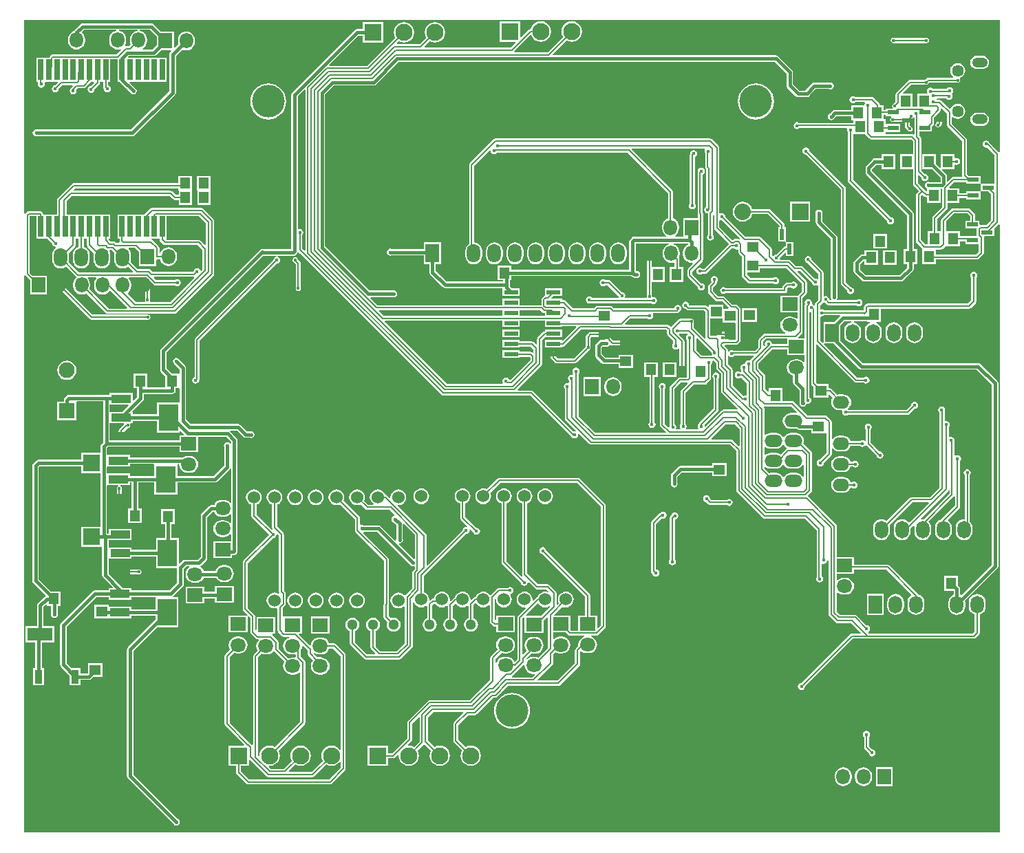
<source format=gbl>
G04*
G04 #@! TF.GenerationSoftware,Altium Limited,Altium Designer,18.1.6 (161)*
G04*
G04 Layer_Physical_Order=2*
G04 Layer_Color=16711680*
%FSTAX24Y24*%
%MOIN*%
G70*
G01*
G75*
%ADD11C,0.0080*%
%ADD26R,0.0550X0.0500*%
%ADD30R,0.0500X0.0550*%
%ADD37R,0.0520X0.0220*%
%ADD65O,0.0750X0.0480*%
%ADD90C,0.0150*%
%ADD91C,0.0240*%
%ADD92C,0.0570*%
%ADD93O,0.0650X0.0750*%
%ADD94R,0.0650X0.0750*%
%ADD95O,0.0750X0.0650*%
%ADD96R,0.0750X0.0650*%
%ADD97R,0.0800X0.0800*%
%ADD98C,0.0800*%
%ADD99O,0.0860X0.0600*%
%ADD100C,0.0827*%
%ADD101R,0.0827X0.0827*%
%ADD102O,0.0650X0.0900*%
%ADD103R,0.0650X0.0900*%
%ADD104O,0.0650X0.0850*%
%ADD105R,0.0650X0.0850*%
%ADD106O,0.0650X0.0850*%
%ADD107R,0.0650X0.0850*%
%ADD108R,0.0827X0.0827*%
%ADD109C,0.0600*%
%ADD110C,0.0512*%
%ADD111C,0.0768*%
%ADD112R,0.0768X0.0768*%
%ADD113C,0.1575*%
%ADD114C,0.0177*%
%ADD115C,0.0240*%
%ADD116R,0.1240X0.0630*%
%ADD117R,0.0370X0.0670*%
%ADD118R,0.2620X0.3040*%
%ADD119R,0.0945X0.0394*%
%ADD120R,0.0945X0.1299*%
%ADD121R,0.0256X0.1000*%
%ADD122R,0.0670X0.0210*%
%ADD123R,0.0220X0.0520*%
%ADD124O,0.0800X0.0600*%
G36*
X047244Y033008D02*
X047227Y032997D01*
X047194Y032989D01*
X04673Y033453D01*
X046729Y033453D01*
X046706Y033488D01*
X04665Y033525D01*
X046585Y033538D01*
X046519Y033525D01*
X046463Y033488D01*
X046426Y033432D01*
X046413Y033366D01*
X046426Y0333D01*
X046463Y033245D01*
X046519Y033207D01*
X046585Y033194D01*
X046633Y033204D01*
X046994Y032843D01*
Y03145D01*
X046354D01*
X046332Y03145D01*
X046306Y031489D01*
Y031825D01*
X045745D01*
X045664Y031907D01*
Y033573D01*
X045654Y03362D01*
X045628Y033659D01*
X044924Y034363D01*
Y034654D01*
X044974Y034679D01*
X045023Y034642D01*
X045111Y034605D01*
X045207Y034592D01*
X045302Y034605D01*
X045391Y034642D01*
X045467Y0347D01*
X045526Y034777D01*
X045562Y034865D01*
X045575Y034961D01*
X045562Y035056D01*
X045526Y035145D01*
X045467Y035221D01*
X045391Y035279D01*
X045302Y035316D01*
X045207Y035329D01*
X045111Y035316D01*
X045023Y035279D01*
X044946Y035221D01*
X044888Y035145D01*
X044863Y035085D01*
X044805Y035073D01*
X044395Y035483D01*
X044355Y035509D01*
X044308Y035519D01*
X044205D01*
X044192Y035543D01*
X044218Y035576D01*
X044656D01*
X044662Y035567D01*
X044718Y03553D01*
X044783Y035517D01*
X044849Y03553D01*
X044905Y035567D01*
X044942Y035623D01*
X044955Y035689D01*
X044942Y035755D01*
X044908Y035806D01*
X044937Y035825D01*
X044974Y035881D01*
X044987Y035947D01*
X044974Y036012D01*
X044937Y036068D01*
X044881Y036105D01*
X044815Y036119D01*
X044749Y036105D01*
X044694Y036068D01*
X044681Y036049D01*
X04401D01*
X043956Y036086D01*
X04389Y036099D01*
X043824Y036086D01*
X043768Y036048D01*
X043731Y035993D01*
X043718Y035927D01*
X043731Y035861D01*
X043737Y035852D01*
X043714Y035808D01*
X043257D01*
Y035175D01*
X043017D01*
Y035808D01*
X042586D01*
X042567Y035854D01*
X042949Y036236D01*
X043681D01*
X043728Y036245D01*
X043768Y036272D01*
X043832Y036336D01*
X045209D01*
X045256Y036345D01*
X045295Y036372D01*
X045322Y036412D01*
X045331Y036458D01*
X045322Y036505D01*
X045309Y036524D01*
X045308Y036531D01*
X045322Y036579D01*
X045325Y036583D01*
X045391Y03661D01*
X045467Y036669D01*
X045526Y036745D01*
X045562Y036834D01*
X045575Y036929D01*
X045562Y037024D01*
X045526Y037113D01*
X045467Y037189D01*
X045391Y037248D01*
X045302Y037285D01*
X045207Y037297D01*
X045111Y037285D01*
X045023Y037248D01*
X044946Y037189D01*
X044888Y037113D01*
X044851Y037024D01*
X044839Y036929D01*
X044851Y036834D01*
X044888Y036745D01*
X044946Y036669D01*
X044996Y036631D01*
X044979Y036581D01*
X043781D01*
X043734Y036572D01*
X043695Y036545D01*
X04363Y036481D01*
X042898D01*
X042851Y036471D01*
X042811Y036445D01*
X04223Y035864D01*
X042204Y035824D01*
X042195Y035777D01*
Y035428D01*
X042071Y035305D01*
X042045Y035265D01*
X042035Y035218D01*
X042045Y035171D01*
X042064Y035143D01*
X042051Y035105D01*
X042042Y035093D01*
X041729D01*
Y035025D01*
X041624D01*
Y035237D01*
X041441D01*
Y035256D01*
X041432Y035303D01*
X041405Y035342D01*
X04114Y035608D01*
X0411Y035635D01*
X041053Y035644D01*
X040258D01*
X040204Y03568D01*
X040138Y035694D01*
X040072Y03568D01*
X040016Y035643D01*
X039979Y035587D01*
X039966Y035522D01*
X039979Y035456D01*
X040016Y0354D01*
X040072Y035363D01*
X040138Y03535D01*
X040204Y035363D01*
X040258Y035399D01*
X04068D01*
X040707Y035349D01*
X040689Y035323D01*
X040676Y035257D01*
X040659Y035237D01*
X040064D01*
Y03503D01*
X039252D01*
X039191Y035018D01*
X03914Y034984D01*
X03901Y034854D01*
X039009Y034854D01*
X038953Y034816D01*
X038916Y034761D01*
X038903Y034695D01*
X038916Y034629D01*
X038953Y034573D01*
X039009Y034536D01*
X039075Y034523D01*
X039141Y034536D01*
X039196Y034573D01*
X039234Y034629D01*
X039234Y03463D01*
X039317Y034714D01*
X040064D01*
Y034527D01*
X040148D01*
Y034396D01*
X037534D01*
X037497Y034421D01*
X037431Y034434D01*
X037365Y034421D01*
X03731Y034383D01*
X037272Y034328D01*
X037259Y034262D01*
X037272Y034196D01*
X03731Y03414D01*
X037365Y034103D01*
X037431Y03409D01*
X037497Y034103D01*
X037553Y03414D01*
X03756Y034151D01*
X039819D01*
X039855Y034101D01*
X039848Y034065D01*
X039861Y033999D01*
X039897Y033945D01*
Y031667D01*
X039887Y031651D01*
X039878Y031604D01*
X039887Y031558D01*
X039913Y031518D01*
X041777Y029654D01*
X04179Y02959D01*
X041827Y029534D01*
X041883Y029497D01*
X041949Y029484D01*
X042015Y029497D01*
X04207Y029534D01*
X042108Y02959D01*
X042121Y029656D01*
X042108Y029721D01*
X04207Y029777D01*
X042015Y029814D01*
X04195Y029827D01*
X040142Y031635D01*
Y03381D01*
X040148Y033858D01*
X040732D01*
X040735Y033841D01*
X040761Y033801D01*
X040929Y033634D01*
X040969Y033607D01*
X041015Y033598D01*
X042942D01*
X043038Y033502D01*
Y032875D01*
X042426D01*
Y032165D01*
X043038D01*
Y031437D01*
X043047Y03139D01*
X043073Y03135D01*
X043326Y031097D01*
X043221Y030992D01*
X043194Y030952D01*
X043185Y030906D01*
Y028671D01*
X043194Y028624D01*
X043221Y028585D01*
X043488Y028318D01*
X043489Y028268D01*
X043489Y028268D01*
X043489Y028268D01*
Y027558D01*
X044149D01*
Y027771D01*
X046152D01*
X046198Y027781D01*
X046238Y027807D01*
X046435Y028004D01*
X046461Y028044D01*
X046471Y028091D01*
Y028838D01*
X046467Y028854D01*
X046504Y028904D01*
X046973D01*
Y029261D01*
X047194Y029483D01*
X047227Y029475D01*
X047244Y029463D01*
Y0D01*
X0D01*
Y026985D01*
X00005Y027D01*
X000059Y026986D01*
X000278Y026767D01*
Y02608D01*
X001088D01*
Y02699D01*
X000401D01*
X000268Y027123D01*
Y029868D01*
X000579D01*
Y02879D01*
X001116D01*
X001344Y028562D01*
X001357Y028497D01*
X001394Y028441D01*
X00145Y028404D01*
X001516Y028391D01*
X001521Y028392D01*
X001542Y028345D01*
X001467Y028288D01*
X001402Y028203D01*
X001361Y028105D01*
X001347Y027999D01*
Y027749D01*
X001361Y027643D01*
X001402Y027545D01*
X001467Y02746D01*
X001552Y027395D01*
X00165Y027354D01*
X001756Y027341D01*
X001862Y027354D01*
X00196Y027395D01*
X002018Y027439D01*
X002505Y026952D01*
X002509Y026917D01*
X002505Y026889D01*
X002485Y026874D01*
X00242Y02679D01*
X002379Y026691D01*
X002365Y026585D01*
Y026485D01*
X002379Y02638D01*
X00242Y026281D01*
X002485Y026197D01*
X00257Y026132D01*
X002668Y026091D01*
X002774Y026077D01*
X00288Y026091D01*
X002978Y026132D01*
X002993Y026143D01*
X003947Y025189D01*
X003987Y025163D01*
X004034Y025153D01*
X007283D01*
X00733Y025163D01*
X00737Y025189D01*
X009161Y02698D01*
X009188Y02702D01*
X009197Y027067D01*
Y029646D01*
X009188Y029692D01*
X009161Y029732D01*
X008657Y030237D01*
X008617Y030263D01*
X00857Y030272D01*
X006174D01*
X006127Y030263D01*
X006087Y030237D01*
X005819Y029968D01*
X005807Y02995D01*
X004516D01*
Y02879D01*
X004602D01*
Y028686D01*
X004611Y028639D01*
X004613Y028637D01*
X004586Y028587D01*
X004442D01*
X004422Y028608D01*
X004382Y028634D01*
X004335Y028644D01*
X004167D01*
X004071Y02874D01*
X004087Y02879D01*
X004145D01*
Y02995D01*
X002051D01*
Y030609D01*
X002305Y030862D01*
X007036D01*
X007197Y030701D01*
X007237Y030674D01*
X007283Y030665D01*
X007471D01*
Y030432D01*
X008131D01*
Y031142D01*
X008125D01*
Y031831D01*
X007465D01*
Y031477D01*
X002398D01*
X002351Y031467D01*
X002311Y031441D01*
X001606Y030736D01*
X00158Y030696D01*
X001571Y030649D01*
Y02995D01*
X00091D01*
Y029961D01*
X0009Y030007D01*
X000874Y030047D01*
X000844Y030077D01*
X000805Y030103D01*
X000758Y030112D01*
X000216D01*
X000169Y030103D01*
X00013Y030077D01*
X000059Y030006D01*
X00005Y029992D01*
X0Y030008D01*
Y03937D01*
X047244D01*
Y033008D01*
D02*
G37*
G36*
X041729Y034713D02*
X041987D01*
X041999Y034663D01*
X041971Y034644D01*
X041944Y034604D01*
X041935Y034557D01*
X041944Y03451D01*
X041971Y034471D01*
X04201Y034444D01*
X042057Y034435D01*
X042652D01*
Y034224D01*
X042661Y034177D01*
X042688Y034137D01*
X042807Y034018D01*
X042847Y033991D01*
X042894Y033982D01*
X042941Y033991D01*
X04298Y034018D01*
X043007Y034058D01*
X043016Y034104D01*
X043007Y034151D01*
X04298Y034191D01*
X042897Y034274D01*
Y034477D01*
X043029Y034609D01*
X043056Y034649D01*
X043056Y034649D01*
X043106Y034644D01*
Y033849D01*
X043056Y033822D01*
X043039Y033834D01*
X042993Y033843D01*
X041752D01*
X041708Y033858D01*
Y033921D01*
X041729Y033963D01*
X042409D01*
Y034343D01*
X041729D01*
X041708Y034384D01*
Y034568D01*
X041624D01*
Y03478D01*
X041729D01*
Y034713D01*
D02*
G37*
G36*
X044679Y034852D02*
Y034312D01*
X044689Y034266D01*
X044715Y034226D01*
X045419Y033522D01*
Y031856D01*
X045425Y031826D01*
X045395Y031776D01*
X045D01*
X044953Y031767D01*
X044914Y03174D01*
X044732Y031558D01*
X044686Y031577D01*
Y031817D01*
X044674Y031877D01*
X044639Y031928D01*
X044449Y032118D01*
X044468Y032165D01*
X045054D01*
Y032334D01*
X045104Y032366D01*
X045148Y032358D01*
X045213Y032371D01*
X045269Y032408D01*
X045306Y032464D01*
X04532Y03253D01*
X045306Y032595D01*
X045269Y032651D01*
X045213Y032688D01*
X045148Y032701D01*
X045104Y032693D01*
X045054Y032726D01*
Y032875D01*
X044394D01*
Y032239D01*
X044348Y032219D01*
X044154Y032413D01*
Y032875D01*
X043494D01*
Y032165D01*
X043956D01*
X04437Y031751D01*
Y031526D01*
X043846D01*
X043845Y031527D01*
X04378Y03154D01*
X043714Y031527D01*
X043658Y03149D01*
X043621Y031434D01*
X043608Y031368D01*
X043621Y031302D01*
X043658Y031247D01*
X043714Y031209D01*
X043731Y031206D01*
Y031104D01*
X043684Y031085D01*
X043586Y031184D01*
X043586Y031184D01*
X043586Y031184D01*
X043282Y031487D01*
Y031844D01*
X043328Y031863D01*
X043441Y031751D01*
X043453Y031686D01*
X043491Y03163D01*
X043546Y031593D01*
X043612Y03158D01*
X043678Y031593D01*
X043734Y03163D01*
X043771Y031686D01*
X043784Y031752D01*
X043771Y031818D01*
X043734Y031874D01*
X043678Y031911D01*
X043614Y031924D01*
X043442Y032095D01*
Y033619D01*
X043433Y033666D01*
X043406Y033706D01*
X043351Y033762D01*
Y033972D01*
X043955D01*
Y034219D01*
X044027Y034291D01*
X044054Y034331D01*
X044063Y034378D01*
Y034646D01*
X044338Y034922D01*
X044365Y034961D01*
X044374Y035008D01*
Y035087D01*
X044424Y035107D01*
X044679Y034852D01*
D02*
G37*
G36*
X045626Y031445D02*
X046284D01*
X046306Y031445D01*
X046332Y031405D01*
Y031114D01*
X046306Y031075D01*
X046284Y031075D01*
X045626D01*
Y030988D01*
X045291D01*
Y031221D01*
X044806D01*
X044787Y031267D01*
X045051Y031531D01*
X045626D01*
Y031445D01*
D02*
G37*
G36*
X007465Y031121D02*
X007471D01*
Y03091D01*
X007334D01*
X007173Y031071D01*
X007133Y031097D01*
X007087Y031107D01*
X002388D01*
X002369Y031153D01*
X002448Y031232D01*
X007465D01*
Y031121D01*
D02*
G37*
G36*
X046834Y030925D02*
Y029695D01*
X046586Y029447D01*
X046323D01*
X046317Y029446D01*
X046267Y029487D01*
Y029659D01*
X046049D01*
Y029929D01*
X04604Y029976D01*
X046014Y030016D01*
X045815Y030214D01*
X045775Y030241D01*
X045728Y03025D01*
X04498D01*
X044933Y030241D01*
X044894Y030214D01*
X044431Y029752D01*
X044405Y029712D01*
X044395Y029665D01*
Y029135D01*
X044217D01*
Y029733D01*
X044677Y030193D01*
X044704Y030233D01*
X044713Y03028D01*
Y030511D01*
X045291D01*
Y030744D01*
X045626D01*
Y030695D01*
X046306D01*
Y03103D01*
X046332Y03107D01*
X046354Y03107D01*
X046689D01*
X046834Y030925D01*
D02*
G37*
G36*
X044468Y031171D02*
Y03033D01*
X044008Y02987D01*
X043981Y02983D01*
X043972Y029783D01*
Y029135D01*
X043764D01*
Y028507D01*
X043644D01*
X043429Y028722D01*
Y030855D01*
X043499Y030924D01*
X043595Y030829D01*
X043634Y030802D01*
X043681Y030793D01*
X043731D01*
Y030511D01*
X044391D01*
Y031203D01*
X044427Y031207D01*
X044468Y031171D01*
D02*
G37*
G36*
X045805Y029879D02*
Y029659D01*
X045587D01*
Y029279D01*
X04611D01*
X04613Y029254D01*
Y028934D01*
X046111Y028909D01*
X045587D01*
Y028902D01*
X045324D01*
Y029135D01*
X044664D01*
X04464Y029174D01*
Y029615D01*
X045031Y030006D01*
X045678D01*
X045805Y029879D01*
D02*
G37*
G36*
X008788Y029534D02*
Y028498D01*
X008741Y028479D01*
X008531Y028689D01*
X008492Y028715D01*
X008445Y028725D01*
X006889D01*
X006877Y02874D01*
X006901Y02879D01*
X006901D01*
Y029868D01*
X008453D01*
X008788Y029534D01*
D02*
G37*
G36*
X045587Y028529D02*
X046226D01*
Y028141D01*
X046101Y028016D01*
X044149D01*
Y028262D01*
X044394D01*
X044441Y028271D01*
X044481Y028298D01*
X044604Y028422D01*
X044614Y028437D01*
X044664Y028425D01*
Y028425D01*
X045324D01*
Y028657D01*
X045587D01*
Y028529D01*
D02*
G37*
G36*
X006551Y02874D02*
X00656Y028693D01*
X006587Y028654D01*
X006725Y028516D01*
X006764Y028489D01*
X006811Y02848D01*
X008394D01*
X008628Y028247D01*
Y027285D01*
X008574Y027232D01*
X008526Y027246D01*
X008525Y027254D01*
X008488Y027309D01*
X008432Y027347D01*
X008366Y02736D01*
X0083Y027347D01*
X008245Y027309D01*
X008207Y027254D01*
X008195Y027189D01*
X008185Y027179D01*
X006208D01*
X006111Y027277D01*
X006071Y027303D01*
X006024Y027313D01*
X00549D01*
X005152Y027651D01*
X005164Y027749D01*
Y027999D01*
X00515Y028105D01*
X00511Y028203D01*
X005045Y028288D01*
X005036Y028295D01*
X005052Y028342D01*
X005367D01*
X005563Y028145D01*
Y027458D01*
X006374D01*
Y02776D01*
X006412Y027791D01*
X006413Y027791D01*
X00658D01*
X006584Y027758D01*
X006625Y027659D01*
X00669Y027575D01*
X006774Y02751D01*
X006873Y027469D01*
X006978Y027455D01*
X007084Y027469D01*
X007183Y02751D01*
X007267Y027575D01*
X007332Y027659D01*
X007373Y027758D01*
X007387Y027863D01*
Y027963D01*
X007373Y028069D01*
X007332Y028168D01*
X007267Y028252D01*
X007183Y028317D01*
X007084Y028358D01*
X006978Y028372D01*
X006873Y028358D01*
X006774Y028317D01*
X00669Y028252D01*
X006625Y028168D01*
X006584Y028069D01*
X006536Y028078D01*
Y028338D01*
X006527Y028385D01*
X0065Y028425D01*
X006214Y028711D01*
X006174Y028738D01*
X006161Y02874D01*
X006166Y02879D01*
X006551D01*
Y02874D01*
D02*
G37*
G36*
X003027Y02848D02*
X003037Y028433D01*
X003063Y028394D01*
X00336Y028097D01*
X003347Y027999D01*
Y027749D01*
X003361Y027643D01*
X003402Y027545D01*
X003467Y02746D01*
X003552Y027395D01*
X00365Y027354D01*
X003756Y027341D01*
X003862Y027354D01*
X00396Y027395D01*
X004045Y02746D01*
X00411Y027545D01*
X00415Y027643D01*
X004164Y027749D01*
Y027999D01*
X00415Y028105D01*
X004116Y028189D01*
X004139Y028239D01*
X004218D01*
X00436Y028097D01*
X004347Y027999D01*
Y027749D01*
X004361Y027643D01*
X004402Y027545D01*
X004467Y02746D01*
X004552Y027395D01*
X00465Y027354D01*
X004756Y027341D01*
X004862Y027354D01*
X00496Y027395D01*
X005018Y027439D01*
X005258Y027199D01*
X005239Y027153D01*
X00265D01*
X002152Y027651D01*
X002164Y027749D01*
Y027999D01*
X002152Y028097D01*
X002449Y028394D01*
X002475Y028433D01*
X002485Y02848D01*
Y02879D01*
X002634D01*
Y028387D01*
X002552Y028353D01*
X002467Y028288D01*
X002402Y028203D01*
X002361Y028105D01*
X002347Y027999D01*
Y027749D01*
X002361Y027643D01*
X002402Y027545D01*
X002467Y02746D01*
X002552Y027395D01*
X00265Y027354D01*
X002756Y027341D01*
X002862Y027354D01*
X00296Y027395D01*
X003045Y02746D01*
X00311Y027545D01*
X00315Y027643D01*
X003164Y027749D01*
Y027999D01*
X00315Y028105D01*
X00311Y028203D01*
X003045Y028288D01*
X00296Y028353D01*
X002878Y028387D01*
Y02879D01*
X003027D01*
Y02848D01*
D02*
G37*
G36*
X008227Y026885D02*
X007061Y025718D01*
X006102D01*
X006074Y025761D01*
X006073Y025768D01*
X006081Y02581D01*
Y02635D01*
X006072Y026397D01*
X006046Y026437D01*
X00586Y026622D01*
X005821Y026648D01*
X005774Y026658D01*
X005727Y026648D01*
X005687Y026622D01*
X005661Y026582D01*
X005651Y026535D01*
X005661Y026489D01*
X005687Y026449D01*
X005837Y026299D01*
Y02581D01*
X005845Y025768D01*
X005844Y025761D01*
X005816Y025718D01*
X005406D01*
X005009Y026115D01*
X005012Y026165D01*
X005053Y026197D01*
X005118Y026281D01*
X005158Y02638D01*
X005172Y026485D01*
Y026585D01*
X005158Y026691D01*
X005118Y02679D01*
X005065Y026858D01*
X005086Y026908D01*
X005907D01*
X006248Y026567D01*
X006288Y026541D01*
X006335Y026531D01*
X007281D01*
X007336Y026495D01*
X007402Y026482D01*
X007467Y026495D01*
X007523Y026532D01*
X00756Y026588D01*
X007573Y026654D01*
X00756Y026719D01*
X007523Y026775D01*
X007467Y026812D01*
X007402Y026825D01*
X007336Y026812D01*
X007281Y026776D01*
X006386D01*
X006273Y026889D01*
X006292Y026935D01*
X008207D01*
X008227Y026885D01*
D02*
G37*
G36*
X003483Y026858D02*
X00343Y02679D01*
X003389Y026691D01*
X003375Y026585D01*
Y026485D01*
X003389Y02638D01*
X00343Y026281D01*
X003495Y026197D01*
X00358Y026132D01*
X003678Y026091D01*
X003784Y026077D01*
X00389Y026091D01*
X003988Y026132D01*
X004073Y026197D01*
X004114Y02625D01*
X004164Y026254D01*
X004973Y025444D01*
X004954Y025398D01*
X004084D01*
X003149Y026333D01*
X003168Y02638D01*
X003182Y026485D01*
Y026585D01*
X003168Y026691D01*
X003128Y02679D01*
X003075Y026858D01*
X003096Y026908D01*
X003461D01*
X003483Y026858D01*
D02*
G37*
%LPC*%
G36*
X026514Y039317D02*
X026385Y0393D01*
X026265Y03925D01*
X026162Y039171D01*
X026083Y039068D01*
X026033Y038948D01*
X026016Y038819D01*
X026033Y03869D01*
X026083Y03857D01*
X026087Y038565D01*
X025341Y037819D01*
X023754D01*
X023734Y037869D01*
X024508Y038643D01*
X024557Y038633D01*
X024583Y03857D01*
X024662Y038467D01*
X024765Y038388D01*
X024885Y038338D01*
X025014Y038321D01*
X025143Y038338D01*
X025263Y038388D01*
X025366Y038467D01*
X025445Y03857D01*
X025494Y03869D01*
X025511Y038819D01*
X025494Y038948D01*
X025445Y039068D01*
X025366Y039171D01*
X025263Y03925D01*
X025143Y0393D01*
X025014Y039317D01*
X024885Y0393D01*
X024765Y03925D01*
X024662Y039171D01*
X024583Y039068D01*
X024533Y038948D01*
X024532Y038941D01*
X02451D01*
X024463Y038932D01*
X024424Y038905D01*
X024053Y038535D01*
X024007Y038554D01*
Y039312D01*
X02302D01*
Y038326D01*
X023779D01*
X023798Y038279D01*
X023571Y038053D01*
X019398D01*
X019378Y038099D01*
X019632Y038353D01*
X019637Y038349D01*
X019757Y038299D01*
X019886Y038282D01*
X020015Y038299D01*
X020135Y038349D01*
X020238Y038428D01*
X020317Y038531D01*
X020367Y038651D01*
X020383Y03878D01*
X020367Y038908D01*
X020317Y039028D01*
X020238Y039131D01*
X020135Y039211D01*
X020015Y03926D01*
X019886Y039277D01*
X019757Y03926D01*
X019637Y039211D01*
X019534Y039131D01*
X019455Y039028D01*
X019405Y038908D01*
X019388Y03878D01*
X019405Y038651D01*
X019455Y038531D01*
X019459Y038526D01*
X019146Y038213D01*
X018058D01*
X018038Y038259D01*
X018132Y038353D01*
X018137Y038349D01*
X018257Y038299D01*
X018386Y038282D01*
X018515Y038299D01*
X018635Y038349D01*
X018738Y038428D01*
X018817Y038531D01*
X018867Y038651D01*
X018883Y03878D01*
X018867Y038908D01*
X018817Y039028D01*
X018738Y039131D01*
X018635Y039211D01*
X018515Y03926D01*
X018386Y039277D01*
X018257Y03926D01*
X018137Y039211D01*
X018034Y039131D01*
X017955Y039028D01*
X017905Y038908D01*
X017888Y03878D01*
X017905Y038651D01*
X017955Y038531D01*
X017959Y038526D01*
X016593Y03716D01*
X014781D01*
X014762Y037206D01*
X016178Y038621D01*
X016392D01*
Y038286D01*
X017379D01*
Y039273D01*
X016392D01*
Y038938D01*
X016112D01*
X016052Y038926D01*
X016Y038891D01*
X012981Y035872D01*
X012947Y035821D01*
X012935Y03576D01*
Y028278D01*
X011598D01*
X011586Y028286D01*
X011526Y028298D01*
X011465Y028286D01*
X011414Y028252D01*
X006621Y023458D01*
X006586Y023407D01*
X006574Y023346D01*
Y022441D01*
X006586Y02238D01*
X006621Y022329D01*
X00683Y02212D01*
Y021575D01*
X005954D01*
Y022245D01*
X005294D01*
Y021535D01*
X005466D01*
Y021123D01*
X005284Y02094D01*
X005237Y020959D01*
Y0213D01*
X004133D01*
Y021221D01*
X002165D01*
X002105Y021209D01*
X002054Y021175D01*
X00195Y021071D01*
X001916Y02102D01*
X001904Y020959D01*
Y020897D01*
X001598D01*
Y019969D01*
X002526D01*
Y020897D01*
X002572Y020905D01*
X003818D01*
Y018924D01*
X003727Y018832D01*
X003693Y018781D01*
X003681Y01872D01*
Y018409D01*
X002761D01*
Y018073D01*
X000681D01*
X000621Y018061D01*
X000569Y018027D01*
X00043Y017887D01*
X000395Y017836D01*
X000383Y017776D01*
Y01222D01*
X000395Y01216D01*
X00043Y012108D01*
X001025Y011513D01*
X00101Y011457D01*
X000971Y011431D01*
X000656Y011116D01*
X000622Y011064D01*
X00061Y011004D01*
Y010001D01*
X000068D01*
Y009211D01*
X000531D01*
Y007977D01*
X000424D01*
Y007147D01*
X000954D01*
Y007977D01*
X000847D01*
Y009211D01*
X001468D01*
Y010001D01*
X000926D01*
Y010938D01*
X001047Y011059D01*
X001093Y01104D01*
Y010984D01*
X001299D01*
Y010657D01*
X001298Y010656D01*
X001285Y010591D01*
X001298Y010525D01*
X001335Y010469D01*
X001391Y010432D01*
X001457Y010419D01*
X001522Y010432D01*
X001578Y010469D01*
X001615Y010525D01*
X001629Y010591D01*
X001615Y010656D01*
X001615Y010657D01*
Y010984D01*
X001753D01*
Y011694D01*
X001291D01*
X000699Y012286D01*
Y01771D01*
X000747Y017757D01*
X002761D01*
Y017422D01*
X003681D01*
Y014826D01*
X002764D01*
Y013839D01*
X003751D01*
X003759Y013793D01*
Y012478D01*
X003771Y012417D01*
X003806Y012366D01*
X004274Y011898D01*
X004254Y011852D01*
X00408D01*
Y011733D01*
X003406D01*
X003345Y011721D01*
X003294Y011687D01*
X001778Y010171D01*
X001744Y01012D01*
X001732Y010059D01*
Y008133D01*
X001744Y008073D01*
X001778Y008022D01*
X002196Y007604D01*
Y007147D01*
X002726D01*
Y007404D01*
X003119D01*
X00318Y007416D01*
X003231Y007451D01*
X003319Y007538D01*
X00378D01*
Y008199D01*
X00307D01*
Y007737D01*
X003054Y007721D01*
X002726D01*
Y007977D01*
X002269D01*
X002048Y008199D01*
Y009994D01*
X003471Y011417D01*
X00408D01*
Y011298D01*
X005184D01*
Y011417D01*
X00632D01*
X006363Y011399D01*
X006363Y011367D01*
Y010827D01*
X005184D01*
Y010946D01*
X004095D01*
Y011039D01*
X003385D01*
Y010379D01*
X004095D01*
Y010392D01*
X005184D01*
Y010511D01*
X006363D01*
Y01034D01*
X005006Y008984D01*
X004972Y008932D01*
X00496Y008872D01*
Y002756D01*
X004972Y002695D01*
X005006Y002644D01*
X007203Y000447D01*
X007203Y000446D01*
X007241Y00039D01*
X007296Y000353D01*
X007362Y00034D01*
X007428Y000353D01*
X007484Y00039D01*
X007521Y000446D01*
X007534Y000512D01*
X007521Y000578D01*
X007484Y000633D01*
X007428Y000671D01*
X007427Y000671D01*
X005276Y002821D01*
Y008806D01*
X006409Y00994D01*
X007468D01*
Y011399D01*
X007202D01*
X007187Y011449D01*
X007208Y011463D01*
X007668Y011923D01*
X007703Y011974D01*
X007715Y012035D01*
Y012784D01*
X007844Y012913D01*
X007983D01*
X008Y012863D01*
X007929Y012809D01*
X007864Y012724D01*
X007823Y012625D01*
X007809Y01252D01*
X007823Y012414D01*
X007864Y012315D01*
X007929Y012231D01*
X008013Y012166D01*
X008112Y012125D01*
X008218Y012111D01*
X008318D01*
X008423Y012125D01*
X008522Y012166D01*
X008607Y012231D01*
X008671Y012315D01*
X008691Y012362D01*
X009278D01*
X009281Y012355D01*
X009346Y01227D01*
X009431Y012205D01*
X009529Y012164D01*
X009635Y012151D01*
X009735D01*
X009841Y012164D01*
X009939Y012205D01*
X010024Y01227D01*
X010089Y012355D01*
X01013Y012453D01*
X010144Y012559D01*
X01013Y012665D01*
X010089Y012763D01*
X010024Y012848D01*
X009939Y012913D01*
X009841Y012954D01*
X009735Y012968D01*
X009635D01*
X009529Y012954D01*
X009431Y012913D01*
X009346Y012848D01*
X009281Y012763D01*
X009246Y012678D01*
X008691D01*
X008671Y012724D01*
X008607Y012809D01*
X008522Y012873D01*
X008522Y012874D01*
X008525Y012917D01*
X008526Y012926D01*
X008576Y012959D01*
X008813Y013195D01*
X008847Y013247D01*
X008859Y013307D01*
Y015289D01*
X009126Y015556D01*
X009183D01*
X009203Y01551D01*
X009267Y015426D01*
X009352Y015361D01*
X009451Y01532D01*
X009556Y015306D01*
X009656D01*
X009762Y01532D01*
X009861Y015361D01*
X009945Y015426D01*
X009962Y015447D01*
X010009Y015431D01*
Y015017D01*
X009962Y015001D01*
X009945Y015023D01*
X009861Y015088D01*
X009762Y015129D01*
X009656Y015143D01*
X009556D01*
X009451Y015129D01*
X009352Y015088D01*
X009267Y015023D01*
X009203Y014939D01*
X009162Y01484D01*
X009148Y014734D01*
X009162Y014629D01*
X009203Y01453D01*
X009267Y014446D01*
X009352Y014381D01*
X009451Y01434D01*
X009556Y014326D01*
X009656D01*
X009762Y01434D01*
X009861Y014381D01*
X009945Y014446D01*
X009962Y014467D01*
X010009Y014451D01*
Y014129D01*
X009151D01*
Y013319D01*
X010061D01*
Y013444D01*
X010128D01*
X010188Y013456D01*
X01024Y013491D01*
X010279Y01353D01*
X010313Y013581D01*
X010325Y013642D01*
Y019016D01*
X010313Y019076D01*
X010279Y019128D01*
X009966Y01944D01*
X009977Y019479D01*
X009985Y01949D01*
X010279D01*
X010302Y019475D01*
X010597Y01918D01*
X010648Y019145D01*
X010709Y019133D01*
X010907D01*
X010909Y019133D01*
X010974Y019119D01*
X01104Y019133D01*
X011096Y01917D01*
X011133Y019226D01*
X011146Y019291D01*
X011133Y019357D01*
X011096Y019413D01*
X01104Y01945D01*
X010974Y019463D01*
X010909Y01945D01*
X010907Y019449D01*
X010774D01*
X010505Y019718D01*
X010475Y019738D01*
X010454Y01976D01*
X010402Y019794D01*
X010342Y019806D01*
X008055D01*
X007835Y020026D01*
Y02252D01*
X007823Y02258D01*
X007789Y022631D01*
X007521Y022899D01*
X007521Y0229D01*
X007484Y022956D01*
X007428Y022993D01*
X007362Y023007D01*
X007296Y022993D01*
X007241Y022956D01*
X007203Y0229D01*
X00719Y022835D01*
X007203Y022769D01*
X007241Y022713D01*
X007296Y022676D01*
X007298Y022676D01*
X007519Y022454D01*
Y022283D01*
X00749Y022245D01*
X007152D01*
X00689Y022506D01*
Y023281D01*
X011571Y027962D01*
X012219D01*
X012224Y027912D01*
X012164Y0279D01*
X012108Y027863D01*
X012071Y027807D01*
X012058Y027743D01*
X00828Y023964D01*
X008253Y023925D01*
X008244Y023878D01*
Y02209D01*
X008231Y022088D01*
X008176Y022051D01*
X008138Y021995D01*
X008125Y021929D01*
X008138Y021863D01*
X008176Y021808D01*
X008231Y02177D01*
X008297Y021757D01*
X008363Y02177D01*
X008419Y021808D01*
X008456Y021863D01*
X008469Y021929D01*
X008468Y021935D01*
X008479Y021951D01*
X008488Y021998D01*
Y023827D01*
X012231Y02757D01*
X012295Y027582D01*
X012351Y02762D01*
X012388Y027675D01*
X012401Y027741D01*
X012388Y027807D01*
X012351Y027863D01*
X012295Y0279D01*
X012234Y027912D01*
X012239Y027962D01*
X012965D01*
X012966Y027961D01*
X013032Y027948D01*
X013097Y027961D01*
X013153Y027999D01*
X01319Y028054D01*
X013191Y028056D01*
X013205Y02807D01*
X013235Y028116D01*
X013251Y028123D01*
X013292Y02813D01*
X020202Y02122D01*
X020241Y021193D01*
X020288Y021184D01*
X024509D01*
X026498Y019195D01*
X026499Y019194D01*
X026522Y01916D01*
X026578Y019123D01*
X026644Y01911D01*
X026709Y019123D01*
X026765Y01916D01*
X026802Y019216D01*
X026816Y019282D01*
X026806Y019328D01*
X026852Y019352D01*
X027364Y018841D01*
X027404Y018814D01*
X027451Y018805D01*
X034172D01*
X034483Y018493D01*
Y016587D01*
X034493Y01654D01*
X034519Y016501D01*
X035765Y015255D01*
X035805Y015228D01*
X035852Y015219D01*
X037817D01*
X038372Y014664D01*
Y012369D01*
X038365Y012359D01*
X038352Y012293D01*
X038365Y012228D01*
X038402Y012172D01*
X038458Y012135D01*
X038524Y012121D01*
X038589Y012135D01*
X038645Y012172D01*
X038682Y012228D01*
X038696Y012293D01*
X038682Y012359D01*
X038645Y012415D01*
X038616Y012434D01*
Y013014D01*
X038658Y013041D01*
X038666Y01304D01*
X03873Y013027D01*
X038796Y01304D01*
X038852Y013077D01*
X038889Y013133D01*
X038897Y013173D01*
X038947Y013168D01*
Y010586D01*
X038956Y010539D01*
X038983Y0105D01*
X039296Y010187D01*
X039336Y01016D01*
X039383Y010151D01*
X040051D01*
X040505Y009696D01*
X040486Y00965D01*
X040083D01*
X040036Y009641D01*
X039996Y009614D01*
X037636Y007254D01*
X037572Y007241D01*
X037516Y007204D01*
X037479Y007148D01*
X037466Y007083D01*
X037479Y007017D01*
X037516Y006961D01*
X037572Y006924D01*
X037638Y006911D01*
X037704Y006924D01*
X037759Y006961D01*
X037797Y007017D01*
X037809Y007081D01*
X040133Y009405D01*
X045993D01*
X04604Y009415D01*
X04608Y009441D01*
X04624Y009601D01*
X046267Y009641D01*
X046276Y009688D01*
Y010575D01*
X046358Y010609D01*
X046442Y010674D01*
X046507Y010759D01*
X046548Y010857D01*
X046562Y010963D01*
Y011163D01*
X046548Y011269D01*
X046507Y011367D01*
X046442Y011452D01*
X046358Y011517D01*
X046259Y011558D01*
X046154Y011571D01*
X046048Y011558D01*
X045949Y011517D01*
X045865Y011452D01*
X0458Y011367D01*
X045759Y011269D01*
X045745Y011163D01*
Y010963D01*
X045759Y010857D01*
X0458Y010759D01*
X045865Y010674D01*
X045949Y010609D01*
X046031Y010575D01*
Y009739D01*
X045943Y00965D01*
X040905D01*
X04087Y009689D01*
X040878Y00974D01*
X040909Y00976D01*
X040946Y009816D01*
X040959Y009882D01*
X040946Y009948D01*
X040909Y010003D01*
X040853Y010041D01*
X040789Y010053D01*
X040323Y01052D01*
X040283Y010546D01*
X040236Y010555D01*
X039499D01*
X039352Y010703D01*
Y01162D01*
X039402Y011641D01*
X03947Y011589D01*
X039569Y011548D01*
X039674Y011534D01*
X039774D01*
X03988Y011548D01*
X039979Y011589D01*
X040063Y011654D01*
X040128Y011739D01*
X040169Y011837D01*
X040183Y011943D01*
X040169Y012048D01*
X040128Y012147D01*
X040063Y012232D01*
X039979Y012297D01*
X03988Y012337D01*
X039774Y012351D01*
X039674D01*
X039569Y012337D01*
X03947Y012297D01*
X039402Y012244D01*
X039352Y012265D01*
Y012548D01*
X040179D01*
Y012752D01*
X04176D01*
X042955Y011557D01*
X042951Y011491D01*
X0429Y011452D01*
X042835Y011367D01*
X042794Y011269D01*
X04278Y011163D01*
Y010963D01*
X042794Y010857D01*
X042835Y010759D01*
X0429Y010674D01*
X042985Y010609D01*
X043083Y010568D01*
X043189Y010554D01*
X043295Y010568D01*
X043393Y010609D01*
X043478Y010674D01*
X043543Y010759D01*
X043584Y010857D01*
X043597Y010963D01*
Y011163D01*
X043584Y011269D01*
X043543Y011367D01*
X043478Y011452D01*
X043393Y011517D01*
X043295Y011558D01*
X043292Y011558D01*
X043275Y011583D01*
X041898Y012961D01*
X041858Y012987D01*
X041811Y012996D01*
X040179D01*
Y013358D01*
X039352D01*
Y014855D01*
X039342Y014902D01*
X039316Y014942D01*
X037969Y016289D01*
X037959Y016305D01*
X037955Y016345D01*
X038118Y016508D01*
X038145Y016548D01*
X038154Y016595D01*
Y018396D01*
X038145Y018442D01*
X038118Y018482D01*
X037733Y018867D01*
X037744Y018893D01*
X037757Y018992D01*
X037744Y019091D01*
X037706Y019184D01*
X037645Y019263D01*
X037566Y019324D01*
X037473Y019362D01*
X037374Y019375D01*
X037114D01*
X037015Y019362D01*
X036922Y019324D01*
X036843Y019263D01*
X036788Y019192D01*
X03676Y019187D01*
X036731Y019192D01*
X036677Y019263D01*
X036597Y019324D01*
X036505Y019362D01*
X036406Y019375D01*
X036146D01*
X036046Y019362D01*
X035954Y019324D01*
X035898Y019281D01*
X035848Y019306D01*
Y020532D01*
X035839Y020579D01*
X035812Y020619D01*
X035811Y020619D01*
X035836Y020666D01*
X035845Y020664D01*
X037149D01*
X037425Y020388D01*
X037402Y02034D01*
X037374Y020344D01*
X037114D01*
X037015Y020331D01*
X036922Y020293D01*
X036843Y020232D01*
X036782Y020152D01*
X036744Y02006D01*
X036731Y019961D01*
X036744Y019861D01*
X036782Y019769D01*
X036843Y01969D01*
X036922Y019629D01*
X037015Y01959D01*
X037114Y019577D01*
X037374D01*
X0374Y019581D01*
X037408Y019573D01*
X037459Y019539D01*
X03752Y019527D01*
X03811D01*
Y019355D01*
X03882D01*
Y019355D01*
X038864Y019341D01*
Y018407D01*
X038542Y018085D01*
X038478Y018072D01*
X038422Y018035D01*
X038385Y017979D01*
X038371Y017913D01*
X038385Y017848D01*
X038422Y017792D01*
X038478Y017755D01*
X038543Y017742D01*
X038609Y017755D01*
X038665Y017792D01*
X038702Y017848D01*
X038715Y017912D01*
X039073Y01827D01*
X039099Y018309D01*
X039109Y018356D01*
Y018619D01*
X039159Y018636D01*
X039196Y018587D01*
X039275Y018526D01*
X039368Y018488D01*
X039467Y018475D01*
X039667D01*
X039766Y018488D01*
X039859Y018526D01*
X039938Y018587D01*
X039999Y018667D01*
X040028Y018736D01*
X04047D01*
X040525Y018699D01*
X040591Y018686D01*
X040656Y018699D01*
X040712Y018737D01*
X040726Y018757D01*
X040786D01*
X040789Y018752D01*
X04127Y018271D01*
X041278Y018231D01*
X041315Y018176D01*
X041371Y018138D01*
X041437Y018125D01*
X041503Y018138D01*
X041559Y018176D01*
X041596Y018231D01*
X041609Y018297D01*
X041596Y018363D01*
X041559Y018419D01*
X041503Y018456D01*
X041437Y018469D01*
X041422Y018466D01*
X040998Y018889D01*
Y019525D01*
X041035Y01958D01*
X041048Y019646D01*
X041035Y019711D01*
X040998Y019767D01*
X040942Y019804D01*
X040876Y019818D01*
X04081Y019804D01*
X040754Y019767D01*
X040717Y019711D01*
X040704Y019646D01*
X040717Y01958D01*
X040754Y019525D01*
Y019008D01*
X040735Y018995D01*
X040704Y018985D01*
X040656Y019017D01*
X040591Y01903D01*
X040525Y019017D01*
X04047Y018981D01*
X040028D01*
X039999Y01905D01*
X039938Y019129D01*
X039859Y01919D01*
X039766Y019228D01*
X039667Y019242D01*
X039467D01*
X039368Y019228D01*
X039275Y01919D01*
X039196Y019129D01*
X039159Y019081D01*
X039109Y019098D01*
Y019911D01*
X039099Y019958D01*
X039073Y019998D01*
X038886Y020185D01*
X038846Y020211D01*
X038799Y020221D01*
X037938D01*
X037286Y020873D01*
X037246Y020899D01*
X0372Y020908D01*
X036708D01*
Y021536D01*
X036048D01*
Y021395D01*
X036002Y021376D01*
X035882Y021495D01*
Y022114D01*
X035873Y022161D01*
X035847Y0222D01*
X03556Y022487D01*
Y022733D01*
X036248Y023421D01*
X036937D01*
Y023138D01*
X037779D01*
Y022836D01*
X037748Y022826D01*
X037729Y022823D01*
X037646Y022887D01*
X037547Y022928D01*
X037442Y022942D01*
X037342D01*
X037236Y022928D01*
X037137Y022887D01*
X037053Y022822D01*
X036988Y022738D01*
X036947Y022639D01*
X036933Y022533D01*
X036947Y022428D01*
X036988Y022329D01*
X037053Y022244D01*
X037137Y02218D01*
X037234Y02214D01*
Y021812D01*
X037246Y021751D01*
X03728Y0217D01*
X037541Y021438D01*
Y020841D01*
X037537Y020818D01*
X03755Y020752D01*
X037587Y020696D01*
X037643Y020659D01*
X037709Y020646D01*
X037774Y020659D01*
X03783Y020696D01*
X037867Y020752D01*
X037925Y020786D01*
X037943Y020783D01*
X038009Y020796D01*
X038064Y020833D01*
X038102Y020889D01*
X038115Y020955D01*
X038102Y021021D01*
X038064Y021076D01*
X038024Y021103D01*
Y025222D01*
X038066Y025251D01*
X038106Y025232D01*
Y021772D01*
X038115Y021725D01*
X038142Y021685D01*
X038228Y021599D01*
Y021087D01*
X038938D01*
Y021244D01*
X038988Y021264D01*
X039164Y021088D01*
X039135Y02105D01*
X039097Y020957D01*
X039084Y020858D01*
X039097Y020759D01*
X039135Y020667D01*
X039196Y020587D01*
X039275Y020526D01*
X039368Y020488D01*
X039467Y020475D01*
X039593D01*
X039622Y020425D01*
X039612Y020374D01*
X039625Y020308D01*
X039662Y020252D01*
X039718Y020215D01*
X039783Y020202D01*
X039849Y020215D01*
X039904Y020252D01*
X042785D01*
X042832Y020261D01*
X042872Y020287D01*
X043122Y020537D01*
X043186Y02055D01*
X043242Y020587D01*
X043279Y020643D01*
X043292Y020709D01*
X043279Y020774D01*
X043242Y02083D01*
X043186Y020867D01*
X04312Y020881D01*
X043054Y020867D01*
X042999Y02083D01*
X042961Y020774D01*
X042948Y02071D01*
X042735Y020496D01*
X039904D01*
X039894Y020503D01*
X039893Y020553D01*
X039938Y020587D01*
X039999Y020667D01*
X040037Y020759D01*
X04005Y020858D01*
X040037Y020957D01*
X039999Y02105D01*
X039938Y021129D01*
X039859Y02119D01*
X039766Y021228D01*
X039667Y021242D01*
X039467D01*
X03937Y021229D01*
X039094Y021504D01*
X039055Y02153D01*
X039008Y02154D01*
X038938D01*
Y021747D01*
X038426D01*
X038351Y021822D01*
Y023633D01*
X038397Y023652D01*
X040206Y021843D01*
X040246Y021816D01*
X040293Y021807D01*
X040647D01*
X040702Y02177D01*
X040768Y021757D01*
X040833Y02177D01*
X040889Y021808D01*
X040927Y021863D01*
X04094Y021929D01*
X040927Y021995D01*
X040889Y022051D01*
X040833Y022088D01*
X040768Y022101D01*
X040702Y022088D01*
X040647Y022051D01*
X040344D01*
X038718Y023677D01*
X038738Y023727D01*
X039191D01*
X040432Y022487D01*
X040483Y022452D01*
X040543Y02244D01*
X046128D01*
X04686Y021708D01*
Y012981D01*
X045384Y011505D01*
X04537Y011517D01*
X045323Y011536D01*
Y011803D01*
X045311Y011864D01*
X045277Y011915D01*
X045212Y01198D01*
Y012442D01*
X044552D01*
Y011732D01*
X045007D01*
Y011536D01*
X044961Y011517D01*
X044876Y011452D01*
X044812Y011367D01*
X044771Y011269D01*
X044757Y011163D01*
Y010963D01*
X044771Y010857D01*
X044812Y010759D01*
X044876Y010674D01*
X044961Y010609D01*
X04506Y010568D01*
X045165Y010554D01*
X045271Y010568D01*
X04537Y010609D01*
X045454Y010674D01*
X045519Y010759D01*
X04556Y010857D01*
X045574Y010963D01*
Y011163D01*
X045564Y011238D01*
X047129Y012804D01*
X047164Y012855D01*
X047176Y012915D01*
Y021774D01*
X047164Y021834D01*
X047129Y021885D01*
X046305Y02271D01*
X046253Y022744D01*
X046193Y022756D01*
X040609D01*
X039515Y02385D01*
Y024575D01*
X039723Y024783D01*
X040047D01*
X04005Y024733D01*
X040005Y024727D01*
X039906Y024686D01*
X039821Y024621D01*
X039756Y024537D01*
X039716Y024438D01*
X039702Y024332D01*
Y024132D01*
X039716Y024027D01*
X039756Y023928D01*
X039821Y023843D01*
X039906Y023779D01*
X040005Y023738D01*
X04011Y023724D01*
X040216Y023738D01*
X040314Y023779D01*
X040399Y023843D01*
X040464Y023928D01*
X040505Y024027D01*
X040519Y024132D01*
Y024332D01*
X040505Y024438D01*
X040464Y024537D01*
X040399Y024621D01*
X040314Y024686D01*
X040216Y024727D01*
X04017Y024733D01*
X040173Y024783D01*
X040812D01*
Y024763D01*
X040961D01*
X040971Y024713D01*
X040906Y024686D01*
X040821Y024621D01*
X040756Y024537D01*
X040716Y024438D01*
X040702Y024332D01*
Y024132D01*
X040716Y024027D01*
X040756Y023928D01*
X040821Y023843D01*
X040906Y023779D01*
X041005Y023738D01*
X04111Y023724D01*
X041216Y023738D01*
X041314Y023779D01*
X041399Y023843D01*
X041464Y023928D01*
X041505Y024027D01*
X041519Y024132D01*
Y024332D01*
X041505Y024438D01*
X041464Y024537D01*
X041399Y024621D01*
X041314Y024686D01*
X041249Y024713D01*
X041259Y024763D01*
X041472D01*
Y025391D01*
X045749D01*
X045796Y0254D01*
X045836Y025427D01*
X046071Y025662D01*
X046097Y025701D01*
X046107Y025748D01*
Y026888D01*
X046143Y026942D01*
X046156Y027008D01*
X046143Y027074D01*
X046106Y027129D01*
X04605Y027167D01*
X045984Y02718D01*
X045918Y027167D01*
X045863Y027129D01*
X045825Y027074D01*
X045812Y027008D01*
X045825Y026942D01*
X045862Y026888D01*
Y025799D01*
X045699Y025635D01*
X040842D01*
X040795Y025626D01*
X040756Y0256D01*
X040685Y025529D01*
X040659Y02549D01*
X040649Y025443D01*
Y025327D01*
X04064Y025319D01*
X038742D01*
X038688Y025356D01*
X038622Y025369D01*
X038586Y025362D01*
X038536Y025398D01*
Y02555D01*
X038669Y025683D01*
X038689Y025714D01*
X038743Y025678D01*
X038808Y025665D01*
X038876Y025596D01*
X038916Y02557D01*
X038963Y025561D01*
X040303D01*
X040357Y025524D01*
X040423Y025511D01*
X040489Y025524D01*
X040545Y025561D01*
X040582Y025617D01*
X040595Y025683D01*
X040582Y025749D01*
X040545Y025804D01*
X040489Y025842D01*
X040423Y025855D01*
X040357Y025842D01*
X040303Y025805D01*
X039364D01*
X039358Y025814D01*
X039342Y025855D01*
X039371Y025899D01*
X039384Y025965D01*
X039371Y02603D01*
X039371Y026031D01*
Y028838D01*
X039359Y028899D01*
X039324Y02895D01*
X038642Y029632D01*
Y029953D01*
X038643Y029954D01*
X038656Y03002D01*
X038643Y030086D01*
X038606Y030141D01*
X03855Y030179D01*
X038484Y030192D01*
X038419Y030179D01*
X038363Y030141D01*
X038326Y030086D01*
X038312Y03002D01*
X038326Y029954D01*
X038326Y029953D01*
Y029567D01*
X038338Y029506D01*
X038373Y029455D01*
X039055Y028773D01*
Y026031D01*
X039054Y02603D01*
X039041Y025965D01*
X039054Y025899D01*
X039083Y025855D01*
X039068Y025814D01*
X039063Y025807D01*
X039013Y025806D01*
X038981Y025838D01*
X038968Y025902D01*
X038931Y025958D01*
X038875Y025995D01*
X038809Y026009D01*
X038755Y025998D01*
X038705Y026025D01*
Y027146D01*
X038696Y027192D01*
X038669Y027232D01*
X038134Y027767D01*
X038121Y027832D01*
X038084Y027887D01*
X038028Y027925D01*
X037963Y027938D01*
X037897Y027925D01*
X037841Y027887D01*
X037804Y027832D01*
X037791Y027766D01*
X037804Y0277D01*
X037841Y027644D01*
X037897Y027607D01*
X037961Y027594D01*
X03846Y027095D01*
Y02684D01*
X03841Y026817D01*
X038373Y026842D01*
X038307Y026855D01*
X038292Y026852D01*
X037714Y027429D01*
X037675Y027456D01*
X037628Y027465D01*
X037373D01*
X037111Y027727D01*
X037072Y027753D01*
X037025Y027763D01*
X036625D01*
X036592Y027813D01*
X036601Y027854D01*
X036832Y028085D01*
X036878Y028066D01*
Y027949D01*
X037258D01*
Y028629D01*
X036928D01*
X036922Y028629D01*
X036883Y028655D01*
X036883Y028686D01*
Y029335D01*
X036815D01*
Y029449D01*
X036806Y029496D01*
X036779Y029535D01*
X03614Y030175D01*
X0361Y030202D01*
X036053Y030211D01*
X035261D01*
X035261Y030214D01*
X035213Y030331D01*
X035136Y030431D01*
X035035Y030508D01*
X034919Y030556D01*
X034793Y030573D01*
X034668Y030556D01*
X034551Y030508D01*
X034451Y030431D01*
X034374Y030331D01*
X034326Y030214D01*
X034309Y030089D01*
X034326Y029963D01*
X034374Y029847D01*
X034451Y029746D01*
X034551Y029669D01*
X034668Y029621D01*
X034793Y029604D01*
X034919Y029621D01*
X035035Y029669D01*
X035136Y029746D01*
X035213Y029847D01*
X035261Y029963D01*
X035261Y029966D01*
X036002D01*
X036571Y029398D01*
Y029335D01*
X036503D01*
Y028655D01*
X036833D01*
X036839Y028655D01*
X036878Y028629D01*
X036878Y028599D01*
Y028412D01*
X036863D01*
X036816Y028402D01*
X036776Y028376D01*
X036428Y028027D01*
X036363Y028014D01*
X036307Y027977D01*
X036297Y027962D01*
X036241Y027954D01*
X03621Y027981D01*
Y028263D01*
X036201Y02831D01*
X036174Y028349D01*
X035687Y028837D01*
X035647Y028863D01*
X0356Y028873D01*
X034922D01*
X033951Y029844D01*
X033938Y029908D01*
X033901Y029964D01*
X033845Y030001D01*
X03378Y030014D01*
X033716Y030002D01*
X033707Y030001D01*
X033666Y030027D01*
Y033189D01*
X033656Y033236D01*
X03363Y033275D01*
X033305Y0336D01*
X033265Y033627D01*
X033219Y033636D01*
X022815D01*
X022768Y033627D01*
X022728Y0336D01*
X021577Y032449D01*
X02155Y032409D01*
X021541Y032362D01*
Y028535D01*
X021475Y028485D01*
X02141Y0284D01*
X021369Y028302D01*
X021355Y028196D01*
Y027946D01*
X021369Y02784D01*
X02141Y027742D01*
X021475Y027657D01*
X02156Y027592D01*
X021658Y027551D01*
X021764Y027537D01*
X02187Y027551D01*
X021968Y027592D01*
X022053Y027657D01*
X022118Y027742D01*
X022158Y02784D01*
X022172Y027946D01*
Y028196D01*
X022158Y028302D01*
X022118Y0284D01*
X022053Y028485D01*
X021968Y02855D01*
X02187Y02859D01*
X021786Y028601D01*
Y032312D01*
X022537Y033063D01*
X022576Y033045D01*
X022584Y033039D01*
X022597Y032976D01*
X022634Y03292D01*
X02269Y032883D01*
X022756Y032869D01*
X022822Y032883D01*
X022877Y03292D01*
X022895Y032947D01*
X029223D01*
X031177Y030993D01*
Y029768D01*
X031095Y029734D01*
X03101Y02967D01*
X030945Y029585D01*
X030905Y029486D01*
X030891Y029381D01*
Y029281D01*
X030905Y029175D01*
X030945Y029076D01*
X03101Y028992D01*
X031093Y028929D01*
X031093Y028923D01*
X031077Y028879D01*
X029528D01*
X029467Y028866D01*
X029416Y028832D01*
X029347Y028763D01*
X029313Y028712D01*
X029301Y028652D01*
Y027284D01*
X023592D01*
Y027481D01*
X022932D01*
Y026771D01*
X023188D01*
Y026713D01*
X020439D01*
X019922Y027231D01*
Y027541D01*
X020169D01*
Y028601D01*
X019359D01*
Y028288D01*
X017793D01*
X017792Y028289D01*
X017726Y028302D01*
X017661Y028289D01*
X017605Y028251D01*
X017568Y028196D01*
X017554Y02813D01*
X017568Y028064D01*
X017605Y028008D01*
X017661Y027971D01*
X017726Y027958D01*
X017792Y027971D01*
X017793Y027972D01*
X019359D01*
Y027541D01*
X019606D01*
Y027165D01*
X019618Y027105D01*
X019652Y027054D01*
X020262Y026443D01*
X020314Y026409D01*
X020374Y026397D01*
X023118D01*
X023157Y02637D01*
Y026D01*
X023987D01*
Y02637D01*
X023611D01*
X023504Y026476D01*
Y026771D01*
X023592D01*
Y026968D01*
X029396D01*
X029427Y026937D01*
X029478Y026903D01*
X029539Y026891D01*
X029589D01*
X02959Y02689D01*
X029656Y026877D01*
X029721Y02689D01*
X029777Y026927D01*
X029814Y026983D01*
X029827Y027049D01*
X029814Y027114D01*
X029777Y02717D01*
X029721Y027207D01*
X029656Y02722D01*
X029655Y02722D01*
X029617Y027252D01*
Y028562D01*
X031212D01*
X031223Y028515D01*
X031124Y028475D01*
X03104Y02841D01*
X030975Y028325D01*
X030934Y028227D01*
X03092Y028121D01*
Y028021D01*
X030934Y027915D01*
X030975Y027817D01*
X03104Y027732D01*
X031124Y027667D01*
X031223Y027626D01*
X031329Y027612D01*
X031432Y027626D01*
X031445Y027626D01*
X031482Y027601D01*
Y027404D01*
X031261D01*
Y026694D01*
X031921D01*
Y027404D01*
X031727D01*
Y027795D01*
X031717Y027842D01*
X031702Y027865D01*
X031723Y027915D01*
X031737Y028021D01*
Y028121D01*
X031723Y028227D01*
X031682Y028325D01*
X031617Y02841D01*
X031533Y028475D01*
X031434Y028515D01*
X031445Y028562D01*
X032165D01*
Y0285D01*
X032104Y028475D01*
X03202Y02841D01*
X031955Y028325D01*
X031914Y028227D01*
X0319Y028121D01*
Y028021D01*
X031914Y027915D01*
X031955Y027817D01*
X03202Y027732D01*
X032104Y027667D01*
X032203Y027626D01*
X032309Y027612D01*
X032365Y02762D01*
X032388Y027572D01*
X032138Y027322D01*
X032111Y027283D01*
X032102Y027236D01*
Y027014D01*
X032111Y026967D01*
X032138Y026927D01*
X03261Y026455D01*
X032623Y026391D01*
X03266Y026335D01*
X032716Y026298D01*
X032782Y026285D01*
X032848Y026298D01*
X032903Y026335D01*
X032941Y026391D01*
X032954Y026457D01*
X032941Y026522D01*
X032903Y026578D01*
X032848Y026615D01*
X032783Y026628D01*
X032347Y027065D01*
Y027185D01*
X032841Y027679D01*
X032867Y027719D01*
X032877Y027766D01*
Y03D01*
X032867Y030047D01*
X032853Y030069D01*
Y031889D01*
X032907Y031926D01*
X032944Y031981D01*
X032957Y032047D01*
X032944Y032113D01*
X032907Y032169D01*
X032851Y032206D01*
X032785Y032219D01*
X03272Y032206D01*
X032664Y032169D01*
X032627Y032113D01*
X032614Y032047D01*
X032616Y032034D01*
X032608Y031992D01*
Y030024D01*
X032617Y029977D01*
X032632Y029955D01*
Y029786D01*
X031904D01*
Y028879D01*
X031521D01*
X031505Y028923D01*
X031505Y028929D01*
X031588Y028992D01*
X031653Y029076D01*
X031694Y029175D01*
X031708Y029281D01*
Y029381D01*
X031694Y029486D01*
X031653Y029585D01*
X031588Y02967D01*
X031503Y029734D01*
X031422Y029768D01*
Y031043D01*
X031412Y03109D01*
X031386Y03113D01*
X029407Y033109D01*
X029426Y033155D01*
X03294D01*
X032967Y033105D01*
X032961Y033097D01*
X032948Y033031D01*
X032961Y032966D01*
X032978Y032941D01*
Y032256D01*
X032987Y032209D01*
X033014Y032169D01*
X033033Y03215D01*
Y030335D01*
X032979Y030299D01*
X032942Y030243D01*
X032929Y030177D01*
X032942Y030111D01*
X032979Y030056D01*
X033035Y030018D01*
X0331Y030005D01*
X033106Y030001D01*
Y028979D01*
X03307Y028924D01*
X033056Y028858D01*
X03307Y028792D01*
X033107Y028737D01*
X033163Y028699D01*
X033228Y028686D01*
X033294Y028699D01*
X03335Y028737D01*
X033387Y028792D01*
X0334Y028858D01*
X033387Y028924D01*
X033351Y028979D01*
Y029935D01*
X033371Y02995D01*
X033421Y029925D01*
Y029301D01*
X03343Y029254D01*
X033457Y029215D01*
X034135Y028537D01*
X034133Y028522D01*
X032939Y027327D01*
X032837D01*
X032782Y027364D01*
X032717Y027377D01*
X032651Y027364D01*
X032595Y027326D01*
X032558Y027271D01*
X032545Y027205D01*
X032558Y027139D01*
X032595Y027083D01*
X032651Y027046D01*
X032717Y027033D01*
X032782Y027046D01*
X032837Y027082D01*
X032998D01*
X032998Y027082D01*
X032998Y027082D01*
X033015Y027086D01*
X033044Y027092D01*
X033044Y027092D01*
X033044Y027092D01*
X033063Y027104D01*
X033084Y027118D01*
X033084Y027118D01*
X033084Y027118D01*
X0331Y027143D01*
X03427Y028313D01*
X034368D01*
X034422Y028276D01*
X034488Y028263D01*
X034524Y02827D01*
X034574Y028234D01*
Y028148D01*
X034584Y028101D01*
X03461Y028061D01*
X034757Y027914D01*
Y026991D01*
X034767Y026944D01*
X034793Y026904D01*
X035041Y026656D01*
X035081Y026629D01*
X035128Y02662D01*
X035175Y026629D01*
X035176Y02663D01*
X036258D01*
X036312Y026593D01*
X036378Y02658D01*
X036444Y026593D01*
X036499Y02663D01*
X036537Y026686D01*
X03655Y026752D01*
X036537Y026818D01*
X036499Y026874D01*
X036444Y026911D01*
X036378Y026924D01*
X036312Y026911D01*
X036258Y026874D01*
X035169D01*
X035002Y027041D01*
Y02715D01*
X035631D01*
Y027358D01*
X036908D01*
X037663Y026603D01*
Y026232D01*
X037485Y026054D01*
X037459Y026015D01*
X036622D01*
Y025205D01*
X037449D01*
Y024923D01*
X037399Y024902D01*
X037331Y024954D01*
X037232Y024995D01*
X037127Y025009D01*
X037027D01*
X036921Y024995D01*
X036823Y024954D01*
X036738Y024889D01*
X036673Y024804D01*
X036632Y024706D01*
X036618Y0246D01*
X036632Y024495D01*
X036673Y024396D01*
X036738Y024311D01*
X036823Y024246D01*
X036854Y024233D01*
X036844Y024183D01*
X035884D01*
X035838Y024174D01*
X035798Y024147D01*
X035581Y023931D01*
X035555Y023891D01*
X035545Y023844D01*
Y023517D01*
X035389Y023361D01*
X034341D01*
X034324Y023372D01*
X034259Y023385D01*
X034193Y023372D01*
X034137Y023335D01*
X034119Y023308D01*
X034069Y023323D01*
Y023387D01*
X03406Y023434D01*
X034033Y023474D01*
X033921Y023586D01*
X033942Y023636D01*
X034482D01*
X034529Y023645D01*
X034569Y023671D01*
X034665Y023767D01*
X034691Y023807D01*
X0347Y023854D01*
Y025353D01*
X034691Y0254D01*
X034665Y02544D01*
X034545Y025559D01*
X034506Y025585D01*
X034459Y025595D01*
X034297D01*
X03393Y025963D01*
X03389Y025989D01*
X033843Y025998D01*
X033614D01*
X033361Y026251D01*
Y026416D01*
X033505Y02656D01*
X033531Y026599D01*
X033541Y026646D01*
Y026681D01*
X033577Y026735D01*
X03359Y026801D01*
X033577Y026867D01*
X03354Y026923D01*
X033484Y02696D01*
X033418Y026973D01*
X033353Y02696D01*
X033297Y026923D01*
X033259Y026867D01*
X033246Y026801D01*
X033259Y026735D01*
X033289Y026691D01*
X033152Y026553D01*
X033125Y026513D01*
X033116Y026466D01*
Y026201D01*
X033125Y026154D01*
X033152Y026114D01*
X033476Y025789D01*
X033516Y025763D01*
X033563Y025754D01*
X033792D01*
X034112Y025434D01*
X034092Y025384D01*
X033859D01*
Y025586D01*
X033149D01*
Y025485D01*
X033103Y025466D01*
X033059Y02551D01*
X033019Y025536D01*
X032972Y025546D01*
X032216D01*
X032199Y025562D01*
X032186Y025627D01*
X032149Y025683D01*
X032093Y02572D01*
X032028Y025733D01*
X031962Y02572D01*
X031906Y025683D01*
X031869Y025627D01*
X031856Y025561D01*
X031869Y025495D01*
X031906Y025439D01*
X031962Y025402D01*
X032026Y025389D01*
X032079Y025337D01*
X032119Y02531D01*
X032165Y025301D01*
X032922D01*
X032987Y025236D01*
Y024031D01*
X032996Y023984D01*
X033005Y023971D01*
X032966Y023939D01*
X032431Y024474D01*
Y024783D01*
X032422Y02483D01*
X032395Y02487D01*
X032355Y024897D01*
X032309Y024906D01*
X031782D01*
X031735Y024897D01*
X031695Y02487D01*
X031329Y024504D01*
X031302Y024501D01*
X031219Y024585D01*
X031179Y024611D01*
X031132Y02462D01*
X029121D01*
X029101Y024667D01*
X029362Y024927D01*
X030164D01*
X030218Y02489D01*
X030284Y024877D01*
X03035Y02489D01*
X030406Y024928D01*
X030443Y024983D01*
X030456Y025049D01*
X030443Y025115D01*
X030438Y025123D01*
X030464Y025173D01*
X031614D01*
X031661Y025182D01*
X031701Y025209D01*
X03174Y025248D01*
X031753Y025267D01*
X031775Y025282D01*
X031812Y025338D01*
X031825Y025404D01*
X031812Y025469D01*
X031775Y025525D01*
X031719Y025562D01*
X031654Y025575D01*
X031588Y025562D01*
X031532Y025525D01*
X031495Y025469D01*
X031484Y025418D01*
X028555D01*
X028482Y02549D01*
X028442Y025517D01*
X028396Y025526D01*
X027746D01*
X027699Y025517D01*
X02766Y02549D01*
X027587Y025418D01*
X026567D01*
X026213Y025772D01*
X026173Y025798D01*
X026126Y025807D01*
X026037D01*
Y02587D01*
X025545D01*
X025526Y025916D01*
X02561Y026D01*
X026037D01*
Y02637D01*
X025207D01*
Y026026D01*
X025191Y026023D01*
X025151Y025997D01*
X025081Y025926D01*
X025054Y025887D01*
X025045Y02584D01*
Y025561D01*
X025038Y025555D01*
X023987D01*
Y02587D01*
X023157D01*
Y025555D01*
X017117D01*
X016767Y025906D01*
X016786Y025952D01*
X017823D01*
X017824Y025951D01*
X01789Y025938D01*
X017956Y025951D01*
X018011Y025989D01*
X018049Y026044D01*
X018062Y02611D01*
X018049Y026176D01*
X018011Y026232D01*
X017956Y026269D01*
X01789Y026282D01*
X017824Y026269D01*
X017823Y026268D01*
X016731D01*
X015411Y027588D01*
X015411Y027588D01*
X014568Y028431D01*
Y035782D01*
X014991Y036204D01*
X016923D01*
X016984Y036216D01*
X017035Y036251D01*
X018128Y037344D01*
X025473D01*
X025513Y037352D01*
X036342D01*
X036919Y036775D01*
Y036201D01*
X036931Y03614D01*
X036965Y036089D01*
X037359Y035695D01*
X03741Y035661D01*
X03747Y035649D01*
X037837D01*
X037838Y035648D01*
X037904Y035635D01*
X037969Y035648D01*
X038025Y035686D01*
X038062Y035741D01*
X038068Y035767D01*
X038333Y036033D01*
X038969D01*
X03897Y036032D01*
X039035Y036019D01*
X039101Y036032D01*
X039157Y036069D01*
X039194Y036125D01*
X039207Y036191D01*
X039194Y036257D01*
X039157Y036312D01*
X039101Y03635D01*
X039035Y036363D01*
X03897Y03635D01*
X038969Y036349D01*
X038268D01*
X038207Y036337D01*
X038156Y036303D01*
X037818Y035965D01*
X037536D01*
X037235Y036266D01*
Y036841D01*
X037223Y036901D01*
X037189Y036952D01*
X036519Y037622D01*
X036468Y037656D01*
X036407Y037668D01*
X025601D01*
X025582Y037714D01*
X02626Y038392D01*
X026265Y038388D01*
X026385Y038338D01*
X026514Y038321D01*
X026643Y038338D01*
X026763Y038388D01*
X026866Y038467D01*
X026945Y03857D01*
X026994Y03869D01*
X027011Y038819D01*
X026994Y038948D01*
X026945Y039068D01*
X026866Y039171D01*
X026763Y03925D01*
X026643Y0393D01*
X026514Y039317D01*
D02*
G37*
G36*
X043691Y038508D02*
X042087D01*
X04204Y038499D01*
X042Y038472D01*
X041974Y038433D01*
X041964Y038386D01*
X041974Y038339D01*
X042Y038299D01*
X04204Y038273D01*
X042087Y038263D01*
X043691D01*
X043738Y038273D01*
X043777Y038299D01*
X043804Y038339D01*
X043813Y038386D01*
X043804Y038433D01*
X043777Y038472D01*
X043738Y038499D01*
X043691Y038508D01*
D02*
G37*
G36*
X006136Y039223D02*
X002825D01*
X002764Y039211D01*
X002713Y039177D01*
X002418Y038881D01*
X002387Y038835D01*
X002325Y038809D01*
X002241Y038744D01*
X002176Y03866D01*
X002135Y038561D01*
X002121Y038456D01*
Y038356D01*
X002135Y03825D01*
X002176Y038151D01*
X002241Y038067D01*
X002325Y038002D01*
X002424Y037961D01*
X00253Y037947D01*
X002635Y037961D01*
X002734Y038002D01*
X002818Y038067D01*
X002883Y038151D01*
X002924Y03825D01*
X002938Y038356D01*
Y038456D01*
X002924Y038561D01*
X002883Y03866D01*
X002818Y038744D01*
X002797Y038761D01*
X002794Y038811D01*
X00289Y038907D01*
X004462D01*
X004466Y038857D01*
X004414Y03885D01*
X004315Y038809D01*
X004231Y038744D01*
X004166Y03866D01*
X004125Y038561D01*
X004111Y038456D01*
Y038356D01*
X004125Y03825D01*
X004166Y038151D01*
X004231Y038067D01*
X004315Y038002D01*
X004414Y037961D01*
X00452Y037947D01*
X004625Y037961D01*
X004644Y037969D01*
X004672Y037926D01*
X004457Y037711D01*
X001382D01*
X001335Y037702D01*
X001295Y037675D01*
X00124Y03762D01*
X001214Y037581D01*
X001207Y037548D01*
X000579D01*
Y036388D01*
X000665D01*
Y036321D01*
X000655Y03627D01*
X000668Y036204D01*
X000705Y036148D01*
X000761Y036111D01*
X000827Y036098D01*
X000893Y036111D01*
X000948Y036148D01*
X000986Y036204D01*
X000999Y03627D01*
X000986Y036335D01*
X00098Y036344D01*
X001003Y036388D01*
X001603D01*
X001622Y036342D01*
X001495Y036215D01*
X00143Y036202D01*
X001375Y036165D01*
X001337Y036109D01*
X001324Y036043D01*
X001337Y035978D01*
X001375Y035922D01*
X00143Y035885D01*
X001496Y035871D01*
X001562Y035885D01*
X001618Y035922D01*
X001655Y035978D01*
X001668Y036042D01*
X001852Y036226D01*
X002326D01*
X002346Y03618D01*
X002276Y03611D01*
X002251Y036073D01*
X002241Y036066D01*
X002203Y036011D01*
X00219Y035945D01*
X002203Y035879D01*
X002241Y035823D01*
X002296Y035786D01*
X002362Y035773D01*
X002428Y035786D01*
X002484Y035823D01*
X002521Y035879D01*
X002534Y035945D01*
X002521Y03601D01*
X002578Y036066D01*
X00287D01*
X002917Y036075D01*
X002956Y036102D01*
X003236Y036382D01*
X003241Y036388D01*
X003355D01*
X003374Y036342D01*
X003227Y036195D01*
X003163Y036182D01*
X003107Y036145D01*
X00307Y036089D01*
X003056Y036024D01*
X00307Y035958D01*
X003107Y035902D01*
X003163Y035865D01*
X003228Y035852D01*
X003294Y035865D01*
X00335Y035902D01*
X003387Y035958D01*
X0034Y036022D01*
X00363Y036252D01*
X003656Y036292D01*
X003666Y036339D01*
Y036388D01*
X003815D01*
Y036122D01*
X003824Y036075D01*
X003844Y036045D01*
X003844Y036043D01*
X003857Y035978D01*
X003894Y035922D01*
X00395Y035885D01*
X004016Y035871D01*
X004082Y035885D01*
X004137Y035922D01*
X004175Y035978D01*
X004188Y036043D01*
X004175Y036109D01*
X004137Y036165D01*
X004082Y036202D01*
X004059Y036207D01*
Y036388D01*
X004145D01*
Y037466D01*
X004508D01*
X004516Y037459D01*
Y036388D01*
X004604D01*
X004607Y036384D01*
X005117Y035875D01*
X005117Y035874D01*
X005154Y035818D01*
X00521Y035781D01*
X005276Y035767D01*
X005341Y035781D01*
X005397Y035818D01*
X005434Y035874D01*
X005447Y035939D01*
X005434Y036005D01*
X005397Y036061D01*
X005341Y036098D01*
X00534Y036098D01*
X005096Y036342D01*
X005115Y036388D01*
X006901D01*
Y037548D01*
X005032D01*
X005013Y037595D01*
X005056Y037637D01*
X006264D01*
X006324Y037649D01*
X006375Y037684D01*
X006603Y037911D01*
X007101D01*
X00712Y037865D01*
X007066Y037811D01*
X007032Y03776D01*
X00702Y037699D01*
Y035931D01*
X005154Y034066D01*
X000638D01*
X000637Y034066D01*
X000571Y034079D01*
X000505Y034066D01*
X000449Y034029D01*
X000412Y033973D01*
X000399Y033907D01*
X000412Y033842D01*
X000449Y033786D01*
X000505Y033749D01*
X000571Y033736D01*
X000637Y033749D01*
X000638Y033749D01*
X00522D01*
X00528Y033761D01*
X005332Y033796D01*
X007289Y035753D01*
X007324Y035805D01*
X007336Y035865D01*
Y037634D01*
X007657Y037955D01*
X007739Y037922D01*
X007844Y037908D01*
X00795Y037922D01*
X008049Y037962D01*
X008133Y038027D01*
X008198Y038112D01*
X008239Y03821D01*
X008253Y038316D01*
Y038416D01*
X008239Y038522D01*
X008198Y03862D01*
X008133Y038705D01*
X008049Y03877D01*
X00795Y038811D01*
X007844Y038825D01*
X007739Y038811D01*
X00764Y03877D01*
X007556Y038705D01*
X007491Y03862D01*
X00745Y038522D01*
X007436Y038416D01*
Y038316D01*
X00745Y03821D01*
X007454Y0382D01*
X007286Y038031D01*
X007239Y03805D01*
Y038821D01*
X006603D01*
X006247Y039177D01*
X006196Y039211D01*
X006136Y039223D01*
D02*
G37*
G36*
X046405Y037646D02*
X046135D01*
X046051Y037635D01*
X045973Y037602D01*
X045906Y037551D01*
X045855Y037484D01*
X045823Y037406D01*
X045812Y037323D01*
X045823Y037239D01*
X045855Y037161D01*
X045906Y037095D01*
X045973Y037043D01*
X046051Y037011D01*
X046135Y037D01*
X046405D01*
X046488Y037011D01*
X046566Y037043D01*
X046633Y037095D01*
X046684Y037161D01*
X046716Y037239D01*
X046727Y037323D01*
X046716Y037406D01*
X046684Y037484D01*
X046633Y037551D01*
X046566Y037602D01*
X046488Y037635D01*
X046405Y037646D01*
D02*
G37*
G36*
X035433Y036305D02*
X035263Y036288D01*
X0351Y036238D01*
X034949Y036158D01*
X034817Y036049D01*
X034708Y035917D01*
X034628Y035767D01*
X034578Y035603D01*
X034561Y035433D01*
X034578Y035263D01*
X034628Y0351D01*
X034708Y034949D01*
X034817Y034817D01*
X034949Y034708D01*
X0351Y034628D01*
X035263Y034578D01*
X035433Y034561D01*
X035603Y034578D01*
X035767Y034628D01*
X035917Y034708D01*
X036049Y034817D01*
X036158Y034949D01*
X036238Y0351D01*
X036288Y035263D01*
X036305Y035433D01*
X036288Y035603D01*
X036238Y035767D01*
X036158Y035917D01*
X036049Y036049D01*
X035917Y036158D01*
X035767Y036238D01*
X035603Y036288D01*
X035433Y036305D01*
D02*
G37*
G36*
X011811D02*
X011641Y036288D01*
X011477Y036238D01*
X011327Y036158D01*
X011195Y036049D01*
X011086Y035917D01*
X011006Y035767D01*
X010956Y035603D01*
X010939Y035433D01*
X010956Y035263D01*
X011006Y0351D01*
X011086Y034949D01*
X011195Y034817D01*
X011327Y034708D01*
X011477Y034628D01*
X011641Y034578D01*
X011811Y034561D01*
X011981Y034578D01*
X012145Y034628D01*
X012295Y034708D01*
X012427Y034817D01*
X012536Y034949D01*
X012616Y0351D01*
X012666Y035263D01*
X012683Y035433D01*
X012666Y035603D01*
X012616Y035767D01*
X012536Y035917D01*
X012427Y036049D01*
X012295Y036158D01*
X012145Y036238D01*
X011981Y036288D01*
X011811Y036305D01*
D02*
G37*
G36*
X046405Y03489D02*
X046135D01*
X046051Y034879D01*
X045973Y034846D01*
X045906Y034795D01*
X045855Y034728D01*
X045823Y03465D01*
X045812Y034567D01*
X045823Y034483D01*
X045855Y034406D01*
X045906Y034339D01*
X045973Y034287D01*
X046051Y034255D01*
X046135Y034244D01*
X046405D01*
X046488Y034255D01*
X046566Y034287D01*
X046633Y034339D01*
X046684Y034406D01*
X046716Y034483D01*
X046727Y034567D01*
X046716Y03465D01*
X046684Y034728D01*
X046633Y034795D01*
X046566Y034846D01*
X046488Y034879D01*
X046405Y03489D01*
D02*
G37*
G36*
X042186Y032875D02*
X041526D01*
Y032678D01*
X041221D01*
X041201Y032682D01*
X041135Y032669D01*
X041079Y032631D01*
X041042Y032576D01*
X041042Y032574D01*
X040784Y032316D01*
X04075Y032265D01*
X040738Y032205D01*
Y032008D01*
X04075Y031947D01*
X040784Y031896D01*
X042761Y029919D01*
Y028268D01*
X042589D01*
Y027558D01*
X042761D01*
Y027388D01*
X042401Y027028D01*
X040735D01*
X040483Y02728D01*
Y027545D01*
X040649Y027712D01*
X040699Y027705D01*
Y027519D01*
X041359D01*
Y028229D01*
X040699D01*
Y028032D01*
X040588D01*
X040528Y02802D01*
X040476Y027986D01*
X040213Y027723D01*
X040179Y027671D01*
X040167Y027611D01*
Y027215D01*
X040179Y027154D01*
X040213Y027103D01*
X040558Y026758D01*
X040609Y026724D01*
X040669Y026712D01*
X042466D01*
X042527Y026724D01*
X042578Y026758D01*
X043031Y027211D01*
X043065Y027262D01*
X043077Y027323D01*
Y027558D01*
X043249D01*
Y028268D01*
X043077D01*
Y029985D01*
X043065Y030045D01*
X043031Y030096D01*
X041054Y032073D01*
Y032139D01*
X041265Y032351D01*
X041267Y032351D01*
X041282Y032362D01*
X041526D01*
Y032165D01*
X042186D01*
Y032875D01*
D02*
G37*
G36*
X009025Y031831D02*
X008365D01*
Y031121D01*
X008371D01*
Y030432D01*
X009031D01*
Y031142D01*
X009025D01*
Y031831D01*
D02*
G37*
G36*
X032411Y033075D02*
X032346Y033062D01*
X03229Y033025D01*
X032253Y032969D01*
X03224Y032904D01*
X032241Y032894D01*
X032241Y032893D01*
X032232Y032846D01*
Y030496D01*
X032195Y030441D01*
X032182Y030375D01*
X032195Y03031D01*
X032232Y030254D01*
X032288Y030217D01*
X032354Y030204D01*
X03242Y030217D01*
X032475Y030254D01*
X032513Y03031D01*
X032526Y030375D01*
X032513Y030441D01*
X032476Y030496D01*
Y032745D01*
X032477Y032745D01*
X032533Y032782D01*
X03257Y032838D01*
X032583Y032904D01*
X03257Y032969D01*
X032533Y033025D01*
X032477Y033062D01*
X032411Y033075D01*
D02*
G37*
G36*
X038061Y030569D02*
X037101D01*
Y029609D01*
X038061D01*
Y030569D01*
D02*
G37*
G36*
X041787Y029016D02*
X041127D01*
Y028306D01*
X041787D01*
Y029016D01*
D02*
G37*
G36*
X028764Y028604D02*
X028658Y02859D01*
X02856Y02855D01*
X028475Y028485D01*
X02841Y0284D01*
X028369Y028302D01*
X028355Y028196D01*
Y027946D01*
X028369Y02784D01*
X02841Y027742D01*
X028475Y027657D01*
X02856Y027592D01*
X028658Y027551D01*
X028764Y027537D01*
X02887Y027551D01*
X028968Y027592D01*
X029053Y027657D01*
X029118Y027742D01*
X029158Y02784D01*
X029172Y027946D01*
Y028196D01*
X029158Y028302D01*
X029118Y0284D01*
X029053Y028485D01*
X028968Y02855D01*
X02887Y02859D01*
X028764Y028604D01*
D02*
G37*
G36*
X027764D02*
X027658Y02859D01*
X02756Y02855D01*
X027475Y028485D01*
X02741Y0284D01*
X027369Y028302D01*
X027355Y028196D01*
Y027946D01*
X027369Y02784D01*
X02741Y027742D01*
X027475Y027657D01*
X02756Y027592D01*
X027658Y027551D01*
X027764Y027537D01*
X02787Y027551D01*
X027968Y027592D01*
X028053Y027657D01*
X028118Y027742D01*
X028158Y02784D01*
X028172Y027946D01*
Y028196D01*
X028158Y028302D01*
X028118Y0284D01*
X028053Y028485D01*
X027968Y02855D01*
X02787Y02859D01*
X027764Y028604D01*
D02*
G37*
G36*
X026764D02*
X026658Y02859D01*
X02656Y02855D01*
X026475Y028485D01*
X02641Y0284D01*
X026369Y028302D01*
X026355Y028196D01*
Y027946D01*
X026369Y02784D01*
X02641Y027742D01*
X026475Y027657D01*
X02656Y027592D01*
X026658Y027551D01*
X026764Y027537D01*
X02687Y027551D01*
X026968Y027592D01*
X027053Y027657D01*
X027118Y027742D01*
X027158Y02784D01*
X027172Y027946D01*
Y028196D01*
X027158Y028302D01*
X027118Y0284D01*
X027053Y028485D01*
X026968Y02855D01*
X02687Y02859D01*
X026764Y028604D01*
D02*
G37*
G36*
X025764D02*
X025658Y02859D01*
X02556Y02855D01*
X025475Y028485D01*
X02541Y0284D01*
X025369Y028302D01*
X025355Y028196D01*
Y027946D01*
X025369Y02784D01*
X02541Y027742D01*
X025475Y027657D01*
X02556Y027592D01*
X025658Y027551D01*
X025764Y027537D01*
X02587Y027551D01*
X025968Y027592D01*
X026053Y027657D01*
X026118Y027742D01*
X026158Y02784D01*
X026172Y027946D01*
Y028196D01*
X026158Y028302D01*
X026118Y0284D01*
X026053Y028485D01*
X025968Y02855D01*
X02587Y02859D01*
X025764Y028604D01*
D02*
G37*
G36*
X024764D02*
X024658Y02859D01*
X02456Y02855D01*
X024475Y028485D01*
X02441Y0284D01*
X024369Y028302D01*
X024355Y028196D01*
Y027946D01*
X024369Y02784D01*
X02441Y027742D01*
X024475Y027657D01*
X02456Y027592D01*
X024658Y027551D01*
X024764Y027537D01*
X02487Y027551D01*
X024968Y027592D01*
X025053Y027657D01*
X025118Y027742D01*
X025158Y02784D01*
X025172Y027946D01*
Y028196D01*
X025158Y028302D01*
X025118Y0284D01*
X025053Y028485D01*
X024968Y02855D01*
X02487Y02859D01*
X024764Y028604D01*
D02*
G37*
G36*
X023764D02*
X023658Y02859D01*
X02356Y02855D01*
X023475Y028485D01*
X02341Y0284D01*
X023369Y028302D01*
X023355Y028196D01*
Y027946D01*
X023369Y02784D01*
X02341Y027742D01*
X023475Y027657D01*
X02356Y027592D01*
X023658Y027551D01*
X023764Y027537D01*
X02387Y027551D01*
X023968Y027592D01*
X024053Y027657D01*
X024118Y027742D01*
X024158Y02784D01*
X024172Y027946D01*
Y028196D01*
X024158Y028302D01*
X024118Y0284D01*
X024053Y028485D01*
X023968Y02855D01*
X02387Y02859D01*
X023764Y028604D01*
D02*
G37*
G36*
X022764D02*
X022658Y02859D01*
X02256Y02855D01*
X022475Y028485D01*
X02241Y0284D01*
X022369Y028302D01*
X022355Y028196D01*
Y027946D01*
X022369Y02784D01*
X02241Y027742D01*
X022475Y027657D01*
X02256Y027592D01*
X022658Y027551D01*
X022764Y027537D01*
X02287Y027551D01*
X022968Y027592D01*
X023053Y027657D01*
X023118Y027742D01*
X023158Y02784D01*
X023172Y027946D01*
Y028196D01*
X023158Y028302D01*
X023118Y0284D01*
X023053Y028485D01*
X022968Y02855D01*
X02287Y02859D01*
X022764Y028604D01*
D02*
G37*
G36*
X042259Y028229D02*
X041599D01*
Y027519D01*
X042259D01*
Y028229D01*
D02*
G37*
G36*
X037264Y026707D02*
X037198Y026694D01*
X037143Y026658D01*
X036949D01*
X036902Y026648D01*
X036862Y026622D01*
X036744Y026504D01*
X036718Y026464D01*
X036708Y026417D01*
Y026392D01*
X033988D01*
X033987Y026394D01*
X033931Y026432D01*
X033865Y026445D01*
X033799Y026432D01*
X033743Y026394D01*
X033706Y026339D01*
X033693Y026273D01*
X033706Y026207D01*
X033743Y026151D01*
X033799Y026114D01*
X033865Y026101D01*
X033931Y026114D01*
X033981Y026147D01*
X036831D01*
X036878Y026157D01*
X036917Y026183D01*
X036944Y026223D01*
X036953Y02627D01*
Y026367D01*
X036999Y026413D01*
X037143D01*
X037198Y026377D01*
X037264Y026364D01*
X03733Y026377D01*
X037385Y026414D01*
X037423Y02647D01*
X037436Y026535D01*
X037423Y026601D01*
X037385Y026657D01*
X03733Y026694D01*
X037264Y026707D01*
D02*
G37*
G36*
X013118Y027876D02*
X013071Y027867D01*
X013032Y02784D01*
X013005Y027801D01*
X012996Y027754D01*
Y027726D01*
X013005Y02768D01*
X013032Y02764D01*
X013136Y027536D01*
Y026378D01*
X013145Y026331D01*
X013171Y026291D01*
X013211Y026265D01*
X013258Y026256D01*
X013305Y026265D01*
X013344Y026291D01*
X013371Y026331D01*
X01338Y026378D01*
Y027587D01*
X013371Y027633D01*
X013344Y027673D01*
X013235Y027783D01*
X013231Y027801D01*
X013205Y02784D01*
X013165Y027867D01*
X013118Y027876D01*
D02*
G37*
G36*
X037854Y033203D02*
X037789Y03319D01*
X037733Y033153D01*
X037696Y033097D01*
X037682Y033031D01*
X037696Y032966D01*
X037733Y03291D01*
X037789Y032873D01*
X037853Y03286D01*
X039543Y03117D01*
Y026614D01*
X039552Y026567D01*
X039579Y026528D01*
X039838Y026268D01*
X039851Y026204D01*
X039888Y026148D01*
X039944Y026111D01*
X04001Y026098D01*
X040076Y026111D01*
X040131Y026148D01*
X040169Y026204D01*
X040182Y02627D01*
X040169Y026335D01*
X040131Y026391D01*
X040076Y026428D01*
X040011Y026441D01*
X039788Y026665D01*
Y03122D01*
X039778Y031267D01*
X039752Y031307D01*
X038026Y033033D01*
X038013Y033097D01*
X037976Y033153D01*
X03792Y03319D01*
X037854Y033203D01*
D02*
G37*
G36*
X030319Y028193D02*
X030272Y028184D01*
X030232Y028157D01*
X030189Y028114D01*
X030163Y028075D01*
X030153Y028028D01*
Y025994D01*
X030161Y025956D01*
X030145Y025925D01*
X03013Y025906D01*
X029114D01*
X02909Y02595D01*
X029096Y025958D01*
X029109Y026024D01*
X029096Y026089D01*
X029058Y026145D01*
X029003Y026182D01*
X028938Y026195D01*
X028393Y02674D01*
X028354Y026767D01*
X028307Y026776D01*
X028152D01*
X028097Y026812D01*
X028031Y026825D01*
X027966Y026812D01*
X02791Y026775D01*
X027873Y026719D01*
X02786Y026654D01*
X027873Y026588D01*
X02791Y026532D01*
X027966Y026495D01*
X028031Y026482D01*
X028097Y026495D01*
X028152Y026531D01*
X028256D01*
X028765Y026022D01*
X028778Y025958D01*
X028784Y02595D01*
X02876Y025906D01*
X027506D01*
X027484Y025939D01*
X027428Y025976D01*
X027362Y025989D01*
X027296Y025976D01*
X027241Y025939D01*
X027203Y025883D01*
X02719Y025817D01*
X027203Y025751D01*
X027241Y025695D01*
X027296Y025658D01*
X027362Y025645D01*
X027428Y025658D01*
X027432Y025661D01*
X030349D01*
X030404Y025624D01*
X03047Y025611D01*
X030535Y025624D01*
X030591Y025662D01*
X030628Y025717D01*
X030641Y025783D01*
X030628Y025849D01*
X030591Y025905D01*
X030535Y025942D01*
X03047Y025955D01*
X03044Y025949D01*
X030397Y025992D01*
X030398Y025994D01*
Y026694D01*
X031021D01*
Y027404D01*
X030398D01*
Y027977D01*
X030405Y027984D01*
X030432Y028024D01*
X030441Y028071D01*
X030432Y028118D01*
X030405Y028157D01*
X030365Y028184D01*
X030319Y028193D01*
D02*
G37*
G36*
X001693Y026658D02*
X001646Y026648D01*
X001606Y026622D01*
X00158Y026582D01*
X001571Y026535D01*
X00158Y026489D01*
X001606Y026449D01*
X003162Y024894D01*
X003201Y024867D01*
X003248Y024858D01*
X005984D01*
X006031Y024867D01*
X006071Y024894D01*
X006097Y024933D01*
X006107Y02498D01*
X006097Y025027D01*
X006071Y025067D01*
X006031Y025093D01*
X005984Y025103D01*
X003299D01*
X001779Y026622D01*
X00174Y026648D01*
X001693Y026658D01*
D02*
G37*
G36*
X035473Y025409D02*
X034763D01*
Y024749D01*
X035473D01*
Y025409D01*
D02*
G37*
G36*
X04311Y024741D02*
X043005Y024727D01*
X042906Y024686D01*
X042821Y024621D01*
X042756Y024537D01*
X042716Y024438D01*
X042702Y024332D01*
Y024132D01*
X042716Y024027D01*
X042756Y023928D01*
X042821Y023843D01*
X042906Y023779D01*
X043005Y023738D01*
X04311Y023724D01*
X043216Y023738D01*
X043314Y023779D01*
X043399Y023843D01*
X043464Y023928D01*
X043505Y024027D01*
X043519Y024132D01*
Y024332D01*
X043505Y024438D01*
X043464Y024537D01*
X043399Y024621D01*
X043314Y024686D01*
X043216Y024727D01*
X04311Y024741D01*
D02*
G37*
G36*
X04211D02*
X042005Y024727D01*
X041906Y024686D01*
X041821Y024621D01*
X041756Y024537D01*
X041716Y024438D01*
X041702Y024332D01*
Y024132D01*
X041716Y024027D01*
X041756Y023928D01*
X041821Y023843D01*
X041906Y023779D01*
X042005Y023738D01*
X04211Y023724D01*
X042216Y023738D01*
X042314Y023779D01*
X042399Y023843D01*
X042464Y023928D01*
X042505Y024027D01*
X042519Y024132D01*
Y024332D01*
X042505Y024438D01*
X042464Y024537D01*
X042399Y024621D01*
X042314Y024686D01*
X042216Y024727D01*
X04211Y024741D01*
D02*
G37*
G36*
X002062Y022869D02*
X001941Y022853D01*
X001828Y022807D01*
X001731Y022732D01*
X001657Y022636D01*
X00161Y022523D01*
X001594Y022402D01*
X00161Y02228D01*
X001657Y022168D01*
X001731Y022071D01*
X001828Y021996D01*
X001941Y02195D01*
X002062Y021934D01*
X002183Y02195D01*
X002296Y021996D01*
X002393Y022071D01*
X002467Y022168D01*
X002514Y02228D01*
X00253Y022402D01*
X002514Y022523D01*
X002467Y022636D01*
X002393Y022732D01*
X002296Y022807D01*
X002183Y022853D01*
X002062Y022869D01*
D02*
G37*
G36*
X039667Y018242D02*
X039467D01*
X039368Y018228D01*
X039275Y01819D01*
X039196Y018129D01*
X039135Y01805D01*
X039097Y017957D01*
X039084Y017858D01*
X039097Y017759D01*
X039135Y017667D01*
X039196Y017587D01*
X039275Y017526D01*
X039368Y017488D01*
X039467Y017475D01*
X039667D01*
X039766Y017488D01*
X039859Y017526D01*
X039938Y017587D01*
X039999Y017667D01*
X040028Y017736D01*
X040122D01*
X040176Y017699D01*
X040242Y017686D01*
X040308Y017699D01*
X040364Y017737D01*
X040401Y017792D01*
X040414Y017858D01*
X040401Y017924D01*
X040364Y01798D01*
X040308Y018017D01*
X040242Y01803D01*
X040176Y018017D01*
X040122Y017981D01*
X040028D01*
X039999Y01805D01*
X039938Y018129D01*
X039859Y01819D01*
X039766Y018228D01*
X039667Y018242D01*
D02*
G37*
G36*
X034016Y017928D02*
X033306D01*
Y017766D01*
X031772D01*
X031711Y017754D01*
X03166Y01772D01*
X031365Y017425D01*
X03133Y017373D01*
X031318Y017313D01*
Y016967D01*
X031318Y016965D01*
X031304Y0169D01*
X031318Y016834D01*
X031355Y016778D01*
X031411Y016741D01*
X031476Y016728D01*
X031542Y016741D01*
X031598Y016778D01*
X031635Y016834D01*
X031648Y0169D01*
X031635Y016965D01*
X031634Y016967D01*
Y017248D01*
X031837Y01745D01*
X033306D01*
Y017268D01*
X034016D01*
Y017928D01*
D02*
G37*
G36*
X039667Y017242D02*
X039467D01*
X039368Y017228D01*
X039275Y01719D01*
X039196Y017129D01*
X039135Y01705D01*
X039097Y016957D01*
X039084Y016858D01*
X039097Y016759D01*
X039135Y016667D01*
X039196Y016587D01*
X039275Y016526D01*
X039368Y016488D01*
X039467Y016475D01*
X039667D01*
X039766Y016488D01*
X039859Y016526D01*
X039938Y016587D01*
X039999Y016667D01*
X040013Y016701D01*
X040066Y016712D01*
X040111Y016682D01*
X040177Y016669D01*
X040243Y016682D01*
X040299Y016719D01*
X040336Y016775D01*
X040349Y016841D01*
X040336Y016906D01*
X040299Y016962D01*
X040243Y016999D01*
X040177Y017012D01*
X040111Y016999D01*
X040081Y016979D01*
X040022Y016994D01*
X039999Y01705D01*
X039938Y017129D01*
X039859Y01719D01*
X039766Y017228D01*
X039667Y017242D01*
D02*
G37*
G36*
X025228Y016682D02*
X025129Y016669D01*
X025037Y016631D01*
X024957Y01657D01*
X024896Y016491D01*
X024858Y016398D01*
X024845Y016299D01*
X024858Y0162D01*
X024896Y016108D01*
X024957Y016028D01*
X025037Y015967D01*
X025129Y015929D01*
X025228Y015916D01*
X025328Y015929D01*
X02542Y015967D01*
X025499Y016028D01*
X02556Y016108D01*
X025599Y0162D01*
X025612Y016299D01*
X025599Y016398D01*
X02556Y016491D01*
X025499Y01657D01*
X02542Y016631D01*
X025328Y016669D01*
X025228Y016682D01*
D02*
G37*
G36*
X019228D02*
X019129Y016669D01*
X019037Y016631D01*
X018957Y01657D01*
X018896Y016491D01*
X018858Y016398D01*
X018845Y016299D01*
X018858Y0162D01*
X018896Y016108D01*
X018957Y016028D01*
X019037Y015967D01*
X019129Y015929D01*
X019228Y015916D01*
X019328Y015929D01*
X01942Y015967D01*
X019499Y016028D01*
X01956Y016108D01*
X019599Y0162D01*
X019612Y016299D01*
X019599Y016398D01*
X01956Y016491D01*
X019499Y01657D01*
X01942Y016631D01*
X019328Y016669D01*
X019228Y016682D01*
D02*
G37*
G36*
X021228D02*
X021129Y016669D01*
X021037Y016631D01*
X020957Y01657D01*
X020896Y016491D01*
X020858Y016398D01*
X020845Y016299D01*
X020858Y0162D01*
X020896Y016108D01*
X020957Y016028D01*
X021037Y015967D01*
X021106Y015939D01*
Y015248D01*
X021115Y015201D01*
X021142Y015162D01*
X021444Y014859D01*
X021419Y014813D01*
X021398Y014818D01*
X021332Y014804D01*
X021276Y014767D01*
X021239Y014711D01*
X021226Y014647D01*
X019529Y01295D01*
X019483Y012969D01*
Y01438D01*
X019473Y014427D01*
X019447Y014466D01*
X018079Y015834D01*
X018101Y015879D01*
X018118Y015877D01*
X018217Y01589D01*
X01831Y015928D01*
X018389Y015989D01*
X01845Y016068D01*
X018488Y016161D01*
X018501Y01626D01*
X018488Y016359D01*
X01845Y016451D01*
X018389Y016531D01*
X01831Y016592D01*
X018217Y01663D01*
X018118Y016643D01*
X018019Y01663D01*
X017926Y016592D01*
X017847Y016531D01*
X017786Y016451D01*
X017748Y016359D01*
X017735Y01626D01*
X017737Y016243D01*
X017692Y016221D01*
X017567Y016346D01*
X017527Y016373D01*
X01748Y016382D01*
X017479D01*
X01745Y016451D01*
X017389Y016531D01*
X01731Y016592D01*
X017217Y01663D01*
X017118Y016643D01*
X017019Y01663D01*
X016926Y016592D01*
X016847Y016531D01*
X016786Y016451D01*
X016748Y016359D01*
X016735Y01626D01*
X016748Y016161D01*
X016786Y016068D01*
X016847Y015989D01*
X016911Y01594D01*
X016894Y01589D01*
X016661D01*
X01646Y016091D01*
X016488Y016161D01*
X016501Y01626D01*
X016488Y016359D01*
X01645Y016451D01*
X016389Y016531D01*
X01631Y016592D01*
X016217Y01663D01*
X016118Y016643D01*
X016019Y01663D01*
X015926Y016592D01*
X015847Y016531D01*
X015786Y016451D01*
X015748Y016359D01*
X015735Y01626D01*
X015748Y016161D01*
X015786Y016068D01*
X015847Y015989D01*
X015926Y015928D01*
X016019Y01589D01*
X016118Y015877D01*
X016217Y01589D01*
X016287Y015918D01*
X016524Y015681D01*
X016563Y015655D01*
X01661Y015645D01*
X017695D01*
X017935Y015406D01*
X017918Y015352D01*
X017887Y015346D01*
X017831Y015309D01*
X017794Y015253D01*
X017781Y015187D01*
X017794Y015121D01*
X017831Y015065D01*
X017887Y015028D01*
X017888Y015028D01*
X018012Y014905D01*
Y01426D01*
X018011Y014259D01*
X017998Y014193D01*
X018Y014184D01*
X017953Y01416D01*
X017267Y014846D01*
X017216Y01488D01*
X017155Y014892D01*
X016406D01*
X016404Y014893D01*
X016339Y014906D01*
X016302Y014899D01*
X016252Y014935D01*
Y015248D01*
X016243Y015295D01*
X016217Y015334D01*
X01546Y016091D01*
X015488Y016161D01*
X015501Y01626D01*
X015488Y016359D01*
X01545Y016451D01*
X015389Y016531D01*
X01531Y016592D01*
X015217Y01663D01*
X015118Y016643D01*
X015019Y01663D01*
X014926Y016592D01*
X014847Y016531D01*
X014786Y016451D01*
X014748Y016359D01*
X014735Y01626D01*
X014748Y016161D01*
X014786Y016068D01*
X014847Y015989D01*
X014926Y015928D01*
X015019Y01589D01*
X015118Y015877D01*
X015217Y01589D01*
X015287Y015918D01*
X016008Y015197D01*
Y014648D01*
X016017Y014601D01*
X016043Y014562D01*
X017416Y013189D01*
Y011109D01*
X017407Y011096D01*
X017397Y011049D01*
Y010453D01*
X017407Y010406D01*
X017433Y010366D01*
X017582Y010217D01*
X017563Y01017D01*
X017551Y010083D01*
X017563Y009995D01*
X017596Y009913D01*
X01765Y009843D01*
X01772Y009789D01*
X017802Y009755D01*
X01789Y009744D01*
X017977Y009755D01*
X018059Y009789D01*
X018129Y009843D01*
X018183Y009913D01*
X018217Y009995D01*
X018229Y010083D01*
X018217Y01017D01*
X018183Y010252D01*
X018129Y010322D01*
X018059Y010376D01*
X017977Y01041D01*
X01789Y010421D01*
X017802Y01041D01*
X017755Y01039D01*
X017642Y010503D01*
Y011007D01*
X017651Y011021D01*
X01766Y011067D01*
Y01324D01*
X017651Y013287D01*
X017625Y013326D01*
X016425Y014526D01*
X016445Y014576D01*
X01709D01*
X01866Y013006D01*
X01866Y013005D01*
X018697Y012949D01*
X018753Y012912D01*
X018819Y012899D01*
X018855Y012906D01*
X018905Y01287D01*
Y012779D01*
X018822Y012695D01*
X018795Y012656D01*
X018786Y012609D01*
Y01185D01*
X018458Y011523D01*
X018431Y011518D01*
X018396Y011522D01*
X018389Y011531D01*
X01831Y011592D01*
X018217Y01163D01*
X018118Y011643D01*
X018019Y01163D01*
X017926Y011592D01*
X017847Y011531D01*
X017786Y011451D01*
X017748Y011359D01*
X017735Y01126D01*
X017748Y011161D01*
X017786Y011068D01*
X017847Y010989D01*
X017926Y010928D01*
X018019Y01089D01*
X018118Y010877D01*
X018217Y01089D01*
X01831Y010928D01*
X018366Y010971D01*
X018416Y010946D01*
Y009179D01*
X018033Y008796D01*
X017233D01*
X017012Y009017D01*
Y00977D01*
X017059Y009789D01*
X017129Y009843D01*
X017183Y009913D01*
X017217Y009995D01*
X017229Y010083D01*
X017217Y01017D01*
X017183Y010252D01*
X017129Y010322D01*
X017059Y010376D01*
X016977Y01041D01*
X01689Y010421D01*
X016802Y01041D01*
X01672Y010376D01*
X01665Y010322D01*
X016596Y010252D01*
X016562Y01017D01*
X016551Y010083D01*
X016562Y009995D01*
X016596Y009913D01*
X01665Y009843D01*
X01672Y009789D01*
X016767Y00977D01*
Y008967D01*
X016777Y00892D01*
X016803Y00888D01*
X017001Y008682D01*
X016982Y008636D01*
X016596D01*
X016012Y00922D01*
Y00977D01*
X016059Y009789D01*
X016129Y009843D01*
X016183Y009913D01*
X016217Y009995D01*
X016229Y010083D01*
X016217Y01017D01*
X016183Y010252D01*
X016129Y010322D01*
X016059Y010376D01*
X015977Y01041D01*
X01589Y010421D01*
X015802Y01041D01*
X01572Y010376D01*
X01565Y010322D01*
X015596Y010252D01*
X015562Y01017D01*
X015551Y010083D01*
X015562Y009995D01*
X015596Y009913D01*
X01565Y009843D01*
X01572Y009789D01*
X015767Y00977D01*
Y009169D01*
X015777Y009122D01*
X015803Y009083D01*
X016459Y008427D01*
X016498Y008401D01*
X016545Y008391D01*
X01815D01*
X018196Y008401D01*
X018236Y008427D01*
X018785Y008976D01*
X018811Y009015D01*
X01882Y009062D01*
Y01116D01*
X01887Y01117D01*
X018896Y011108D01*
X018957Y011028D01*
X019037Y010967D01*
X019129Y010929D01*
X019228Y010916D01*
X019328Y010929D01*
X01942Y010967D01*
X019458Y010996D01*
X019508Y010971D01*
Y010396D01*
X019461Y010376D01*
X01939Y010322D01*
X019337Y010252D01*
X019303Y01017D01*
X019291Y010083D01*
X019303Y009995D01*
X019337Y009913D01*
X01939Y009843D01*
X019461Y009789D01*
X019542Y009755D01*
X01963Y009744D01*
X019718Y009755D01*
X019799Y009789D01*
X019869Y009843D01*
X019923Y009913D01*
X019957Y009995D01*
X019969Y010083D01*
X019957Y01017D01*
X019923Y010252D01*
X019869Y010322D01*
X019799Y010376D01*
X019752Y010396D01*
Y011016D01*
X019844Y011108D01*
X019896D01*
X019896Y011108D01*
X019957Y011028D01*
X020037Y010967D01*
X020129Y010929D01*
X020228Y010916D01*
X020328Y010929D01*
X02042Y010967D01*
X020458Y010996D01*
X020508Y010971D01*
Y010396D01*
X020461Y010376D01*
X02039Y010322D01*
X020337Y010252D01*
X020303Y01017D01*
X020291Y010083D01*
X020303Y009995D01*
X020337Y009913D01*
X02039Y009843D01*
X020461Y009789D01*
X020542Y009755D01*
X02063Y009744D01*
X020718Y009755D01*
X020799Y009789D01*
X020869Y009843D01*
X020923Y009913D01*
X020957Y009995D01*
X020969Y010083D01*
X020957Y01017D01*
X020923Y010252D01*
X020869Y010322D01*
X020799Y010376D01*
X020752Y010396D01*
Y010983D01*
X020855Y011085D01*
X020919Y011079D01*
X020957Y011028D01*
X021037Y010967D01*
X021129Y010929D01*
X021228Y010916D01*
X021328Y010929D01*
X02142Y010967D01*
X021458Y010996D01*
X021508Y010971D01*
Y010396D01*
X021461Y010376D01*
X02139Y010322D01*
X021337Y010252D01*
X021303Y01017D01*
X021291Y010083D01*
X021303Y009995D01*
X021337Y009913D01*
X02139Y009843D01*
X021461Y009789D01*
X021542Y009755D01*
X02163Y009744D01*
X021718Y009755D01*
X021799Y009789D01*
X021869Y009843D01*
X021923Y009913D01*
X021957Y009995D01*
X021969Y010083D01*
X021957Y01017D01*
X021923Y010252D01*
X021869Y010322D01*
X021799Y010376D01*
X021752Y010396D01*
Y011038D01*
X021843Y011128D01*
X021892Y011119D01*
X021896Y011108D01*
X021957Y011028D01*
X022037Y010967D01*
X022129Y010929D01*
X022228Y010916D01*
X022328Y010929D01*
X02242Y010967D01*
X022495Y011025D01*
X02253Y011018D01*
X022545Y011013D01*
Y010224D01*
X022554Y010178D01*
X022581Y010138D01*
X022701Y010018D01*
X02274Y009991D01*
X022787Y009982D01*
X022852D01*
Y009699D01*
X023762D01*
Y010509D01*
X022852D01*
Y01033D01*
X022802Y010303D01*
X02279Y010312D01*
Y011347D01*
X022802Y011355D01*
X022848Y011325D01*
X022845Y011299D01*
X022858Y0112D01*
X022896Y011108D01*
X022957Y011028D01*
X023037Y010967D01*
X023129Y010929D01*
X023228Y010916D01*
X023328Y010929D01*
X02342Y010967D01*
X023499Y011028D01*
X02356Y011108D01*
X023599Y0112D01*
X023612Y011299D01*
X023599Y011398D01*
X02356Y011491D01*
X023543Y011514D01*
X023564Y011569D01*
X023591Y011574D01*
X023646Y011611D01*
X023684Y011667D01*
X023697Y011733D01*
X023684Y011799D01*
X023646Y011854D01*
X023591Y011892D01*
X023525Y011905D01*
X023459Y011892D01*
X023404Y011855D01*
X022973D01*
X022926Y011846D01*
X022887Y011819D01*
X022595Y011528D01*
X022546Y011525D01*
X022531Y011529D01*
X022499Y01157D01*
X02242Y011631D01*
X022328Y011669D01*
X022228Y011682D01*
X022129Y011669D01*
X022037Y011631D01*
X021957Y01157D01*
X021896Y011491D01*
X021868Y011422D01*
X021841D01*
X021794Y011412D01*
X021754Y011386D01*
X021656Y011288D01*
X02161Y011312D01*
X021599Y011398D01*
X02156Y011491D01*
X021499Y01157D01*
X02142Y011631D01*
X021328Y011669D01*
X021228Y011682D01*
X021129Y011669D01*
X021037Y011631D01*
X020957Y01157D01*
X020896Y011491D01*
X020865Y011416D01*
X020849Y011412D01*
X020809Y011386D01*
X020653Y011229D01*
X020606Y011253D01*
X020612Y011299D01*
X020599Y011398D01*
X02056Y011491D01*
X020499Y01157D01*
X02042Y011631D01*
X020328Y011669D01*
X020228Y011682D01*
X020129Y011669D01*
X020037Y011631D01*
X019957Y01157D01*
X019896Y011491D01*
X019858Y011398D01*
X019852Y011353D01*
X019793D01*
X019746Y011343D01*
X019707Y011317D01*
X019655Y011265D01*
X01961Y011287D01*
X019612Y011299D01*
X019599Y011398D01*
X01956Y011491D01*
X019499Y01157D01*
X01942Y011631D01*
X019351Y01166D01*
Y012426D01*
X021399Y014474D01*
X021463Y014487D01*
X021519Y014524D01*
X021556Y01458D01*
X02157Y014646D01*
X021565Y014667D01*
X021611Y014692D01*
X021735Y014568D01*
X021741Y014541D01*
X021778Y014485D01*
X021834Y014447D01*
X0219Y014434D01*
X021965Y014447D01*
X022021Y014485D01*
X022058Y014541D01*
X022071Y014606D01*
X022058Y014672D01*
X022021Y014728D01*
X021965Y014765D01*
X0219Y014778D01*
X021876Y014773D01*
X021351Y015299D01*
Y015939D01*
X02142Y015967D01*
X021499Y016028D01*
X02156Y016108D01*
X021599Y0162D01*
X021612Y016299D01*
X021599Y016398D01*
X02156Y016491D01*
X021499Y01657D01*
X02142Y016631D01*
X021328Y016669D01*
X021228Y016682D01*
D02*
G37*
G36*
X014118Y016643D02*
X014019Y01663D01*
X013926Y016592D01*
X013847Y016531D01*
X013786Y016451D01*
X013748Y016359D01*
X013735Y01626D01*
X013748Y016161D01*
X013786Y016068D01*
X013847Y015989D01*
X013926Y015928D01*
X014019Y01589D01*
X014118Y015877D01*
X014217Y01589D01*
X01431Y015928D01*
X014389Y015989D01*
X01445Y016068D01*
X014488Y016161D01*
X014501Y01626D01*
X014488Y016359D01*
X01445Y016451D01*
X014389Y016531D01*
X01431Y016592D01*
X014217Y01663D01*
X014118Y016643D01*
D02*
G37*
G36*
X013118D02*
X013019Y01663D01*
X012926Y016592D01*
X012847Y016531D01*
X012786Y016451D01*
X012748Y016359D01*
X012735Y01626D01*
X012748Y016161D01*
X012786Y016068D01*
X012847Y015989D01*
X012926Y015928D01*
X013019Y01589D01*
X013118Y015877D01*
X013217Y01589D01*
X01331Y015928D01*
X013389Y015989D01*
X01345Y016068D01*
X013488Y016161D01*
X013501Y01626D01*
X013488Y016359D01*
X01345Y016451D01*
X013389Y016531D01*
X01331Y016592D01*
X013217Y01663D01*
X013118Y016643D01*
D02*
G37*
G36*
X033041Y016363D02*
X032976Y01635D01*
X03292Y016312D01*
X032883Y016257D01*
X032869Y016191D01*
X032883Y016125D01*
X03292Y016069D01*
X032976Y016032D01*
X033028Y016022D01*
X033132Y015917D01*
X033172Y015891D01*
X033219Y015882D01*
X034015D01*
X03407Y015845D01*
X034136Y015832D01*
X034201Y015845D01*
X034257Y015882D01*
X034294Y015938D01*
X034307Y016004D01*
X034294Y01607D01*
X034257Y016125D01*
X034201Y016163D01*
X034136Y016176D01*
X03407Y016163D01*
X034015Y016126D01*
X033269D01*
X033212Y016184D01*
X033213Y016191D01*
X0332Y016257D01*
X033163Y016312D01*
X033107Y01635D01*
X033041Y016363D01*
D02*
G37*
G36*
X030932Y015556D02*
X030867Y015543D01*
X030811Y015505D01*
X030806Y015498D01*
X0308Y015497D01*
X03076Y01547D01*
X030386Y015096D01*
X030359Y015057D01*
X03035Y01501D01*
Y012667D01*
X030359Y012621D01*
X030386Y012581D01*
X030414Y012553D01*
X030422Y012513D01*
X030459Y012457D01*
X030515Y01242D01*
X030581Y012407D01*
X030646Y01242D01*
X030702Y012457D01*
X03074Y012513D01*
X030753Y012579D01*
X03074Y012645D01*
X030702Y0127D01*
X030646Y012738D01*
X030595Y012748D01*
Y014959D01*
X030863Y015227D01*
X030867Y015225D01*
X030932Y015212D01*
X030998Y015225D01*
X031054Y015262D01*
X031091Y015318D01*
X031104Y015384D01*
X031091Y01545D01*
X031054Y015505D01*
X030998Y015543D01*
X030932Y015556D01*
D02*
G37*
G36*
X012118Y016643D02*
X012019Y01663D01*
X011926Y016592D01*
X011847Y016531D01*
X011786Y016451D01*
X011748Y016359D01*
X011735Y01626D01*
X011748Y016161D01*
X011786Y016068D01*
X011847Y015989D01*
X011926Y015928D01*
X011996Y015899D01*
Y014782D01*
X012005Y014735D01*
X012032Y014695D01*
X012013Y014643D01*
X012008Y014642D01*
X01124Y015409D01*
Y015899D01*
X01131Y015928D01*
X011389Y015989D01*
X01145Y016068D01*
X011488Y016161D01*
X011501Y01626D01*
X011488Y016359D01*
X01145Y016451D01*
X011389Y016531D01*
X01131Y016592D01*
X011217Y01663D01*
X011118Y016643D01*
X011019Y01663D01*
X010926Y016592D01*
X010847Y016531D01*
X010786Y016451D01*
X010748Y016359D01*
X010735Y01626D01*
X010748Y016161D01*
X010786Y016068D01*
X010847Y015989D01*
X010926Y015928D01*
X010996Y015899D01*
Y015358D01*
X011005Y015311D01*
X011032Y015272D01*
X011864Y014439D01*
X010612Y013186D01*
X010585Y013147D01*
X010576Y0131D01*
Y01084D01*
X010585Y010793D01*
X010612Y010753D01*
X010805Y010559D01*
X010785Y010509D01*
X01077Y010509D01*
X009899D01*
Y009699D01*
X010809D01*
Y010469D01*
X010809Y010485D01*
X010859Y010506D01*
X010941Y010424D01*
Y009722D01*
X01095Y009676D01*
X010976Y009636D01*
X011209Y009404D01*
X011249Y009377D01*
X011295Y009368D01*
X01132D01*
X011342Y009318D01*
X011289Y009249D01*
X011248Y009151D01*
X011234Y009045D01*
X011248Y008939D01*
X011289Y008841D01*
X011301Y008826D01*
X011104Y00863D01*
X011078Y00859D01*
X011069Y008543D01*
Y00428D01*
X011019Y004259D01*
X010928Y00435D01*
X010888Y004377D01*
X010884Y004377D01*
X009945Y005316D01*
Y008512D01*
X010152Y008719D01*
X010199Y0087D01*
X010304Y008686D01*
X010404D01*
X01051Y0087D01*
X010609Y008741D01*
X010693Y008806D01*
X010758Y00889D01*
X010799Y008989D01*
X010813Y009094D01*
X010799Y0092D01*
X010758Y009299D01*
X010693Y009383D01*
X010609Y009448D01*
X01051Y009489D01*
X010404Y009503D01*
X010304D01*
X010199Y009489D01*
X0101Y009448D01*
X010015Y009383D01*
X009951Y009299D01*
X00991Y0092D01*
X009896Y009094D01*
X00991Y008989D01*
X009951Y00889D01*
X009962Y008875D01*
X009736Y00865D01*
X00971Y00861D01*
X0097Y008563D01*
Y005266D01*
X00971Y005219D01*
X009736Y005179D01*
X010646Y00427D01*
X010627Y004224D01*
X009885D01*
Y003237D01*
X010256D01*
Y002929D01*
X010265Y002882D01*
X010291Y002843D01*
X01076Y002374D01*
X0108Y002348D01*
X010846Y002338D01*
X014803D01*
X01485Y002348D01*
X01489Y002374D01*
X015529Y003014D01*
X015556Y003054D01*
X015565Y0031D01*
Y008612D01*
X015556Y008659D01*
X015529Y008699D01*
X015091Y009137D01*
X015051Y009164D01*
X015004Y009173D01*
X014768D01*
X014734Y009255D01*
X01467Y00934D01*
X014585Y009405D01*
X014486Y009445D01*
X014381Y009459D01*
X014281D01*
X014175Y009445D01*
X014076Y009405D01*
X013992Y00934D01*
X013927Y009255D01*
X013886Y009157D01*
X013877Y009089D01*
X013824Y009071D01*
X013286Y00961D01*
X013305Y009656D01*
X013447D01*
Y010466D01*
X012537D01*
X012504Y010502D01*
Y010879D01*
X012625Y010999D01*
X012651Y011039D01*
X01266Y011086D01*
Y011594D01*
X012651Y011641D01*
X012625Y011681D01*
X012573Y011732D01*
Y014449D01*
X012564Y014496D01*
X012537Y014535D01*
X01224Y014832D01*
Y015899D01*
X01231Y015928D01*
X012389Y015989D01*
X01245Y016068D01*
X012488Y016161D01*
X012501Y01626D01*
X012488Y016359D01*
X01245Y016451D01*
X012389Y016531D01*
X01231Y016592D01*
X012217Y01663D01*
X012118Y016643D01*
D02*
G37*
G36*
X045669Y017613D02*
X045604Y0176D01*
X045548Y017562D01*
X04551Y017507D01*
X045497Y017441D01*
X04551Y017375D01*
X045547Y017321D01*
Y015224D01*
X045512Y015194D01*
X045406Y01518D01*
X045308Y015139D01*
X045223Y015074D01*
X045158Y014989D01*
X045117Y014891D01*
X045103Y014785D01*
Y014585D01*
X045117Y014479D01*
X045158Y014381D01*
X045223Y014296D01*
X045308Y014231D01*
X045406Y01419D01*
X045512Y014177D01*
X045618Y01419D01*
X045716Y014231D01*
X045801Y014296D01*
X045866Y014381D01*
X045906Y014479D01*
X04592Y014585D01*
Y014785D01*
X045906Y014891D01*
X045866Y014989D01*
X045801Y015074D01*
X045792Y015081D01*
Y017321D01*
X045828Y017375D01*
X045841Y017441D01*
X045828Y017507D01*
X045791Y017562D01*
X045735Y0176D01*
X045669Y017613D01*
D02*
G37*
G36*
X044429Y020654D02*
X044363Y020641D01*
X044308Y020604D01*
X04427Y020548D01*
X044257Y020482D01*
X04427Y020417D01*
X044308Y020361D01*
X044325Y020349D01*
Y016722D01*
X043867Y016264D01*
X042969D01*
X042922Y016255D01*
X042882Y016228D01*
X041759Y015106D01*
X041716Y015139D01*
X041618Y01518D01*
X041512Y015194D01*
X041406Y01518D01*
X041308Y015139D01*
X041223Y015074D01*
X041158Y014989D01*
X041117Y014891D01*
X041103Y014785D01*
Y014585D01*
X041117Y014479D01*
X041158Y014381D01*
X041223Y014296D01*
X041308Y014231D01*
X041406Y01419D01*
X041512Y014177D01*
X041618Y01419D01*
X041716Y014231D01*
X041801Y014296D01*
X041866Y014381D01*
X041906Y014479D01*
X04192Y014585D01*
Y014785D01*
X041906Y014891D01*
X041902Y014902D01*
X043019Y016019D01*
X043793D01*
X043812Y015973D01*
X042876Y015037D01*
X042826Y015041D01*
X042801Y015074D01*
X042716Y015139D01*
X042618Y01518D01*
X042512Y015194D01*
X042406Y01518D01*
X042308Y015139D01*
X042223Y015074D01*
X042158Y014989D01*
X042117Y014891D01*
X042103Y014785D01*
Y014585D01*
X042117Y014479D01*
X042158Y014381D01*
X042223Y014296D01*
X042308Y014231D01*
X042406Y01419D01*
X042512Y014177D01*
X042618Y01419D01*
X042716Y014231D01*
X042801Y014296D01*
X042866Y014381D01*
X042906Y014479D01*
X04292Y014585D01*
Y014735D01*
X043065Y014881D01*
X043113Y014857D01*
X043103Y014785D01*
Y014585D01*
X043117Y014479D01*
X043158Y014381D01*
X043223Y014296D01*
X043308Y014231D01*
X043406Y01419D01*
X043512Y014177D01*
X043618Y01419D01*
X043716Y014231D01*
X043801Y014296D01*
X043866Y014381D01*
X043906Y014479D01*
X04392Y014585D01*
Y014785D01*
X043906Y014891D01*
X043866Y014989D01*
X043801Y015074D01*
X043801Y015074D01*
X045018Y016291D01*
X045024Y016302D01*
X045075Y016287D01*
Y015848D01*
X044425Y015199D01*
X044413Y015181D01*
X044406Y01518D01*
X044308Y015139D01*
X044223Y015074D01*
X044158Y014989D01*
X044117Y014891D01*
X044103Y014785D01*
Y014585D01*
X044117Y014479D01*
X044158Y014381D01*
X044223Y014296D01*
X044308Y014231D01*
X044406Y01419D01*
X044512Y014177D01*
X044618Y01419D01*
X044716Y014231D01*
X044801Y014296D01*
X044866Y014381D01*
X044906Y014479D01*
X04492Y014585D01*
Y014785D01*
X044906Y014891D01*
X044866Y014989D01*
X044801Y015074D01*
X044753Y01511D01*
X044749Y015176D01*
X045283Y015711D01*
X04531Y01575D01*
X045319Y015797D01*
Y018D01*
X045356Y018054D01*
X045369Y01812D01*
X045356Y018186D01*
X045318Y018242D01*
X045263Y018279D01*
X045197Y018292D01*
X045131Y018279D01*
X045103Y01826D01*
X045053Y018287D01*
Y019004D01*
X045054Y019006D01*
X045041Y019072D01*
X045003Y019127D01*
X044948Y019165D01*
X044882Y019178D01*
X044828Y019167D01*
X044778Y019195D01*
Y019653D01*
X044814Y019708D01*
X044827Y019774D01*
X044814Y019839D01*
X044777Y019895D01*
X044721Y019932D01*
X044656Y019946D01*
X044619Y019938D01*
X044569Y019974D01*
Y020389D01*
X044588Y020417D01*
X044601Y020482D01*
X044588Y020548D01*
X044551Y020604D01*
X044495Y020641D01*
X044429Y020654D01*
D02*
G37*
G36*
X031506Y015526D02*
X03144Y015513D01*
X031384Y015476D01*
X031347Y01542D01*
X031339Y01538D01*
X031301Y015342D01*
X031275Y015303D01*
X031265Y015256D01*
Y01325D01*
X031229Y013196D01*
X031216Y01313D01*
X031229Y013064D01*
X031266Y013008D01*
X031322Y012971D01*
X031388Y012958D01*
X031454Y012971D01*
X031509Y013008D01*
X031547Y013064D01*
X03156Y01313D01*
X031547Y013196D01*
X03151Y01325D01*
Y015183D01*
X031572Y015196D01*
X031627Y015233D01*
X031665Y015289D01*
X031678Y015354D01*
X031665Y01542D01*
X031627Y015476D01*
X031572Y015513D01*
X031506Y015526D01*
D02*
G37*
G36*
X01014Y011954D02*
X00923D01*
Y011668D01*
X008723D01*
Y011915D01*
X007813D01*
Y011105D01*
X008723D01*
Y011352D01*
X00923D01*
Y011144D01*
X01014D01*
Y011954D01*
D02*
G37*
G36*
X016118Y011643D02*
X016019Y01163D01*
X015926Y011592D01*
X015847Y011531D01*
X015786Y011451D01*
X015748Y011359D01*
X015735Y01126D01*
X015748Y011161D01*
X015786Y011068D01*
X015847Y010989D01*
X015926Y010928D01*
X016019Y01089D01*
X016118Y010877D01*
X016217Y01089D01*
X01631Y010928D01*
X016389Y010989D01*
X01645Y011068D01*
X016488Y011161D01*
X016501Y01126D01*
X016488Y011359D01*
X01645Y011451D01*
X016389Y011531D01*
X01631Y011592D01*
X016217Y01163D01*
X016118Y011643D01*
D02*
G37*
G36*
X015118D02*
X015019Y01163D01*
X014926Y011592D01*
X014847Y011531D01*
X014786Y011451D01*
X014748Y011359D01*
X014735Y01126D01*
X014748Y011161D01*
X014786Y011068D01*
X014847Y010989D01*
X014926Y010928D01*
X015019Y01089D01*
X015118Y010877D01*
X015217Y01089D01*
X01531Y010928D01*
X015389Y010989D01*
X01545Y011068D01*
X015488Y011161D01*
X015501Y01126D01*
X015488Y011359D01*
X01545Y011451D01*
X015389Y011531D01*
X01531Y011592D01*
X015217Y01163D01*
X015118Y011643D01*
D02*
G37*
G36*
X014118D02*
X014019Y01163D01*
X013926Y011592D01*
X013847Y011531D01*
X013786Y011451D01*
X013748Y011359D01*
X013735Y01126D01*
X013748Y011161D01*
X013786Y011068D01*
X013847Y010989D01*
X013926Y010928D01*
X014019Y01089D01*
X014118Y010877D01*
X014217Y01089D01*
X01431Y010928D01*
X014389Y010989D01*
X01445Y011068D01*
X014488Y011161D01*
X014501Y01126D01*
X014488Y011359D01*
X01445Y011451D01*
X014389Y011531D01*
X01431Y011592D01*
X014217Y01163D01*
X014118Y011643D01*
D02*
G37*
G36*
X013118D02*
X013019Y01163D01*
X012926Y011592D01*
X012847Y011531D01*
X012786Y011451D01*
X012748Y011359D01*
X012735Y01126D01*
X012748Y011161D01*
X012786Y011068D01*
X012847Y010989D01*
X012926Y010928D01*
X013019Y01089D01*
X013118Y010877D01*
X013217Y01089D01*
X01331Y010928D01*
X013389Y010989D01*
X01345Y011068D01*
X013488Y011161D01*
X013501Y01126D01*
X013488Y011359D01*
X01345Y011451D01*
X013389Y011531D01*
X01331Y011592D01*
X013217Y01163D01*
X013118Y011643D01*
D02*
G37*
G36*
X041618Y011568D02*
X040808D01*
Y010558D01*
X041618D01*
Y011568D01*
D02*
G37*
G36*
X042201Y011571D02*
X042095Y011558D01*
X041997Y011517D01*
X041912Y011452D01*
X041847Y011367D01*
X041806Y011269D01*
X041792Y011163D01*
Y010963D01*
X041806Y010857D01*
X041847Y010759D01*
X041912Y010674D01*
X041997Y010609D01*
X042095Y010568D01*
X042201Y010554D01*
X042307Y010568D01*
X042405Y010609D01*
X04249Y010674D01*
X042555Y010759D01*
X042595Y010857D01*
X042609Y010963D01*
Y011163D01*
X042595Y011269D01*
X042555Y011367D01*
X04249Y011452D01*
X042405Y011517D01*
X042307Y011558D01*
X042201Y011571D01*
D02*
G37*
G36*
X026825Y017195D02*
X023002D01*
X022955Y017186D01*
X022915Y017159D01*
X022397Y016641D01*
X022328Y016669D01*
X022228Y016682D01*
X022129Y016669D01*
X022037Y016631D01*
X021957Y01657D01*
X021896Y016491D01*
X021858Y016398D01*
X021845Y016299D01*
X021858Y0162D01*
X021896Y016108D01*
X021957Y016028D01*
X022037Y015967D01*
X022129Y015929D01*
X022228Y015916D01*
X022328Y015929D01*
X02242Y015967D01*
X022499Y016028D01*
X02256Y016108D01*
X022599Y0162D01*
X022612Y016299D01*
X022599Y016398D01*
X02257Y016468D01*
X023053Y01695D01*
X026774D01*
X027919Y015806D01*
Y010057D01*
X027785Y009923D01*
X027738Y009942D01*
Y010523D01*
X027406D01*
Y011486D01*
X027397Y011533D01*
X02737Y011573D01*
X02528Y013663D01*
X025267Y013727D01*
X02523Y013783D01*
X025174Y01382D01*
X025108Y013833D01*
X025042Y01382D01*
X024987Y013783D01*
X024949Y013727D01*
X024936Y013661D01*
X024949Y013596D01*
X024987Y01354D01*
X025042Y013503D01*
X025107Y01349D01*
X027161Y011436D01*
Y010523D01*
X026828D01*
Y009795D01*
X026466D01*
X026439Y009823D01*
Y010509D01*
X025677D01*
X025658Y010556D01*
X02606Y010958D01*
X026129Y010929D01*
X026228Y010916D01*
X026328Y010929D01*
X02642Y010967D01*
X026499Y011028D01*
X02656Y011108D01*
X026599Y0112D01*
X026612Y011299D01*
X026599Y011398D01*
X02656Y011491D01*
X026499Y01157D01*
X02642Y011631D01*
X026328Y011669D01*
X026228Y011682D01*
X026129Y011669D01*
X026037Y011631D01*
X025957Y01157D01*
X025896Y011491D01*
X025858Y011398D01*
X025845Y011299D01*
X025858Y0112D01*
X025887Y011131D01*
X025817Y011061D01*
X025771Y01108D01*
Y011615D01*
X025761Y011662D01*
X025735Y011702D01*
X025431Y012006D01*
X025391Y012032D01*
X025344Y012042D01*
X024874D01*
X024351Y012564D01*
Y015939D01*
X02442Y015967D01*
X024499Y016028D01*
X02456Y016108D01*
X024599Y0162D01*
X024612Y016299D01*
X024599Y016398D01*
X02456Y016491D01*
X024499Y01657D01*
X02442Y016631D01*
X024328Y016669D01*
X024228Y016682D01*
X024129Y016669D01*
X024037Y016631D01*
X023957Y01657D01*
X023896Y016491D01*
X023858Y016398D01*
X023845Y016299D01*
X023858Y0162D01*
X023896Y016108D01*
X023957Y016028D01*
X024037Y015967D01*
X024106Y015939D01*
Y012514D01*
X024115Y012467D01*
X024123Y012456D01*
X024084Y012424D01*
X023351Y013157D01*
Y015939D01*
X02342Y015967D01*
X023499Y016028D01*
X02356Y016108D01*
X023599Y0162D01*
X023612Y016299D01*
X023599Y016398D01*
X02356Y016491D01*
X023499Y01657D01*
X02342Y016631D01*
X023328Y016669D01*
X023228Y016682D01*
X023129Y016669D01*
X023037Y016631D01*
X022957Y01657D01*
X022896Y016491D01*
X022858Y016398D01*
X022845Y016299D01*
X022858Y0162D01*
X022896Y016108D01*
X022957Y016028D01*
X023037Y015967D01*
X023106Y015939D01*
Y013106D01*
X023115Y01306D01*
X023142Y01302D01*
X024037Y012125D01*
X02405Y01206D01*
X024087Y012004D01*
X024143Y011967D01*
X024209Y011954D01*
X024275Y011967D01*
X02433Y012004D01*
X024368Y01206D01*
X024379Y012119D01*
X024402Y012132D01*
X024429Y01214D01*
X024736Y011833D01*
X024776Y011806D01*
X024823Y011797D01*
X025294D01*
X025395Y011696D01*
X025367Y011653D01*
X025328Y011669D01*
X025228Y011682D01*
X025129Y011669D01*
X025037Y011631D01*
X024957Y01157D01*
X024896Y011491D01*
X024867Y011421D01*
X024825Y011412D01*
X024786Y011386D01*
X024656Y011257D01*
X024609Y01128D01*
X024612Y011299D01*
X024599Y011398D01*
X02456Y011491D01*
X024499Y01157D01*
X02442Y011631D01*
X024328Y011669D01*
X024228Y011682D01*
X024129Y011669D01*
X024037Y011631D01*
X023957Y01157D01*
X023896Y011491D01*
X023858Y011398D01*
X023845Y011299D01*
X023858Y0112D01*
X023896Y011108D01*
X023957Y011028D01*
X024037Y010967D01*
X024129Y010929D01*
X024228Y010916D01*
X024248Y010918D01*
X024271Y010871D01*
X02391Y01051D01*
X023883Y01047D01*
X023874Y010423D01*
Y008401D01*
X023766Y008294D01*
X023717Y008303D01*
X023711Y008319D01*
X023646Y008403D01*
X023561Y008468D01*
X023463Y008509D01*
X023357Y008523D01*
X023257D01*
X023151Y008509D01*
X023053Y008468D01*
X022968Y008403D01*
X022903Y008319D01*
X022863Y00822D01*
X022859Y008196D01*
X022809Y0082D01*
Y008424D01*
X023105Y008719D01*
X023151Y0087D01*
X023257Y008686D01*
X023357D01*
X023463Y0087D01*
X023561Y008741D01*
X023646Y008806D01*
X023711Y00889D01*
X023752Y008989D01*
X023766Y009094D01*
X023752Y0092D01*
X023711Y009299D01*
X023646Y009383D01*
X023561Y009448D01*
X023463Y009489D01*
X023357Y009503D01*
X023257D01*
X023151Y009489D01*
X023053Y009448D01*
X022968Y009383D01*
X022903Y009299D01*
X022863Y0092D01*
X022849Y009094D01*
X022863Y008989D01*
X022903Y00889D01*
X022915Y008875D01*
X0226Y008561D01*
X022574Y008521D01*
X022565Y008474D01*
Y007415D01*
X021571Y006422D01*
X01963D01*
X019583Y006412D01*
X019543Y006386D01*
X018579Y005421D01*
X018553Y005382D01*
X018543Y005335D01*
Y004581D01*
X017815Y003853D01*
X017613D01*
Y004224D01*
X016627D01*
Y003237D01*
X017613D01*
Y003608D01*
X017866D01*
X017913Y003617D01*
X017952Y003644D01*
X01808Y003772D01*
X018125Y00375D01*
X018122Y00373D01*
X018139Y003602D01*
X018189Y003481D01*
X018268Y003378D01*
X018371Y003299D01*
X018491Y00325D01*
X01862Y003233D01*
X018749Y00325D01*
X018869Y003299D01*
X018972Y003378D01*
X019051Y003481D01*
X019101Y003602D01*
X019118Y00373D01*
X019101Y003859D01*
X019051Y003979D01*
X019047Y003984D01*
X019346Y004284D01*
X019401Y004276D01*
X019693Y003984D01*
X019689Y003979D01*
X019639Y003859D01*
X019622Y00373D01*
X019639Y003602D01*
X019689Y003481D01*
X019768Y003378D01*
X019871Y003299D01*
X019991Y00325D01*
X02012Y003233D01*
X020249Y00325D01*
X020369Y003299D01*
X020472Y003378D01*
X020551Y003481D01*
X020601Y003602D01*
X020618Y00373D01*
X020601Y003859D01*
X020551Y003979D01*
X020472Y004082D01*
X020369Y004161D01*
X020249Y004211D01*
X02012Y004228D01*
X019991Y004211D01*
X019871Y004161D01*
X019866Y004157D01*
X019542Y004481D01*
Y005586D01*
X019813Y005857D01*
X021242D01*
X021261Y005811D01*
X020809Y005359D01*
X020783Y005319D01*
X020773Y005272D01*
Y004455D01*
X020783Y004408D01*
X020809Y004368D01*
X021193Y003984D01*
X021189Y003979D01*
X021139Y003859D01*
X021122Y00373D01*
X021139Y003602D01*
X021189Y003481D01*
X021268Y003378D01*
X021371Y003299D01*
X021491Y00325D01*
X02162Y003233D01*
X021749Y00325D01*
X021869Y003299D01*
X021972Y003378D01*
X022051Y003481D01*
X022101Y003602D01*
X022118Y00373D01*
X022101Y003859D01*
X022051Y003979D01*
X021972Y004082D01*
X021869Y004161D01*
X021749Y004211D01*
X02162Y004228D01*
X021491Y004211D01*
X021371Y004161D01*
X021366Y004157D01*
X021018Y004505D01*
Y005222D01*
X021493Y005697D01*
X021821D01*
X021868Y005706D01*
X021907Y005733D01*
X022713Y006539D01*
X022812D01*
X022859Y006548D01*
X022899Y006574D01*
X023446Y007122D01*
X025866D01*
X025913Y007131D01*
X025953Y007158D01*
X026875Y00808D01*
X026902Y00812D01*
X026911Y008166D01*
Y008783D01*
X026946Y008818D01*
X027029Y008754D01*
X027128Y008714D01*
X027233Y0087D01*
X027333D01*
X027439Y008714D01*
X027538Y008754D01*
X027622Y008819D01*
X027687Y008904D01*
X027728Y009002D01*
X027742Y009108D01*
X027728Y009214D01*
X027687Y009312D01*
X027622Y009397D01*
X027538Y009462D01*
X027439Y009503D01*
X027448Y009551D01*
X027708D01*
X027755Y00956D01*
X027795Y009587D01*
X028128Y00992D01*
X028154Y009959D01*
X028164Y010006D01*
Y015856D01*
X028154Y015903D01*
X028128Y015943D01*
X026911Y017159D01*
X026872Y017186D01*
X026825Y017195D01*
D02*
G37*
G36*
X014786Y010466D02*
X013876D01*
Y009656D01*
X014786D01*
Y010466D01*
D02*
G37*
G36*
X023622Y006777D02*
X023452Y00676D01*
X023289Y006711D01*
X023138Y00663D01*
X023006Y006522D01*
X022897Y00639D01*
X022817Y006239D01*
X022767Y006076D01*
X02275Y005906D01*
X022767Y005735D01*
X022817Y005572D01*
X022897Y005421D01*
X023006Y005289D01*
X023138Y005181D01*
X023289Y0051D01*
X023452Y005051D01*
X023622Y005034D01*
X023792Y005051D01*
X023956Y0051D01*
X024106Y005181D01*
X024238Y005289D01*
X024347Y005421D01*
X024427Y005572D01*
X024477Y005735D01*
X024494Y005906D01*
X024477Y006076D01*
X024427Y006239D01*
X024347Y00639D01*
X024238Y006522D01*
X024106Y00663D01*
X023956Y006711D01*
X023792Y00676D01*
X023622Y006777D01*
D02*
G37*
G36*
X040787Y004936D02*
X040722Y004923D01*
X040666Y004885D01*
X040629Y00483D01*
X040616Y004764D01*
X040629Y004698D01*
X040666Y004642D01*
X040675Y004636D01*
Y004134D01*
X040684Y004087D01*
X040711Y004047D01*
X040891Y003867D01*
X040904Y003802D01*
X040941Y003747D01*
X040997Y003709D01*
X041063Y003696D01*
X041129Y003709D01*
X041185Y003747D01*
X041222Y003802D01*
X041235Y003868D01*
X041222Y003934D01*
X041185Y00399D01*
X041129Y004027D01*
X041064Y00404D01*
X04092Y004185D01*
Y004658D01*
X040946Y004698D01*
X040959Y004764D01*
X040946Y00483D01*
X040909Y004885D01*
X040853Y004923D01*
X040787Y004936D01*
D02*
G37*
G36*
X042059Y003172D02*
X041249D01*
Y002262D01*
X042059D01*
Y003172D01*
D02*
G37*
G36*
X040644Y003175D02*
X040538Y003161D01*
X040439Y00312D01*
X040355Y003055D01*
X04029Y002971D01*
X040249Y002872D01*
X040235Y002767D01*
Y002667D01*
X040249Y002561D01*
X04029Y002462D01*
X040355Y002378D01*
X040439Y002313D01*
X040538Y002272D01*
X040644Y002258D01*
X040749Y002272D01*
X040848Y002313D01*
X040932Y002378D01*
X040997Y002462D01*
X041038Y002561D01*
X041052Y002667D01*
Y002767D01*
X041038Y002872D01*
X040997Y002971D01*
X040932Y003055D01*
X040848Y00312D01*
X040749Y003161D01*
X040644Y003175D01*
D02*
G37*
G36*
X039664D02*
X039558Y003161D01*
X039459Y00312D01*
X039375Y003055D01*
X03931Y002971D01*
X039269Y002872D01*
X039255Y002767D01*
Y002667D01*
X039269Y002561D01*
X03931Y002462D01*
X039375Y002378D01*
X039459Y002313D01*
X039558Y002272D01*
X039664Y002258D01*
X039769Y002272D01*
X039868Y002313D01*
X039952Y002378D01*
X040017Y002462D01*
X040058Y002561D01*
X040072Y002667D01*
Y002767D01*
X040058Y002872D01*
X040017Y002971D01*
X039952Y003055D01*
X039868Y00312D01*
X039769Y003161D01*
X039664Y003175D01*
D02*
G37*
%LPD*%
G36*
X033716Y029683D02*
X033778Y029671D01*
X034654Y028795D01*
X034622Y028756D01*
X034621Y028757D01*
X034575Y028766D01*
X034402D01*
X034355Y028757D01*
X034315Y02873D01*
X034303Y028717D01*
X0343D01*
X033666Y029352D01*
Y029658D01*
X033707Y029684D01*
X033716Y029683D01*
D02*
G37*
G36*
X013613Y035991D02*
Y02822D01*
X013567Y028201D01*
X013459Y028309D01*
Y028954D01*
X013495Y029009D01*
X013508Y029075D01*
X013495Y029141D01*
X013458Y029196D01*
X013402Y029234D01*
X013337Y029247D01*
X013301Y02924D01*
X013251Y029276D01*
Y035695D01*
X013567Y03601D01*
X013613Y035991D01*
D02*
G37*
G36*
X03814Y026657D02*
X038148Y026617D01*
X038186Y026562D01*
X038241Y026524D01*
X038307Y026511D01*
X038373Y026524D01*
X03841Y026549D01*
X03846Y026526D01*
Y025821D01*
X038327Y025687D01*
X0383Y025648D01*
X038291Y025601D01*
Y025556D01*
X038241Y025541D01*
X038232Y025555D01*
X038176Y025592D01*
X038171Y025593D01*
X038138Y02565D01*
X038144Y025683D01*
X038131Y025749D01*
X038094Y025804D01*
X038038Y025842D01*
X037972Y025855D01*
X037907Y025842D01*
X037851Y025804D01*
X037814Y025749D01*
X037801Y025683D01*
X037814Y025617D01*
X037819Y02561D01*
X037815Y025606D01*
X037789Y025566D01*
X037779Y025519D01*
Y023948D01*
X037489D01*
X037469Y023998D01*
X037658Y024188D01*
X037685Y024228D01*
X037694Y024275D01*
Y025917D01*
X037872Y026095D01*
X037898Y026134D01*
X037908Y026181D01*
Y026654D01*
X037898Y0267D01*
X037872Y02674D01*
X037438Y027174D01*
X037457Y02722D01*
X037577D01*
X03814Y026657D01*
D02*
G37*
G36*
X025085Y025214D02*
X025124Y025187D01*
X025171Y025178D01*
X025207D01*
Y025044D01*
X023987D01*
Y025311D01*
X024987D01*
X025085Y025214D01*
D02*
G37*
G36*
X023157Y025044D02*
X017403D01*
X017182Y025265D01*
X017201Y025311D01*
X023157D01*
Y025044D01*
D02*
G37*
G36*
X039518Y025024D02*
X03923Y024737D01*
X038705D01*
Y023761D01*
X038655Y02374D01*
X038536Y023859D01*
Y024996D01*
X038586Y025032D01*
X038622Y025025D01*
X038688Y025038D01*
X038742Y025075D01*
X039497D01*
X039518Y025024D01*
D02*
G37*
G36*
X025207Y0245D02*
X026037D01*
Y024542D01*
X026705D01*
X026724Y024495D01*
X026081Y023852D01*
X026037Y02387D01*
Y02387D01*
X025207D01*
Y0235D01*
X026037D01*
Y023549D01*
X026073D01*
X02612Y023558D01*
X026159Y023585D01*
X026956Y024382D01*
X028372D01*
X028401Y024376D01*
X031082D01*
X031133Y024324D01*
Y024178D01*
X031142Y024131D01*
X031169Y024092D01*
X031435Y023825D01*
Y023703D01*
X031399Y023648D01*
X031386Y023583D01*
X031399Y023517D01*
X031436Y023461D01*
X031492Y023424D01*
X031557Y023411D01*
X031623Y023424D01*
X031679Y023461D01*
X031728Y023445D01*
Y022333D01*
X031737Y022286D01*
X031764Y022246D01*
X031804Y02222D01*
X03185Y02221D01*
X031897Y02222D01*
X031937Y022246D01*
X031963Y022286D01*
X031973Y022333D01*
Y023809D01*
X031963Y023856D01*
X031937Y023896D01*
X031705Y024128D01*
X031715Y024189D01*
X031719Y024191D01*
X032113D01*
X032127Y024147D01*
X032124Y024138D01*
X032093Y024118D01*
X032056Y024062D01*
X032043Y023996D01*
X032056Y02393D01*
X032093Y023875D01*
X032098Y023871D01*
Y02206D01*
X031753D01*
X031706Y022051D01*
X031667Y022024D01*
X03129Y021648D01*
X031264Y021608D01*
X031255Y021561D01*
Y01973D01*
X031249Y019721D01*
X031238Y019666D01*
X031208Y01965D01*
X031187Y019646D01*
X031018Y019815D01*
Y021494D01*
X031054Y021548D01*
X031068Y021614D01*
X031054Y02168D01*
X031017Y021736D01*
X030961Y021773D01*
X030896Y021786D01*
X03083Y021773D01*
X030774Y021736D01*
X030737Y02168D01*
X030724Y021614D01*
X030737Y021548D01*
X030773Y021494D01*
Y019764D01*
X030783Y019717D01*
X030809Y019678D01*
X031071Y019416D01*
X031052Y01937D01*
X027654D01*
X026845Y020179D01*
Y022242D01*
X026881Y022296D01*
X026894Y022362D01*
X026881Y022428D01*
X026844Y022484D01*
X026788Y022521D01*
X026722Y022534D01*
X026657Y022521D01*
X026601Y022484D01*
X026564Y022428D01*
X026551Y022362D01*
X026564Y022296D01*
X026587Y022261D01*
X02658Y022224D01*
X02653Y022193D01*
X026496Y022199D01*
X02643Y022186D01*
X026375Y022149D01*
X026337Y022093D01*
X026324Y022028D01*
X026337Y021962D01*
X026375Y021906D01*
X026385Y021899D01*
Y021815D01*
X026335Y021779D01*
X026299Y021786D01*
X026233Y021773D01*
X026178Y021736D01*
X02614Y02168D01*
X026127Y021614D01*
X02614Y021548D01*
X026177Y021494D01*
Y020079D01*
X026186Y020032D01*
X026213Y019992D01*
X026715Y01949D01*
X02669Y019444D01*
X026644Y019453D01*
X026595Y019444D01*
X024646Y021393D01*
X024606Y02142D01*
X02456Y021429D01*
X02391D01*
X023891Y021475D01*
X025037Y022622D01*
X025064Y022661D01*
X025073Y022708D01*
Y023867D01*
X025174Y023967D01*
X025207Y024D01*
Y024D01*
X025207Y024D01*
X026037D01*
Y02437D01*
X025207D01*
Y024305D01*
X025172Y024298D01*
X025132Y024272D01*
X024864Y024004D01*
X024838Y023964D01*
X024828Y023917D01*
Y023678D01*
X024782Y023658D01*
X024669Y023772D01*
X024629Y023798D01*
X024583Y023807D01*
X023987D01*
Y02387D01*
X023157D01*
Y0235D01*
X023987D01*
Y023563D01*
X024532D01*
X024668Y023426D01*
Y023273D01*
X024622Y023254D01*
X024604Y023272D01*
X024565Y023298D01*
X024518Y023307D01*
X023987D01*
Y02337D01*
X023157D01*
Y023D01*
X023987D01*
Y023063D01*
X024467D01*
X024508Y023021D01*
Y022891D01*
X02355Y021933D01*
X023488D01*
X023486Y021946D01*
X023448Y022001D01*
X023393Y022039D01*
X023327Y022052D01*
X023261Y022039D01*
X023205Y022001D01*
X023168Y021946D01*
X023155Y02188D01*
X023168Y021814D01*
X023178Y021799D01*
X023151Y021749D01*
X020471D01*
X017467Y024753D01*
X017487Y024799D01*
X023157D01*
Y0245D01*
X023987D01*
Y024799D01*
X025207D01*
Y0245D01*
D02*
G37*
G36*
X033828Y024724D02*
X03429D01*
X034352Y024711D01*
X034406Y024722D01*
X034456Y024696D01*
Y023905D01*
X034432Y02388D01*
X034148D01*
X034129Y023926D01*
X03427Y024067D01*
X034296Y024107D01*
X034305Y024154D01*
X034296Y0242D01*
X03427Y02424D01*
X03423Y024267D01*
X034183Y024276D01*
X033757D01*
X03359Y024442D01*
X033551Y024469D01*
X033504Y024478D01*
X033457Y024469D01*
X033417Y024442D01*
X033391Y024403D01*
X033382Y024356D01*
X033391Y024309D01*
X033417Y024269D01*
X033559Y024128D01*
X033534Y024082D01*
X033529Y024083D01*
X033231D01*
Y024926D01*
X033828D01*
Y024724D01*
D02*
G37*
G36*
X036937Y023666D02*
X03623D01*
X03621Y023691D01*
X036196Y023757D01*
X036159Y023812D01*
X036103Y02385D01*
X036038Y023863D01*
X035972Y02385D01*
X035916Y023812D01*
X035879Y023757D01*
X035866Y023691D01*
X035879Y023625D01*
X035879Y023625D01*
X035836Y023581D01*
X03579Y023601D01*
Y023794D01*
X035935Y023939D01*
X036937D01*
Y023666D01*
D02*
G37*
G36*
X033298Y023261D02*
Y023238D01*
X033308Y023191D01*
X033318Y023176D01*
X033291Y023126D01*
X032815D01*
X032545Y023395D01*
Y023948D01*
X032592Y023967D01*
X033298Y023261D01*
D02*
G37*
G36*
X034137Y023091D02*
X034193Y023054D01*
X034259Y023041D01*
X034324Y023054D01*
X03438Y023091D01*
X034396Y023116D01*
X035305D01*
X035324Y02307D01*
X035191Y022936D01*
X035164Y022897D01*
X035112Y02289D01*
X035069Y022898D01*
X035003Y022885D01*
X034947Y022848D01*
X03491Y022792D01*
X034901Y022748D01*
X034854Y022706D01*
X034843Y022708D01*
X034777Y022695D01*
X034721Y022658D01*
X034684Y022602D01*
X034671Y022536D01*
X034684Y022471D01*
X03472Y022416D01*
Y022351D01*
X034711Y022341D01*
X034674Y022321D01*
X03464Y022344D01*
X034575Y022357D01*
X034509Y022344D01*
X034453Y022307D01*
X034416Y022251D01*
X034403Y022185D01*
X034416Y022119D01*
X034453Y022064D01*
X034509Y022026D01*
X034575Y022013D01*
X03464Y022026D01*
X034695Y022063D01*
X034727D01*
X034998Y021792D01*
Y021224D01*
X034948Y021188D01*
X034911Y021196D01*
X034846Y021182D01*
X034816Y021163D01*
X034308Y02167D01*
Y022413D01*
X034299Y02246D01*
X034272Y022499D01*
X034069Y022702D01*
Y023103D01*
X034119Y023118D01*
X034137Y023091D01*
D02*
G37*
G36*
X005044Y020701D02*
X004738Y020395D01*
X004134D01*
Y020747D01*
X005025D01*
X005044Y020701D01*
D02*
G37*
G36*
X00749Y021535D02*
X007519Y021497D01*
Y020848D01*
X006416D01*
Y020276D01*
X005237D01*
Y020395D01*
X005237D01*
X005222Y020432D01*
X005736Y020946D01*
X00577Y020997D01*
X005782Y021057D01*
Y021259D01*
X00716D01*
X00722Y021271D01*
X007272Y021306D01*
X007306Y021357D01*
X007318Y021417D01*
Y021535D01*
X00749D01*
D02*
G37*
G36*
X033505Y02276D02*
Y022519D01*
X033514Y022472D01*
X03354Y022433D01*
X033743Y02223D01*
Y021396D01*
X033753Y021349D01*
X033779Y021309D01*
X034541Y020548D01*
X034529Y020515D01*
X034518Y0205D01*
X033865D01*
X033818Y020491D01*
X033779Y020464D01*
X033001Y019687D01*
X032949Y019706D01*
X032941Y019751D01*
X032935Y01976D01*
X033582Y020407D01*
X033609Y020447D01*
X033618Y020494D01*
Y022007D01*
X033655Y022061D01*
X033668Y022127D01*
X033655Y022193D01*
X033617Y022249D01*
X033562Y022286D01*
X033496Y022299D01*
X03343Y022286D01*
X033374Y022249D01*
X033337Y022193D01*
X033324Y022127D01*
X033337Y022061D01*
X033373Y022007D01*
Y020544D01*
X032695Y019866D01*
X032669Y019827D01*
X032665Y01981D01*
X03266Y019807D01*
X032623Y019751D01*
X03261Y019685D01*
X032623Y019619D01*
X032641Y019592D01*
X032615Y019542D01*
X032067D01*
X032043Y019592D01*
X032068Y019629D01*
X032081Y019695D01*
X032068Y019761D01*
X032032Y019815D01*
Y021327D01*
X032428Y021723D01*
X032958D01*
X033005Y021732D01*
X033044Y021759D01*
X033226Y021941D01*
X033253Y021981D01*
X033262Y022027D01*
Y022675D01*
X033299Y022729D01*
X033312Y022795D01*
X033304Y022832D01*
X033336Y022875D01*
X033387Y022878D01*
X033505Y02276D01*
D02*
G37*
G36*
X032124Y021765D02*
X031823Y021464D01*
X031796Y021425D01*
X031787Y021378D01*
Y019815D01*
X031751Y019761D01*
X031738Y019695D01*
X031751Y019629D01*
X031776Y019592D01*
X031752Y019542D01*
X031592D01*
X031566Y019583D01*
X031567Y019592D01*
X031579Y019656D01*
X031566Y019721D01*
X031529Y019777D01*
X031499Y019797D01*
Y021511D01*
X031804Y021815D01*
X032103D01*
X032124Y021765D01*
D02*
G37*
G36*
X006416Y019389D02*
X007521D01*
Y019444D01*
X007567Y019463D01*
X007721Y019309D01*
X007702Y019263D01*
X007503D01*
Y019016D01*
X004134D01*
Y019841D01*
X004804D01*
X004825Y019791D01*
X004599Y019565D01*
X004572Y019525D01*
X004563Y019478D01*
Y019213D01*
X004572Y019166D01*
X004599Y019126D01*
X004638Y0191D01*
X004685Y01909D01*
X004732Y0191D01*
X004772Y019126D01*
X004798Y019166D01*
X004807Y019213D01*
Y019428D01*
X005002Y019623D01*
X00501D01*
X005057Y019632D01*
X005097Y019659D01*
X005123Y019698D01*
X005132Y019745D01*
X005123Y019792D01*
X00515Y019841D01*
X005237D01*
Y01996D01*
X006416D01*
Y019389D01*
D02*
G37*
G36*
X010009Y01895D02*
Y018879D01*
X009959Y018864D01*
X009954Y018872D01*
X009898Y018909D01*
X009833Y018922D01*
X009767Y018909D01*
X009711Y018872D01*
X009674Y018816D01*
X009661Y01875D01*
X009674Y018684D01*
X009675Y018683D01*
Y017792D01*
X009167Y017284D01*
X007403D01*
Y017823D01*
X007403Y017856D01*
X007445Y017873D01*
X007478D01*
X0075Y017848D01*
X007514Y017743D01*
X007555Y017644D01*
X00762Y017559D01*
X007704Y017494D01*
X007803Y017454D01*
X007908Y01744D01*
X008008D01*
X008114Y017454D01*
X008213Y017494D01*
X008297Y017559D01*
X008362Y017644D01*
X008403Y017743D01*
X008417Y017848D01*
X008403Y017954D01*
X008362Y018053D01*
X008297Y018137D01*
X008213Y018202D01*
X008114Y018243D01*
X008008Y018257D01*
X007908D01*
X007803Y018243D01*
X007704Y018202D01*
X007688Y01819D01*
X005119D01*
Y018308D01*
X004047D01*
X004014Y018308D01*
X003997Y018351D01*
Y018655D01*
X004042Y0187D01*
X007503D01*
Y018453D01*
X008414D01*
Y01918D01*
X009779D01*
X010009Y01895D01*
D02*
G37*
G36*
X034643Y019554D02*
Y018745D01*
X034597Y018726D01*
X034309Y019014D01*
X034269Y01904D01*
X034222Y01905D01*
X033294D01*
X033275Y019096D01*
X033958Y019779D01*
X034418D01*
X034643Y019554D01*
D02*
G37*
G36*
X036788Y018792D02*
X036843Y018721D01*
X036917Y018664D01*
X036922Y018641D01*
X036921Y018607D01*
X036912Y0186D01*
X036637Y018325D01*
X036597Y018356D01*
X036505Y018394D01*
X036406Y018407D01*
X036146D01*
X036046Y018394D01*
X035954Y018356D01*
X035898Y018313D01*
X035848Y018337D01*
Y018679D01*
X035898Y018703D01*
X035954Y01866D01*
X036046Y018622D01*
X036146Y018609D01*
X036406D01*
X036505Y018622D01*
X036597Y01866D01*
X036677Y018721D01*
X036731Y018792D01*
X03676Y018797D01*
X036788Y018792D01*
D02*
G37*
G36*
Y017824D02*
X036843Y017753D01*
X036922Y017692D01*
X037015Y017653D01*
X037114Y01764D01*
X037374D01*
X037473Y017653D01*
X037566Y017692D01*
X037645Y017753D01*
X037699Y017823D01*
X037736Y017817D01*
X037749Y01781D01*
Y017269D01*
X037736Y017262D01*
X037699Y017256D01*
X037645Y017326D01*
X037566Y017387D01*
X037473Y017425D01*
X037374Y017438D01*
X037114D01*
X037015Y017425D01*
X036922Y017387D01*
X036843Y017326D01*
X036788Y017255D01*
X03676Y01725D01*
X036731Y017255D01*
X036677Y017326D01*
X036597Y017387D01*
X036505Y017425D01*
X036406Y017438D01*
X036146D01*
X036075Y017429D01*
X035848Y017656D01*
Y01771D01*
X035898Y017735D01*
X035954Y017692D01*
X036046Y017653D01*
X036146Y01764D01*
X036406D01*
X036505Y017653D01*
X036597Y017692D01*
X036677Y017753D01*
X036731Y017824D01*
X03676Y017828D01*
X036788Y017824D01*
D02*
G37*
G36*
X006298Y017856D02*
X006298Y017823D01*
Y017284D01*
X005119D01*
Y017403D01*
X004047D01*
X004014Y017403D01*
X003997Y017445D01*
Y017712D01*
X004014Y017755D01*
X004047Y017755D01*
X005119D01*
Y017873D01*
X006255D01*
X006298Y017856D01*
D02*
G37*
G36*
X010009Y017622D02*
Y015997D01*
X009962Y015981D01*
X009945Y016003D01*
X009861Y016068D01*
X009762Y016109D01*
X009656Y016123D01*
X009556D01*
X009451Y016109D01*
X009352Y016068D01*
X009267Y016003D01*
X009203Y015919D01*
X009183Y015872D01*
X009061D01*
X009Y01586D01*
X008949Y015826D01*
X008589Y015466D01*
X008555Y015415D01*
X008543Y015354D01*
Y013373D01*
X008399Y013229D01*
X007778D01*
X007718Y013217D01*
X007666Y013183D01*
X007528Y013044D01*
X007482Y013063D01*
Y014273D01*
X007121D01*
Y01496D01*
X007293D01*
Y01567D01*
X006633D01*
Y01496D01*
X006805D01*
Y014273D01*
X006377D01*
Y013701D01*
X005198D01*
Y01382D01*
X004093D01*
X004075Y013863D01*
Y014129D01*
X004093Y014172D01*
X005198D01*
Y014726D01*
X004093D01*
Y014491D01*
X004002D01*
X003997Y014497D01*
Y016807D01*
X004014Y016849D01*
X004047Y016849D01*
X00453D01*
X004539Y016799D01*
X00451Y016779D01*
X004483Y01674D01*
X004474Y016693D01*
Y016298D01*
X004454Y016267D01*
X004445Y01622D01*
X004454Y016174D01*
X00448Y016134D01*
X00452Y016107D01*
X004567Y016098D01*
X004614Y016107D01*
X004653Y016134D01*
X004683Y016163D01*
X00471Y016203D01*
X004719Y01625D01*
Y016693D01*
X00471Y01674D01*
X004683Y016779D01*
X004653Y016799D01*
X004663Y016849D01*
X005119D01*
Y016968D01*
X005191D01*
Y015709D01*
X005019D01*
Y014999D01*
X005679D01*
Y015709D01*
X005507D01*
Y016968D01*
X006298D01*
Y016396D01*
X007403D01*
Y016968D01*
X009232D01*
X009293Y01698D01*
X009344Y017014D01*
X009944Y017615D01*
X009959Y017637D01*
X010009Y017622D01*
D02*
G37*
G36*
X006377Y012814D02*
X007399D01*
Y0121D01*
X007031Y011733D01*
X005184D01*
Y011852D01*
X004759D01*
X004744Y011875D01*
X004075Y012543D01*
Y013224D01*
X004093Y013266D01*
X005198D01*
Y013385D01*
X006377D01*
Y012814D01*
D02*
G37*
%LPC*%
G36*
X023987Y02437D02*
X023157D01*
Y024D01*
X023987D01*
Y02437D01*
D02*
G37*
G36*
X028071Y024256D02*
X027414D01*
X027367Y024247D01*
X027327Y02422D01*
X027217Y02411D01*
X02719Y02407D01*
X027181Y024023D01*
Y023564D01*
X026603Y022987D01*
X025828D01*
X025744Y02307D01*
Y023185D01*
X025735Y023232D01*
X025709Y023272D01*
X025669Y023298D01*
X025622Y023307D01*
X025575Y023298D01*
X025536Y023272D01*
X025509Y023232D01*
X0255Y023185D01*
Y02302D01*
X025509Y022973D01*
X025536Y022933D01*
X025691Y022778D01*
X025731Y022751D01*
X025778Y022742D01*
X026654D01*
X0267Y022751D01*
X02674Y022778D01*
X02739Y023427D01*
X027416Y023467D01*
X027425Y023514D01*
Y023973D01*
X027464Y024012D01*
X02802D01*
X028112Y02392D01*
X028091Y02387D01*
X027996D01*
X027953Y023879D01*
X027892Y023866D01*
X027841Y023832D01*
X027693Y023685D01*
X027659Y023633D01*
X027647Y023573D01*
Y02314D01*
X027659Y023079D01*
X027693Y023028D01*
X027965Y022756D01*
X028017Y022722D01*
X028077Y02271D01*
X028779D01*
Y022505D01*
X029489D01*
Y023165D01*
X028779D01*
Y023026D01*
X028142D01*
X027963Y023205D01*
Y023507D01*
X02801Y023554D01*
X028123D01*
X028125Y023553D01*
X02819Y02354D01*
X028256Y023553D01*
X028312Y02359D01*
X028335Y023626D01*
X028363Y023635D01*
X02839Y023638D01*
X028398Y023637D01*
X028428Y023617D01*
X028474Y023608D01*
X029124D01*
X029171Y023617D01*
X029211Y023644D01*
X029237Y023683D01*
X029246Y02373D01*
X029237Y023777D01*
X029211Y023817D01*
X029171Y023843D01*
X029124Y023853D01*
X028525D01*
X028157Y02422D01*
X028118Y024247D01*
X028071Y024256D01*
D02*
G37*
G36*
X03158Y022796D02*
X03092D01*
Y022086D01*
X03158D01*
Y022796D01*
D02*
G37*
G36*
X027903Y022069D02*
X027093D01*
Y021159D01*
X027903D01*
Y022069D01*
D02*
G37*
G36*
X028508Y022073D02*
X028402Y022059D01*
X028304Y022018D01*
X028219Y021953D01*
X028154Y021868D01*
X028114Y02177D01*
X0281Y021664D01*
Y021564D01*
X028114Y021458D01*
X028154Y02136D01*
X028219Y021275D01*
X028304Y02121D01*
X028402Y02117D01*
X028508Y021156D01*
X028614Y02117D01*
X028712Y02121D01*
X028797Y021275D01*
X028862Y02136D01*
X028903Y021458D01*
X028917Y021564D01*
Y021664D01*
X028903Y02177D01*
X028862Y021868D01*
X028797Y021953D01*
X028712Y022018D01*
X028614Y022059D01*
X028508Y022073D01*
D02*
G37*
G36*
X03068Y022796D02*
X03002D01*
Y022086D01*
X030279D01*
Y019894D01*
X030242Y019839D01*
X030229Y019774D01*
X030242Y019708D01*
X03028Y019652D01*
X030335Y019615D01*
X030401Y019602D01*
X030467Y019615D01*
X030523Y019652D01*
X03056Y019708D01*
X030573Y019774D01*
X03056Y019839D01*
X030523Y019894D01*
Y022086D01*
X03068D01*
Y022796D01*
D02*
G37*
G36*
X005551Y01276D02*
X004646D01*
X004599Y012751D01*
X004559Y012724D01*
X004533Y012685D01*
X004523Y012638D01*
X004533Y012591D01*
X004559Y012551D01*
X004599Y012525D01*
X004646Y012515D01*
X005551D01*
X005598Y012525D01*
X005638Y012551D01*
X005664Y012591D01*
X005674Y012638D01*
X005664Y012685D01*
X005638Y012724D01*
X005598Y012751D01*
X005551Y01276D01*
D02*
G37*
%LPD*%
G36*
X005476Y038857D02*
X005424Y03885D01*
X005325Y038809D01*
X005241Y038744D01*
X005176Y03866D01*
X005135Y038561D01*
X005121Y038456D01*
Y038356D01*
X005135Y03825D01*
X005154Y038203D01*
X005064Y038113D01*
X004909D01*
X004906Y038112D01*
X004885Y038138D01*
X004876Y038157D01*
X004914Y03825D01*
X004928Y038356D01*
Y038456D01*
X004914Y038561D01*
X004873Y03866D01*
X004808Y038744D01*
X004724Y038809D01*
X004625Y03885D01*
X004573Y038857D01*
X004577Y038907D01*
X005472D01*
X005476Y038857D01*
D02*
G37*
G36*
X006429Y038548D02*
Y038185D01*
X006198Y037953D01*
X005752D01*
X005735Y037998D01*
X005736Y038003D01*
X005818Y038067D01*
X005883Y038151D01*
X005924Y03825D01*
X005938Y038356D01*
Y038456D01*
X005924Y038561D01*
X005883Y03866D01*
X005818Y038744D01*
X005734Y038809D01*
X005635Y03885D01*
X005583Y038857D01*
X005587Y038907D01*
X00607D01*
X006429Y038548D01*
D02*
G37*
G36*
X018905Y014436D02*
Y013279D01*
X018855Y013258D01*
X018136Y013977D01*
X018161Y014023D01*
X01817Y014021D01*
X018235Y014035D01*
X018291Y014072D01*
X018328Y014128D01*
X018342Y014193D01*
X018328Y014259D01*
X018328Y01426D01*
Y014942D01*
X018378Y014963D01*
X018905Y014436D01*
D02*
G37*
G36*
X012328Y014398D02*
Y011682D01*
X012338Y011635D01*
X01231Y011596D01*
X012305Y011594D01*
X012217Y01163D01*
X012118Y011643D01*
X012019Y01163D01*
X011926Y011592D01*
X011847Y011531D01*
X011786Y011451D01*
X011748Y011359D01*
X011735Y01126D01*
X011748Y011161D01*
X011786Y011068D01*
X011847Y010989D01*
X011926Y010928D01*
X012019Y01089D01*
X012118Y010877D01*
X01221Y010889D01*
X012235Y010878D01*
X01226Y010862D01*
Y009801D01*
X012269Y009755D01*
X012295Y009715D01*
X012481Y009529D01*
X012521Y009503D01*
X012567Y009494D01*
X012827D01*
X012836Y009445D01*
X012738Y009405D01*
X012653Y00934D01*
X012588Y009255D01*
X012548Y009157D01*
X012534Y009051D01*
X012548Y008945D01*
X012588Y008847D01*
X012653Y008762D01*
X012738Y008697D01*
X012836Y008656D01*
X012942Y008642D01*
X013042D01*
X013102Y00865D01*
X01314Y008617D01*
Y008517D01*
X013093Y008473D01*
X013042Y008479D01*
X012942D01*
X012836Y008465D01*
X01279Y008446D01*
X01231Y008926D01*
Y009229D01*
X012301Y009276D01*
X012274Y009316D01*
X012014Y009577D01*
X012006Y009642D01*
X012012Y00965D01*
X012148D01*
Y01046D01*
X011238D01*
Y009843D01*
X011188Y009817D01*
X011185Y009818D01*
Y010475D01*
X011176Y010522D01*
X01115Y010561D01*
X01082Y010891D01*
Y013049D01*
X012039Y014267D01*
X012103Y01428D01*
X012159Y014317D01*
X012196Y014373D01*
X012209Y014439D01*
X012207Y014448D01*
X012253Y014473D01*
X012328Y014398D01*
D02*
G37*
G36*
X012112Y008778D02*
X0126Y00829D01*
X012588Y008275D01*
X012548Y008177D01*
X012534Y008071D01*
X012548Y007965D01*
X012588Y007867D01*
X012653Y007782D01*
X012738Y007717D01*
X012836Y007676D01*
X012942Y007662D01*
X013042D01*
X013148Y007676D01*
X013246Y007717D01*
X013315Y00777D01*
X013365Y007748D01*
Y00539D01*
X012132Y004157D01*
X012127Y004161D01*
X012007Y004211D01*
X011878Y004228D01*
X011749Y004211D01*
X011629Y004161D01*
X011526Y004082D01*
X011447Y003979D01*
X011397Y003859D01*
X011382Y003742D01*
X011352Y003723D01*
X011332Y003717D01*
X011313Y003731D01*
Y008492D01*
X011491Y00867D01*
X011537Y008651D01*
X011643Y008637D01*
X011743D01*
X011849Y008651D01*
X011947Y008691D01*
X012032Y008756D01*
X012053Y008784D01*
X012112Y008778D01*
D02*
G37*
G36*
X013713Y008836D02*
Y008684D01*
X013723Y008637D01*
X013749Y008597D01*
X01399Y008357D01*
X013927Y008275D01*
X013886Y008177D01*
X013872Y008071D01*
X013886Y007965D01*
X013927Y007867D01*
X013992Y007782D01*
X014076Y007717D01*
X014175Y007676D01*
X014281Y007662D01*
X014381D01*
X014486Y007676D01*
X014585Y007717D01*
X01467Y007782D01*
X014734Y007867D01*
X014775Y007965D01*
X014789Y008071D01*
X014775Y008177D01*
X014734Y008275D01*
X01467Y00836D01*
X014585Y008425D01*
X014486Y008465D01*
X01442Y008474D01*
X014417Y008478D01*
X014378Y008505D01*
X014331Y008514D01*
X014179D01*
X014Y008693D01*
X014033Y008731D01*
X014076Y008697D01*
X014175Y008656D01*
X014281Y008642D01*
X014381D01*
X014486Y008656D01*
X014585Y008697D01*
X01467Y008762D01*
X014734Y008847D01*
X014768Y008929D01*
X014954D01*
X015321Y008562D01*
Y004046D01*
X015271Y004029D01*
X01523Y004082D01*
X015127Y004161D01*
X015007Y004211D01*
X014878Y004228D01*
X014749Y004211D01*
X014629Y004161D01*
X014526Y004082D01*
X014447Y003979D01*
X014397Y003859D01*
X01438Y00373D01*
X014397Y003602D01*
X014447Y003481D01*
X014451Y003476D01*
X013911Y002937D01*
X012823D01*
X012804Y002983D01*
X013124Y003303D01*
X013129Y003299D01*
X013249Y00325D01*
X013378Y003233D01*
X013507Y00325D01*
X013627Y003299D01*
X01373Y003378D01*
X013809Y003481D01*
X013859Y003602D01*
X013876Y00373D01*
X013859Y003859D01*
X013809Y003979D01*
X01373Y004082D01*
X013627Y004161D01*
X013507Y004211D01*
X013378Y004228D01*
X013249Y004211D01*
X013129Y004161D01*
X013026Y004082D01*
X012947Y003979D01*
X012897Y003859D01*
X01288Y00373D01*
X012897Y003602D01*
X012947Y003481D01*
X012951Y003476D01*
X012571Y003097D01*
X01193D01*
X011837Y00319D01*
X011859Y003235D01*
X011878Y003233D01*
X012007Y00325D01*
X012127Y003299D01*
X01223Y003378D01*
X012309Y003481D01*
X012359Y003602D01*
X012376Y00373D01*
X012359Y003859D01*
X012309Y003979D01*
X012305Y003984D01*
X013574Y005253D01*
X0136Y005293D01*
X013609Y005339D01*
Y008255D01*
X0136Y008302D01*
X013574Y008342D01*
X013384Y008531D01*
Y008832D01*
X013396Y008847D01*
X013437Y008945D01*
X013448Y009031D01*
X013498Y009051D01*
X013713Y008836D01*
D02*
G37*
G36*
X011727Y002728D02*
X011766Y002701D01*
X011813Y002692D01*
X013962D01*
X014009Y002701D01*
X014049Y002728D01*
X014624Y003303D01*
X014629Y003299D01*
X014749Y00325D01*
X014878Y003233D01*
X015007Y00325D01*
X015127Y003299D01*
X01523Y003378D01*
X015271Y003431D01*
X015321Y003414D01*
Y003151D01*
X014752Y002583D01*
X010897D01*
X0105Y00298D01*
Y003237D01*
X010871D01*
Y003518D01*
X010918Y003537D01*
X011727Y002728D01*
D02*
G37*
G36*
X044809Y016567D02*
Y016429D01*
X043566Y015186D01*
X043512Y015194D01*
X04344Y015184D01*
X043416Y015231D01*
X044742Y016557D01*
X044759Y016582D01*
X044809Y016567D01*
D02*
G37*
G36*
X024908Y011092D02*
X024957Y011028D01*
X025037Y010967D01*
X025129Y010929D01*
X025228Y010916D01*
X025328Y010929D01*
X02542Y010967D01*
X025448Y010988D01*
X025481Y010951D01*
X025029Y010499D01*
X024311D01*
X024292Y010546D01*
X02485Y011104D01*
X024908Y011092D01*
D02*
G37*
G36*
X026329Y009587D02*
X026369Y00956D01*
X026416Y009551D01*
X027119D01*
X027128Y009503D01*
X027029Y009462D01*
X026945Y009397D01*
X02688Y009312D01*
X026839Y009214D01*
X026825Y009108D01*
X026833Y009051D01*
X026702Y00892D01*
X026675Y008881D01*
X026666Y008834D01*
Y008217D01*
X025815Y007366D01*
X024865D01*
X024846Y007413D01*
X025576Y008143D01*
X025602Y008183D01*
X025612Y008229D01*
Y008632D01*
X025725Y008745D01*
X02573Y008741D01*
X025829Y0087D01*
X025934Y008686D01*
X026034D01*
X02614Y0087D01*
X026239Y008741D01*
X026323Y008806D01*
X026388Y00889D01*
X026429Y008989D01*
X026443Y009094D01*
X026429Y0092D01*
X026388Y009299D01*
X026323Y009383D01*
X026239Y009448D01*
X02614Y009489D01*
X026034Y009503D01*
X025934D01*
X025829Y009489D01*
X02573Y009448D01*
X025654Y00939D01*
X025604Y009405D01*
Y009699D01*
X026216D01*
X026329Y009587D01*
D02*
G37*
G36*
X02423Y010419D02*
Y009689D01*
X02514D01*
Y010264D01*
X025314Y010438D01*
X02536Y010419D01*
Y008952D01*
X024887Y00848D01*
X024841Y008499D01*
X024735Y008513D01*
X024635D01*
X024529Y008499D01*
X024431Y008458D01*
X024361Y008405D01*
X024316Y008415D01*
X024305Y008422D01*
X024303Y008431D01*
X024558Y008686D01*
X024635Y008676D01*
X024735D01*
X024841Y00869D01*
X024939Y008731D01*
X025024Y008796D01*
X025089Y00888D01*
X02513Y008979D01*
X025144Y009084D01*
X02513Y00919D01*
X025089Y009289D01*
X025024Y009373D01*
X024939Y009438D01*
X024841Y009479D01*
X024735Y009493D01*
X024635D01*
X024529Y009479D01*
X024431Y009438D01*
X024346Y009373D01*
X024281Y009289D01*
X02424Y00919D01*
X024227Y009084D01*
X02424Y008979D01*
X024281Y00888D01*
X024335Y00881D01*
X024165Y008639D01*
X024118Y008658D01*
Y010373D01*
X024184Y010438D01*
X02423Y010419D01*
D02*
G37*
G36*
X024228Y008116D02*
X024227Y008104D01*
X02424Y007999D01*
X024281Y0079D01*
X024346Y007816D01*
X024431Y007751D01*
X024529Y00771D01*
X024635Y007696D01*
X024712D01*
X024733Y007646D01*
X024613Y007526D01*
X024018D01*
X024018Y007526D01*
X023633D01*
X023618Y007576D01*
X023628Y007583D01*
X024183Y008138D01*
X024228Y008116D01*
D02*
G37*
G36*
X019138Y005568D02*
Y004421D01*
X018874Y004157D01*
X018869Y004161D01*
X018749Y004211D01*
X01862Y004228D01*
X018601Y004225D01*
X018579Y00427D01*
X018752Y004444D01*
X018779Y004483D01*
X018788Y00453D01*
Y005284D01*
X019091Y005588D01*
X019138Y005568D01*
D02*
G37*
%LPC*%
G36*
X044321Y03466D02*
X044274Y03465D01*
X044234Y034624D01*
X044208Y034584D01*
X044199Y034537D01*
Y034411D01*
X044165Y034378D01*
X044139Y034338D01*
X04413Y034291D01*
X044139Y034245D01*
X044165Y034205D01*
X044205Y034178D01*
X044252Y034169D01*
X044299Y034178D01*
X044338Y034205D01*
X044407Y034274D01*
X044434Y034313D01*
X044443Y03436D01*
Y034537D01*
X044434Y034584D01*
X044407Y034624D01*
X044368Y03465D01*
X044321Y03466D01*
D02*
G37*
%LPD*%
D11*
X023395Y007244D02*
X025866D01*
X022812Y006661D02*
X023395Y007244D01*
X022663Y006661D02*
X022812D01*
X021821Y005819D02*
X022663Y006661D01*
X023329Y007404D02*
X024018D01*
X022746Y006821D02*
X023329Y007404D01*
X022596Y006821D02*
X022746D01*
X021755Y005979D02*
X022596Y006821D01*
X021688Y006139D02*
X02253Y006981D01*
X02268D01*
X023368Y007669D01*
X023327Y008135D02*
X02374D01*
X023307Y008114D02*
X023327Y008135D01*
X023541Y007669D02*
X024156Y008284D01*
X023368Y007669D02*
X023541D01*
X02374Y008135D02*
X02376Y008114D01*
X024685Y008986D02*
Y009084D01*
X024156Y008457D02*
X024685Y008986D01*
X024156Y008284D02*
Y008457D01*
X02376Y008114D02*
X023996Y00835D01*
X020896Y005272D02*
X021442Y005819D01*
X020896Y004455D02*
Y005272D01*
Y004455D02*
X02162Y00373D01*
X021442Y005819D02*
X021821D01*
X019762Y005979D02*
X021755D01*
X01942Y005637D02*
X019762Y005979D01*
X01942Y004431D02*
Y005637D01*
Y004431D02*
X02012Y00373D01*
X01926Y00437D02*
Y005703D01*
X019696Y006139D01*
X021688D01*
X021622Y006299D02*
X022687Y007364D01*
X01963Y006299D02*
X021622D01*
X018666Y005335D02*
X01963Y006299D01*
X018666Y00453D02*
Y005335D01*
X022687Y007364D02*
Y008474D01*
X000787Y036309D02*
Y036969D01*
Y036309D02*
X000827Y03627D01*
X001181Y036969D02*
X001327Y037114D01*
Y037534D01*
X005114Y03799D02*
X00553Y038406D01*
X004909Y03799D02*
X005114D01*
X004508Y037589D02*
X004909Y03799D01*
X001382Y037589D02*
X004508D01*
X001327Y037534D02*
X001382Y037589D01*
X026654Y022864D02*
X027303Y023514D01*
X025778Y022864D02*
X026654D01*
X025622Y02302D02*
X025778Y022864D01*
X025622Y02302D02*
Y023185D01*
X032309Y024423D02*
Y024783D01*
Y024423D02*
X033421Y023311D01*
Y023238D02*
Y023311D01*
X03376Y023574D02*
X033947Y023387D01*
Y022652D02*
Y023387D01*
X0336Y023508D02*
X033629Y023479D01*
Y023152D02*
Y023479D01*
X033606Y023128D02*
X033629Y023152D01*
X033606Y023068D02*
Y023128D01*
X0336Y023508D02*
Y02389D01*
X034482Y023758D02*
X034578Y023854D01*
X033837Y023758D02*
X034482D01*
X033529Y023961D02*
X0336Y02389D01*
X03376Y023681D02*
X033837Y023758D01*
X033809Y023967D02*
X033996D01*
X034183Y024154D01*
X003248Y02498D02*
X005984D01*
X042943Y034696D02*
Y034783D01*
X042898Y036358D02*
X043681D01*
X042317Y035777D02*
X042898Y036358D01*
X042317Y035378D02*
Y035777D01*
X042158Y035218D02*
X042317Y035378D01*
X042137Y034903D02*
X042287Y035053D01*
X042069Y034903D02*
X042137D01*
X042287Y035053D02*
X043475D01*
X042938Y034714D02*
Y034779D01*
X042943Y034783D01*
X042775Y034528D02*
X042943Y034696D01*
X043171Y034834D02*
X043181D01*
X043171D02*
X043228Y034777D01*
Y033711D02*
Y034777D01*
Y033711D02*
X04332Y033619D01*
X043475Y035053D02*
X043615Y034912D01*
X005774Y026535D02*
X005959Y02635D01*
Y02581D02*
Y02635D01*
X001693Y026535D02*
X003248Y02498D01*
X006673Y02874D02*
Y02939D01*
X007111Y025596D02*
X00875Y027234D01*
X005355Y025596D02*
X007111D01*
X004764Y026187D02*
X005355Y025596D01*
X007178Y025436D02*
X00891Y027168D01*
X005155Y025436D02*
X007178D01*
X004055Y026535D02*
X005155Y025436D01*
X007283Y025276D02*
X009075Y027067D01*
X004034Y025276D02*
X007283D01*
X002774Y026535D02*
X004034Y025276D01*
X002599Y02703D02*
X005958D01*
X001756Y027874D02*
X002599Y02703D01*
X028071Y024134D02*
X028474Y02373D01*
X029124D01*
X004646Y012638D02*
X005551D01*
X004567Y01622D02*
X004596Y01625D01*
Y016693D01*
X004952Y019745D02*
X00501D01*
X004685Y019478D02*
X004952Y019745D01*
X004685Y019213D02*
Y019478D01*
X013118Y027726D02*
Y027754D01*
Y027726D02*
X013258Y027587D01*
Y026378D02*
Y027587D01*
X006158Y027057D02*
X008235D01*
X006024Y02719D02*
X006158Y027057D01*
X008235D02*
X008366Y027188D01*
X005439Y02719D02*
X006024D01*
X004756Y027874D02*
X005439Y02719D01*
X008297Y021929D02*
X008366Y021998D01*
Y023878D01*
X012229Y027741D01*
X027303Y023514D02*
Y024023D01*
X027414Y024134D01*
X028071D01*
X030276Y028028D02*
X030319Y028071D01*
X030276Y025994D02*
Y028028D01*
X044321Y03436D02*
Y034537D01*
X044252Y034291D02*
X044321Y03436D01*
X042775Y034224D02*
X042894Y034104D01*
X042775Y034224D02*
Y034528D01*
X042745Y034557D02*
X042775Y034528D01*
X042057Y034557D02*
X042745D01*
X043781Y036458D02*
X045209D01*
X043681Y036358D02*
X043781Y036458D01*
X042087Y038386D02*
X043691D01*
X031782Y024783D02*
X032309D01*
X031415Y024417D02*
X031782Y024783D01*
X031654Y025335D02*
Y025404D01*
X032028Y025561D02*
X032165Y025423D01*
X031415Y024244D02*
Y024417D01*
Y024244D02*
X03185Y023809D01*
Y022333D02*
Y023809D01*
X031255Y024178D02*
X031557Y023876D01*
Y023583D02*
Y023876D01*
X031255Y024178D02*
Y024375D01*
X031132Y024498D02*
X031255Y024375D01*
X036863Y028289D02*
X037068D01*
X036429Y027856D02*
X036863Y028289D01*
X036349Y02764D02*
X037025D01*
X036088Y027902D02*
Y028263D01*
Y027902D02*
X036349Y02764D01*
X03592Y027736D02*
X035925D01*
X035276Y02838D02*
X03592Y027736D01*
X033968Y026273D02*
X033971Y02627D01*
X033865Y026273D02*
X033968D01*
X036831Y02627D02*
Y026417D01*
X033971Y02627D02*
X036831D01*
X033706Y024154D02*
X034183D01*
X026722Y020128D02*
Y022362D01*
X03314Y022027D02*
Y022795D01*
X034578Y023854D02*
Y025353D01*
X033504Y024356D02*
X033706Y024154D01*
X03376Y023574D02*
Y023681D01*
X042785Y020374D02*
X04312Y020709D01*
X039783Y020374D02*
X042785D01*
X044931Y016378D02*
Y019006D01*
X040876Y018839D02*
Y019646D01*
X035845Y020786D02*
X0372D01*
X037887Y020098D02*
X038799D01*
X0372Y020786D02*
X037887Y020098D01*
X001181Y028898D02*
Y02937D01*
Y028898D02*
X001516Y028563D01*
X007738Y031354D02*
X00788Y031496D01*
X001693Y029488D02*
Y030649D01*
X002398Y031354D01*
X007738D01*
X001929Y029409D02*
Y030659D01*
X002254Y030984D01*
X007087D01*
X008711Y030778D02*
X00873Y030797D01*
X007283Y030787D02*
X007801D01*
X007087Y030984D02*
X007283Y030787D01*
X00875Y027234D02*
Y028297D01*
X008445Y028602D02*
X00875Y028297D01*
X006811Y028602D02*
X008445D01*
X006673Y02874D02*
X006811Y028602D01*
X006299Y02937D02*
Y029925D01*
X006364Y02999D01*
X008504D01*
X00857Y03015D02*
X009075Y029646D01*
X005906Y029882D02*
X006174Y03015D01*
X00857D01*
X008504Y02999D02*
X00891Y029584D01*
Y027168D02*
Y029584D01*
X009075Y027067D02*
Y029646D01*
X005906Y02937D02*
Y029882D01*
X003784Y026535D02*
X004055D01*
X004764Y026187D02*
Y026535D01*
X014128Y008392D02*
X014331D01*
X012382Y01093D02*
X012538Y011086D01*
X012382Y009801D02*
Y01093D01*
X012451Y011682D02*
X012538Y011594D01*
X012451Y011682D02*
Y014449D01*
X012538Y011086D02*
Y011594D01*
X012118Y014782D02*
X012451Y014449D01*
X012382Y009801D02*
X012567Y009616D01*
X013836Y008684D02*
X014128Y008392D01*
X013836Y008684D02*
Y008887D01*
X014331Y008071D02*
Y008392D01*
X013106Y009616D02*
X013836Y008887D01*
X012567Y009616D02*
X013106D01*
X013262Y00848D02*
Y009051D01*
Y00848D02*
X013487Y008255D01*
Y005339D02*
Y008255D01*
X017538Y011067D02*
Y01324D01*
X01752Y011049D02*
X017538Y011067D01*
X01752Y010453D02*
Y011049D01*
X01613Y014648D02*
X017538Y01324D01*
X012118Y014782D02*
Y01626D01*
X011063Y009722D02*
X011295Y00949D01*
X011927D01*
X011063Y009722D02*
Y010475D01*
X012188Y008875D02*
X012992Y008071D01*
X012188Y008875D02*
Y009229D01*
X011927Y00949D02*
X012188Y009229D01*
X010698Y01084D02*
X011063Y010475D01*
X010698Y01084D02*
Y0131D01*
X012037Y014439D01*
X011118Y015358D02*
Y01626D01*
Y015358D02*
X012037Y014439D01*
X01752Y010453D02*
X01789Y010083D01*
X018538Y009129D02*
Y011429D01*
X018908Y011799D01*
X018698Y011363D02*
X019068Y011733D01*
X018698Y009062D02*
Y011363D01*
X018083Y008674D02*
X018538Y009129D01*
X01815Y008514D02*
X018698Y009062D01*
X01613Y014648D02*
Y015248D01*
X015118Y01626D02*
X01613Y015248D01*
X01689Y008967D02*
Y010083D01*
Y008967D02*
X017183Y008674D01*
X018083D01*
X019228Y011299D02*
Y012476D01*
X018908Y011799D02*
Y012609D01*
X019027Y012728D01*
Y014486D01*
X017746Y015768D02*
X019027Y014486D01*
X01661Y015768D02*
X017746D01*
X016118Y01626D02*
X01661Y015768D01*
X016545Y008514D02*
X01815D01*
X01589Y009169D02*
Y010083D01*
Y009169D02*
X016545Y008514D01*
X019068Y011733D02*
Y012543D01*
X01936Y012835D01*
Y01438D01*
X01748Y01626D02*
X01936Y01438D01*
X017118Y01626D02*
X01748D01*
X013962Y002814D02*
X014878Y00373D01*
X011813Y002814D02*
X013962D01*
X010955Y003673D02*
X011813Y002814D01*
X010955Y003673D02*
Y00415D01*
X010841Y004264D02*
X010955Y00415D01*
X010825Y004264D02*
X010841D01*
X009823Y005266D02*
X010825Y004264D01*
X011191Y008543D02*
X011693Y009045D01*
X011191Y003663D02*
Y008543D01*
Y003663D02*
X01188Y002974D01*
X012622D01*
X013378Y00373D01*
X009823Y005266D02*
Y008563D01*
X010354Y009094D01*
X011878Y00373D02*
X013487Y005339D01*
X012992Y009051D02*
X013262D01*
X010378Y002929D02*
Y00373D01*
Y002929D02*
X010846Y002461D01*
X014803D01*
X015443Y0031D01*
Y008612D01*
X015004Y009051D02*
X015443Y008612D01*
X014331Y009051D02*
X015004D01*
X024664Y007404D02*
X025489Y008229D01*
X024018Y007404D02*
X024664D01*
X024018Y007404D02*
X024018Y007404D01*
X027063Y009108D02*
X027283D01*
X026788Y008834D02*
X027063Y009108D01*
X026788Y008166D02*
Y008834D01*
X025866Y007244D02*
X026788Y008166D01*
X025901Y009094D02*
X025984D01*
X025489Y008682D02*
X025901Y009094D01*
X025489Y008229D02*
Y008682D01*
X022687Y008474D02*
X023307Y009094D01*
X017866Y00373D02*
X018666Y00453D01*
X01712Y00373D02*
X017866D01*
X01862D02*
X01926Y00437D01*
X023996Y00835D02*
Y010423D01*
X024872Y011299D01*
X025228D01*
X024685Y010094D02*
X024797D01*
X025648Y010945D01*
Y011615D01*
X025344Y011919D02*
X025648Y011615D01*
X024823Y011919D02*
X025344D01*
X024228Y012514D02*
X024823Y011919D01*
X025984Y010104D02*
X026416Y009673D01*
X030472Y012667D02*
X030581Y012559D01*
X025482Y010553D02*
X026228Y011299D01*
X025482Y008902D02*
Y010553D01*
X024685Y008104D02*
X025482Y008902D01*
X026416Y009673D02*
X027708D01*
X028041Y010006D01*
Y015856D01*
X026825Y017073D02*
X028041Y015856D01*
X023002Y017073D02*
X026825D01*
X022228Y016299D02*
X023002Y017073D01*
X006673Y02939D02*
X006693Y02937D01*
X031614Y025295D02*
X031654Y025335D01*
X032764Y023004D02*
X033434D01*
X032423Y023345D02*
X032764Y023004D01*
X033627Y022519D02*
Y022811D01*
X033434Y023004D02*
X033627Y022811D01*
X032192Y024313D02*
X032423Y024082D01*
Y023345D02*
Y024082D01*
X032958Y021845D02*
X03314Y022027D01*
X031641Y024313D02*
X032192D01*
X031624Y024331D02*
X031641Y024313D01*
X028401Y024498D02*
X031132D01*
X03222Y022011D02*
Y02399D01*
X032215Y023996D02*
X03222Y02399D01*
Y022011D02*
X032222Y022009D01*
X025171Y0253D02*
X025507D01*
X025038Y025433D02*
X025171Y0253D01*
X017067Y025433D02*
X025038D01*
X025507Y0253D02*
X025622Y025185D01*
X016634Y025866D02*
X017067Y025433D01*
X016634Y025866D02*
Y025866D01*
X025237Y02591D02*
X025347D01*
X025167Y02553D02*
Y02584D01*
X025237Y02591D01*
X025167Y02553D02*
X025237Y02546D01*
X026125D01*
X026201Y025384D01*
Y025152D02*
Y025384D01*
X02597Y024921D02*
X026201Y025152D01*
X017352Y024921D02*
X02597D01*
X026516Y025295D02*
X027638D01*
X026126Y025685D02*
X026516Y025295D01*
X025622Y025685D02*
X026126D01*
X014055Y028218D02*
X017352Y024921D01*
X025347Y02591D02*
X025622Y026185D01*
X038494Y012264D02*
Y014715D01*
X027362Y025783D02*
X03047D01*
X026401Y025011D02*
X028092D01*
X027362Y025783D02*
Y025817D01*
X028504Y025295D02*
X031614D01*
X028396Y025404D02*
X028504Y025295D01*
X027638D02*
X027746Y025404D01*
X028396D01*
X028926Y024664D02*
X029311Y025049D01*
X025643Y024664D02*
X028926D01*
X025622Y024685D02*
X025643Y024664D01*
X029311Y025049D02*
X030284D01*
X026073Y023671D02*
X026905Y024504D01*
X028396D01*
X028401Y024498D01*
X030896Y019764D02*
Y021614D01*
Y019764D02*
X031242Y019417D01*
X023572Y023185D02*
X024518D01*
X024631Y023072D01*
Y022841D02*
Y023072D01*
X023601Y021811D02*
X024631Y022841D01*
X023396Y021811D02*
X023601D01*
X023327Y02188D02*
X023396Y021811D01*
X026722Y020128D02*
X027603Y019247D01*
X026508Y020116D02*
X027537Y019087D01*
X026508Y020116D02*
Y022016D01*
X026496Y022028D02*
X026508Y022016D01*
X027498Y021614D02*
X027717Y021833D01*
X022756Y033041D02*
X022784Y033069D01*
X029274D01*
X021663Y032362D02*
X022815Y033514D01*
X021663Y028171D02*
Y032362D01*
X022815Y033514D02*
X033219D01*
X013337Y028258D02*
Y029075D01*
Y028258D02*
X020288Y021307D01*
X02456D01*
X026585Y019282D01*
X024951Y023917D02*
X025219Y024185D01*
X024951Y022708D02*
Y023917D01*
X025219Y024185D02*
X025622D01*
X023572Y023685D02*
X024583D01*
X024791Y023477D01*
Y022774D02*
Y023477D01*
X023643Y021627D02*
X024791Y022774D01*
X020421Y021627D02*
X023643D01*
X013895Y028152D02*
X020421Y021627D01*
X015219Y027281D02*
X016634Y025866D01*
X015219Y027281D02*
X015219D01*
X014215Y028285D02*
X015219Y027281D01*
X014215Y028285D02*
Y035928D01*
X014055Y028218D02*
Y035994D01*
X013895Y028152D02*
Y03606D01*
X013735Y028086D02*
Y036127D01*
X014055Y035994D02*
X014778Y036717D01*
X013895Y03606D02*
X014712Y036877D01*
X013735Y028086D02*
X020354Y021467D01*
X013735Y036127D02*
X014646Y037037D01*
X016644D01*
X014712Y036877D02*
X01671D01*
X014215Y035928D02*
X014845Y036557D01*
X014778Y036717D02*
X016776D01*
X016843Y036557D02*
X017982Y037697D01*
X025392D01*
X014845Y036557D02*
X016843D01*
X026378Y025034D02*
X026401Y025011D01*
X028307Y026654D02*
X028937Y026024D01*
X028031Y026654D02*
X028307D01*
X038494Y012264D02*
X038524Y012293D01*
X037868Y015341D02*
X038494Y014715D01*
X035852Y015341D02*
X037868D01*
X034606Y016587D02*
X035852Y015341D01*
X03873Y013199D02*
Y014803D01*
X038032Y015501D02*
X03873Y014803D01*
X038197Y015661D02*
X039069Y014789D01*
X037879Y016206D02*
X039229Y014855D01*
X035984Y015661D02*
X038197D01*
X039069Y010586D02*
Y014789D01*
X035892Y016206D02*
X037879D01*
X039229Y010652D02*
Y014855D01*
X035918Y015501D02*
X038032D01*
X034766Y016653D02*
X035918Y015501D01*
X040101Y010273D02*
X040847Y009528D01*
X040083D02*
X040847D01*
X037638Y007083D02*
X040083Y009528D01*
X039383Y010273D02*
X040101D01*
X040847Y009528D02*
X045993D01*
X039069Y010586D02*
X039383Y010273D01*
X040236Y010433D02*
X040787Y009882D01*
X039449Y010433D02*
X040236D01*
X039229Y010652D02*
X039449Y010433D01*
X034222Y018927D02*
X034606Y018544D01*
Y016587D02*
Y018544D01*
X034469Y019902D02*
X034766Y019605D01*
Y016653D02*
Y019605D01*
X034926Y01672D02*
X035984Y015661D01*
X034468Y020129D02*
X034926Y019671D01*
Y01672D02*
Y019671D01*
X035086Y016786D02*
X035956Y015915D01*
X036998D01*
X035086Y016786D02*
Y020176D01*
X035246Y016852D02*
X035892Y016206D01*
X035246Y016852D02*
Y020333D01*
X037802Y016366D02*
X038031Y016595D01*
X035959Y016366D02*
X037802D01*
X035406Y016919D02*
X035959Y016366D01*
X038031Y016595D02*
Y018396D01*
X035566Y016985D02*
X036025Y016526D01*
X037736D01*
X037871Y016661D01*
Y018329D01*
X036508Y018024D02*
X036998Y018514D01*
X036276Y018024D02*
X036508D01*
X037687Y018514D02*
X037871Y018329D01*
X036998Y018514D02*
X037687D01*
X037435Y018992D02*
X038031Y018396D01*
X037244Y018992D02*
X037435D01*
X038986Y018356D02*
Y019911D01*
X038543Y017913D02*
X038986Y018356D01*
X038799Y020098D02*
X038986Y019911D01*
X035726Y017605D02*
X036276Y017055D01*
X035726Y017605D02*
Y020532D01*
X031417Y019419D02*
X032887D01*
X033907Y019902D02*
X034469D01*
X033843Y020129D02*
X034468D01*
X034524Y020378D02*
X034833Y020069D01*
X035406Y016919D02*
Y0204D01*
X035566Y016985D02*
Y020466D01*
X034843Y022347D02*
Y022536D01*
Y022347D02*
X03528Y021909D01*
X034575Y022185D02*
X034778D01*
X03512Y021843D01*
Y020685D02*
Y021843D01*
X034186Y02162D02*
Y022413D01*
X034782Y021024D02*
X034911D01*
X034186Y02162D02*
X034782Y021024D01*
X036038Y02361D02*
Y023691D01*
X035277Y02285D02*
X036038Y02361D01*
X035884Y024061D02*
X037358D01*
X035668Y023844D02*
X035884Y024061D01*
X037358D02*
X037572Y024275D01*
X0356Y021031D02*
X035845Y020786D01*
X0356Y021031D02*
Y022048D01*
X036024Y021181D02*
X036378D01*
X03576Y021445D02*
X036024Y021181D01*
X03576Y021445D02*
Y022114D01*
X035437Y022436D02*
X03576Y022114D01*
X035437Y022436D02*
Y022783D01*
X036197Y023543D01*
X035277Y02237D02*
Y02285D01*
Y02237D02*
X0356Y022048D01*
X03528Y020752D02*
X035566Y020466D01*
X03528Y020752D02*
Y021909D01*
X03512Y020685D02*
X035406Y0204D01*
X034026Y021553D02*
X035246Y020333D01*
X033866Y021396D02*
X035086Y020176D01*
X033865Y020378D02*
X034524D01*
X03544Y020818D02*
Y021976D01*
X033496Y020494D02*
Y022127D01*
X035069Y022347D02*
X03544Y021976D01*
Y020818D02*
X035726Y020532D01*
X034026Y021553D02*
Y022347D01*
X033866Y021396D02*
Y02228D01*
X035069Y022347D02*
Y022726D01*
X036197Y023543D02*
X037392D01*
X040797Y004134D02*
Y004764D01*
X040787D02*
X040797D01*
Y004134D02*
X041063Y003868D01*
X043499Y031097D02*
X043681Y030915D01*
X04316Y031437D02*
X043499Y031097D01*
X043307Y030906D02*
X043499Y031097D01*
X043307Y028671D02*
Y030906D01*
Y028671D02*
X043594Y028385D01*
X044394D01*
X044518Y028508D01*
Y029665D01*
X04498Y030128D01*
X045728D01*
X045927Y029929D01*
Y029469D02*
Y029929D01*
X04316Y031437D02*
Y033553D01*
X04332Y032044D02*
Y033619D01*
Y032044D02*
X043612Y031752D01*
X042993Y03372D02*
X04316Y033553D01*
X041015Y03372D02*
X042993D01*
X043839Y027894D02*
X046152D01*
X046348Y028091D01*
Y028838D01*
X046253Y028933D02*
X046348Y028838D01*
X046253Y028933D02*
Y029254D01*
X046323Y029324D01*
X046637D01*
X046956Y029644D01*
Y030976D01*
X046672Y03126D02*
X046956Y030976D01*
X046585Y033366D02*
X046644D01*
X047116Y032894D01*
Y029578D02*
Y032894D01*
X046633Y029094D02*
X047116Y029578D01*
X045867Y02878D02*
X045927Y028719D01*
X044994Y02878D02*
X045867D01*
X045Y031654D02*
X045744D01*
X044591Y031244D02*
X045Y031654D01*
X045541Y031856D02*
X045744Y031654D01*
X045948D01*
X045966Y031635D01*
X044591Y03028D02*
Y031244D01*
X044094Y029783D02*
X044591Y03028D01*
X044094Y02878D02*
Y029783D01*
X041053Y035522D02*
X041319Y035256D01*
X040138Y035522D02*
X041053D01*
X040417Y034274D02*
X040478Y034213D01*
X037443Y034274D02*
X040417D01*
X037431Y034262D02*
X037443Y034274D01*
X04002Y031624D02*
Y034065D01*
X04Y031604D02*
X04002Y031624D01*
X041314Y034903D02*
X041319Y034907D01*
X041294Y034882D02*
X041314Y034903D01*
X041319Y034907D02*
Y035256D01*
X04Y031604D02*
X041949Y029656D01*
X041457Y028661D02*
X041476D01*
X043819Y027913D02*
X043839Y027894D01*
X044802Y034312D02*
Y034903D01*
Y034312D02*
X045541Y033573D01*
X044252Y035008D02*
Y035138D01*
X044185Y035205D02*
X044252Y035138D01*
X043835Y035205D02*
X044185D01*
X043941Y034697D02*
X044252Y035008D01*
X043615Y034162D02*
X043726D01*
X043941Y034378D01*
Y034697D01*
X045541Y031856D02*
Y033573D01*
X044308Y035396D02*
X044802Y034903D01*
X044043Y035396D02*
X044308D01*
X044026Y035413D02*
X044043Y035396D01*
X044815Y035937D02*
Y035947D01*
X044035Y035699D02*
X044774D01*
X044783Y035679D02*
Y035689D01*
X044774Y035699D02*
X044783Y035689D01*
X04389Y035927D02*
X044805D01*
X044734Y03253D02*
X045148D01*
X043587Y035453D02*
X043835Y035205D01*
X044724Y03252D02*
X044734Y03253D01*
X045948Y030866D02*
X045966Y030885D01*
X044961Y030866D02*
X045948D01*
X043681Y030915D02*
X044011D01*
X040848Y033888D02*
Y035257D01*
Y033888D02*
X041015Y03372D01*
X041378Y034213D02*
X041438Y034153D01*
X042069D01*
X04264Y035415D02*
X04265D01*
X042687Y035453D01*
X044011Y030915D02*
X044061Y030866D01*
X044429Y020482D02*
X044447Y020464D01*
Y016671D02*
Y020464D01*
X043917Y016142D02*
X044447Y016671D01*
X040876Y018839D02*
X041427Y018287D01*
X037628Y027343D02*
X038297Y026673D01*
X031604Y027018D02*
Y027795D01*
X038413Y023809D02*
X040293Y021929D01*
X040768D01*
X033606Y023068D02*
X033787Y022886D01*
X037572Y024275D02*
Y025967D01*
X033169Y033278D02*
X033307Y03314D01*
X022933Y033278D02*
X033169D01*
X044805Y035927D02*
X044815Y035937D01*
X041314Y034903D02*
X042069D01*
X033307Y03314D02*
Y03314D01*
Y03314D02*
X033329Y033118D01*
Y03011D02*
Y033118D01*
X033228Y03001D02*
X033329Y03011D01*
X033228Y028858D02*
Y03001D01*
X03035Y022441D02*
X030401Y02239D01*
Y019774D02*
Y02239D01*
X026585Y019282D02*
X026644D01*
X029274Y033069D02*
X031299Y031043D01*
Y029331D02*
Y031043D01*
X030671Y027049D02*
X030691D01*
X038963Y025683D02*
X040423D01*
X038809Y025837D02*
X038963Y025683D01*
X041427Y018287D02*
X041437Y018297D01*
X038297Y026673D02*
X038307Y026683D01*
X038413Y025601D02*
X038583Y02577D01*
X038413Y023809D02*
Y025601D01*
X038622Y025197D02*
X04064D01*
X040677Y02516D01*
X038583Y02577D02*
Y027146D01*
X037323Y027343D02*
X037628D01*
X037025Y02764D02*
X037323Y027343D01*
X0356Y02875D02*
X036088Y028263D01*
X034872Y02875D02*
X0356D01*
X03378Y029843D02*
X034872Y02875D01*
X03488Y026991D02*
X035128Y026742D01*
X03488Y026991D02*
Y027965D01*
X034697Y028148D02*
X03488Y027965D01*
X034697Y028148D02*
Y028521D01*
X034575Y028644D02*
X034697Y028521D01*
X034402Y028644D02*
X034575D01*
X034353Y028595D02*
X034402Y028644D01*
X034249Y028595D02*
X034353D01*
X033543Y029301D02*
X034249Y028595D01*
X033543Y029301D02*
Y033189D01*
X033219Y033514D02*
X033543Y033189D01*
X031329Y028071D02*
X031604Y027795D01*
X037902Y020996D02*
Y025519D01*
Y020996D02*
X037943Y020955D01*
X037972Y02559D02*
Y025683D01*
X037902Y025519D02*
X037972Y02559D01*
X03811Y025433D02*
Y02544D01*
X038134Y025464D01*
X038228Y025369D01*
Y021772D02*
Y025369D01*
Y021772D02*
X038583Y021417D01*
X039008D02*
X039567Y020858D01*
X038583Y021417D02*
X039008D01*
X039567Y018858D02*
X040591D01*
X039567Y017858D02*
X040242D01*
X039567Y016858D02*
X039585Y016841D01*
X040177D01*
X042969Y016142D02*
X043917D01*
X041512Y014685D02*
X042969Y016142D01*
X044656Y016644D02*
Y019774D01*
X042697Y014685D02*
X044656Y016644D01*
X042512Y014685D02*
X042697D01*
X044882Y019006D02*
X044931D01*
X043512Y014959D02*
X044931Y016378D01*
X045669Y014843D02*
Y017441D01*
X045512Y014685D02*
X045669Y014843D01*
X045197Y015797D02*
Y01812D01*
X044512Y015112D02*
X045197Y015797D01*
X044512Y014685D02*
Y015112D01*
X043512Y014685D02*
Y014959D01*
X030472Y012667D02*
Y01501D01*
X030581Y012559D02*
Y012579D01*
X030846Y015384D02*
X030932D01*
X030472Y01501D02*
X030846Y015384D01*
X031388Y01313D02*
Y015256D01*
X031486Y015354D01*
X031506D01*
X019228Y012476D02*
X021398Y014646D01*
X021841Y011299D02*
X022228D01*
X02163Y011089D02*
X021841Y011299D01*
X02163Y010083D02*
Y011089D01*
X020896Y011299D02*
X021228D01*
X02063Y011033D02*
X020896Y011299D01*
X02063Y010083D02*
Y011033D01*
X020159Y01123D02*
X020228Y011299D01*
X019793Y01123D02*
X020159D01*
X01963Y011067D02*
X019793Y01123D01*
X01963Y010083D02*
Y011067D01*
X024228Y012514D02*
Y016299D01*
X027283Y010118D02*
Y011486D01*
X025108Y013661D02*
X027283Y011486D01*
X02187Y014606D02*
X0219D01*
X021228Y015248D02*
X02187Y014606D01*
X021228Y015248D02*
Y016299D01*
X022667Y010224D02*
X022787Y010104D01*
X022667Y010224D02*
Y011427D01*
X022787Y010104D02*
X023307D01*
X022667Y011427D02*
X022973Y011733D01*
X023525D01*
X023228Y013106D02*
X024209Y012126D01*
X023228Y013106D02*
Y016299D01*
X031396Y019656D02*
X031407D01*
X031377Y019674D02*
X031396Y019656D01*
X031909Y021378D02*
X032377Y021845D01*
X031909Y019695D02*
Y021378D01*
X032782Y01978D02*
X033496Y020494D01*
X032782Y019685D02*
Y01978D01*
X027603Y019247D02*
X032961D01*
X027537Y019087D02*
X033093D01*
X027451Y018927D02*
X034222D01*
X026299Y020079D02*
X027451Y018927D01*
X031377Y019674D02*
Y021561D01*
X031415Y019417D02*
X031417Y019419D01*
X031242Y019417D02*
X031415D01*
X03215Y021938D02*
X032222Y022009D01*
X025392Y037697D02*
X026514Y038819D01*
X016776Y036717D02*
X017989Y037931D01*
X023622D01*
X02451Y038819D01*
X025014D01*
X01671Y036877D02*
X017923Y038091D01*
X016644Y037037D02*
X018386Y03878D01*
X017923Y038091D02*
X019197D01*
X019886Y03878D01*
X023709Y021467D02*
X024951Y022708D01*
X020354Y021467D02*
X023709D01*
X045993Y009528D02*
X046154Y009688D01*
Y011063D01*
X026299Y020079D02*
Y021614D01*
X032961Y019247D02*
X033843Y020129D01*
X039665Y026614D02*
Y03122D01*
Y026614D02*
X04001Y02627D01*
X035138Y026752D02*
X036378D01*
X035128Y026742D02*
X035138Y026752D01*
X033238Y026201D02*
Y026466D01*
Y026201D02*
X033563Y025876D01*
X033843D01*
X034247Y025472D01*
X034459D02*
X034578Y025353D01*
X034247Y025472D02*
X034459D01*
X033093Y019087D02*
X033907Y019902D01*
X032897Y019409D02*
X033865Y020378D01*
X032377Y021845D02*
X032958D01*
X031377Y021561D02*
X031753Y021938D01*
X032887Y019419D02*
X032897Y019409D01*
X032994Y027209D02*
X03422Y028435D01*
X032994Y027209D02*
X032998Y027205D01*
X032717D02*
X032998D01*
X034259Y023213D02*
X034284Y023238D01*
X03544D01*
X035668Y023466D01*
Y023844D01*
X034259Y023213D02*
X034309D01*
X033418Y026646D02*
Y026801D01*
X033238Y026466D02*
X033418Y026646D01*
X032972Y025423D02*
X033109Y025287D01*
X032165Y025423D02*
X032972D01*
X033109Y024031D02*
Y025287D01*
X033041Y016181D02*
Y016191D01*
Y016181D02*
X033219Y016004D01*
X034136D01*
X037572Y025967D02*
X037785Y026181D01*
Y026654D01*
X037963Y027766D02*
X038583Y027146D01*
X037854Y033031D02*
X039665Y03122D01*
X036831Y026417D02*
X036949Y026535D01*
X037264D01*
X034352Y024883D02*
Y024894D01*
X036959Y02748D02*
X037785Y026654D01*
X035276Y02748D02*
X036959D01*
X032224Y027014D02*
X032782Y026457D01*
X034213Y025034D02*
X034352Y024894D01*
X03422Y028435D02*
X034488D01*
X036053Y030089D02*
X036693Y029449D01*
X03485Y030089D02*
X036053D01*
X031753Y021938D02*
X03215D01*
X033627Y022519D02*
X033866Y02228D01*
X033787Y022585D02*
Y022886D01*
Y022585D02*
X034026Y022347D01*
X033109Y024031D02*
X033179Y023961D01*
X033947Y022652D02*
X034186Y022413D01*
X033179Y023961D02*
X033529D01*
X032224Y027014D02*
Y027236D01*
X032754Y027766D01*
X032354Y032846D02*
X032411Y032904D01*
X032354Y030375D02*
Y032846D01*
X0331Y033012D02*
X03312Y033031D01*
X03273Y031992D02*
X032785Y032047D01*
X033155Y030232D02*
Y032201D01*
X0331Y030177D02*
X033155Y030232D01*
X0331Y032256D02*
Y033012D01*
Y032256D02*
X033155Y032201D01*
X03273Y030024D02*
Y031992D01*
Y030024D02*
X032754Y03D01*
Y027766D02*
Y03D01*
X021663Y028171D02*
X021764Y028071D01*
X025622Y023685D02*
X025636Y023671D01*
X026073D01*
X043189Y011063D02*
Y011496D01*
X041811Y012874D02*
X043189Y011496D01*
X039803Y012874D02*
X041811D01*
X039724Y012953D02*
X039803Y012874D01*
X000787Y036969D02*
X000827Y037008D01*
X00261Y036823D02*
X002756Y036969D01*
X00261Y036419D02*
Y036823D01*
X00254Y036349D02*
X00261Y036419D01*
X001801Y036349D02*
X00254D01*
X00287Y036188D02*
X00315Y036468D01*
X002527Y036188D02*
X00287D01*
X002362Y036024D02*
X002527Y036188D01*
X001496Y036043D02*
X001801Y036349D01*
X002362Y035945D02*
Y036024D01*
X00315Y036468D02*
Y036969D01*
X003543Y036339D02*
Y036969D01*
X003228Y036024D02*
X003543Y036339D01*
X003937Y036122D02*
Y036969D01*
Y036122D02*
X004016Y036043D01*
X001929Y029409D02*
X001969Y02937D01*
X006127Y028625D02*
X006413Y028338D01*
X004785Y028625D02*
X006127D01*
X001575Y02937D02*
X001693Y029488D01*
X004392Y028465D02*
X005417D01*
X004335Y028521D02*
X004392Y028465D01*
X004117Y028521D02*
X004335D01*
X003937Y028701D02*
X004117Y028521D01*
X003937Y028701D02*
Y02937D01*
X004023Y028361D02*
X004269D01*
X00394Y028444D02*
X004023Y028361D01*
X003603Y028444D02*
X00394D01*
X003543Y028504D02*
X003603Y028444D01*
X004269Y028361D02*
X004756Y027874D01*
X004724Y028686D02*
X004785Y028625D01*
X004724Y028686D02*
Y02937D01*
X005417Y028465D02*
X005968Y027913D01*
X004724Y02937D02*
X004724Y02937D01*
X006413Y027913D02*
Y028338D01*
Y027913D02*
X006978D01*
X003543Y028504D02*
Y02937D01*
X00315Y02848D02*
Y02937D01*
Y02848D02*
X003756Y027874D01*
X002756D02*
Y02937D01*
X002362Y02848D02*
Y02937D01*
X001756Y027874D02*
X002362Y02848D01*
X005958Y02703D02*
X006335Y026654D01*
X000787Y02937D02*
Y029961D01*
X000758Y02999D02*
X000787Y029961D01*
X000216Y02999D02*
X000758D01*
X000146Y02992D02*
X000216Y02999D01*
X000146Y027073D02*
Y02992D01*
Y027073D02*
X000683Y026535D01*
X006335Y026654D02*
X007402D01*
X045984Y025748D02*
Y027008D01*
X045749Y025513D02*
X045984Y025748D01*
X040842Y025513D02*
X045749D01*
X040772Y025443D02*
X040842Y025513D01*
X040772Y025254D02*
Y025443D01*
X040677Y02516D02*
X040772Y025254D01*
X036693Y028995D02*
Y029449D01*
X014331Y008071D02*
X01437Y008031D01*
D26*
X003425Y007868D02*
D03*
Y006969D02*
D03*
X00374Y010709D02*
D03*
Y009809D02*
D03*
X033661Y016698D02*
D03*
Y017598D02*
D03*
X035276Y02748D02*
D03*
Y02838D02*
D03*
X035118Y025079D02*
D03*
Y024179D02*
D03*
X028071Y025034D02*
D03*
Y024134D02*
D03*
X034183Y025054D02*
D03*
Y024154D02*
D03*
X029134Y023735D02*
D03*
Y022835D02*
D03*
X033504Y024356D02*
D03*
Y025256D02*
D03*
X038583Y021417D02*
D03*
Y020517D02*
D03*
X038465Y019685D02*
D03*
Y018785D02*
D03*
D30*
X001423Y011339D02*
D03*
X002323D02*
D03*
X006963Y015315D02*
D03*
X006063D02*
D03*
X00716Y02189D02*
D03*
X00626D02*
D03*
X005624D02*
D03*
X004724D02*
D03*
X005349Y015354D02*
D03*
X004449D02*
D03*
X007795Y031476D02*
D03*
X008695D02*
D03*
X007801Y030787D02*
D03*
X008701D02*
D03*
X023262Y027126D02*
D03*
X022362D02*
D03*
X031591Y027049D02*
D03*
X030691D02*
D03*
X03035Y022441D02*
D03*
X03125D02*
D03*
X03185Y022333D02*
D03*
X03275D02*
D03*
X044882Y012087D02*
D03*
X043982D02*
D03*
X041142Y025118D02*
D03*
X042042D02*
D03*
X036378Y021181D02*
D03*
X037278D02*
D03*
X044994Y02878D02*
D03*
X044094D02*
D03*
X044061Y030866D02*
D03*
X044961D02*
D03*
X041294Y034882D02*
D03*
X040394D02*
D03*
X041378Y034213D02*
D03*
X040478D02*
D03*
X043587Y035453D02*
D03*
X042687D02*
D03*
X041457Y028661D02*
D03*
X040557D02*
D03*
X043819Y027913D02*
D03*
X042919D02*
D03*
X041929Y027874D02*
D03*
X041029D02*
D03*
X044724Y03252D02*
D03*
X043824D02*
D03*
X042756D02*
D03*
X041856D02*
D03*
D37*
X046633Y029094D02*
D03*
X045927Y029469D02*
D03*
Y028719D02*
D03*
X046672Y03126D02*
D03*
X045966Y031635D02*
D03*
Y030885D02*
D03*
X042775Y034528D02*
D03*
X042069Y034903D02*
D03*
Y034153D02*
D03*
X044321Y034537D02*
D03*
X043615Y034912D02*
D03*
Y034162D02*
D03*
D65*
X04627Y037323D02*
D03*
Y034567D02*
D03*
D90*
X007178Y035865D02*
Y037699D01*
X00522Y033907D02*
X007178Y035865D01*
X000571Y033907D02*
X00522D01*
X007178Y037699D02*
X007844Y038366D01*
X005118Y008872D02*
X006916Y010669D01*
X005118Y002756D02*
Y008872D01*
Y002756D02*
X007362Y000512D01*
X006136Y039065D02*
X006834Y038366D01*
X002825Y039065D02*
X006136D01*
X00253Y03877D02*
X002825Y039065D01*
X00253Y038406D02*
Y03877D01*
X006264Y037795D02*
X006834Y038366D01*
X00499Y037795D02*
X006264D01*
X004724Y03753D02*
X00499Y037795D01*
X004724Y036969D02*
Y03753D01*
X039252Y034872D02*
X040423D01*
X011545Y02812D02*
X013032D01*
X007136Y020118D02*
X007916Y019338D01*
X007677Y019961D02*
X00799Y019648D01*
X007677Y019961D02*
Y02252D01*
X007916Y019338D02*
X009845D01*
X007362Y022835D02*
X007677Y02252D01*
X028077Y022868D02*
X029134D01*
X00378Y010669D02*
X004632D01*
X00374Y010709D02*
X00378Y010669D01*
X038929Y024213D02*
X039657Y024941D01*
X038929Y024213D02*
X040543Y022598D01*
X003406Y011575D02*
X004632D01*
X00189Y010059D02*
X003406Y011575D01*
X00189Y008133D02*
Y010059D01*
X017953Y015187D02*
X01817Y01497D01*
Y014193D02*
Y01497D01*
X017155Y014734D02*
X018819Y013071D01*
X016339Y014734D02*
X017155D01*
X003119Y007562D02*
X003425Y007868D01*
X002461Y007562D02*
X003119D01*
X013093Y028182D02*
Y03576D01*
X013032Y02812D02*
X013093Y028182D01*
Y03576D02*
X016112Y03878D01*
X016886D01*
X011526Y02814D02*
X011545Y02812D01*
X006732Y023346D02*
X011526Y02814D01*
X027961Y023712D02*
X02819D01*
X027953Y02372D02*
X027961Y023712D01*
X027805Y023573D02*
X027953Y02372D01*
X027805Y02314D02*
Y023573D01*
Y02314D02*
X028077Y022868D01*
X029539Y027049D02*
X029656D01*
X02946Y027127D02*
X029539Y027049D01*
X031772Y017608D02*
X033671D01*
X018063Y037502D02*
X025473D01*
X016923Y036362D02*
X018063Y037502D01*
X014925Y036362D02*
X016923D01*
X01441Y035847D02*
X014925Y036362D01*
X01441Y028365D02*
Y035847D01*
X016665Y02611D02*
X01789D01*
X015299Y027476D02*
X016665Y02611D01*
X015299Y027476D02*
X015299D01*
X01441Y028365D02*
X015299Y027476D01*
X037699Y020827D02*
X037709Y020818D01*
X037699Y020827D02*
Y021504D01*
X037392Y021812D02*
X037699Y021504D01*
X037392Y021812D02*
Y022533D01*
X03747Y035807D02*
X037904D01*
X037077Y036201D02*
X03747Y035807D01*
X037077Y036201D02*
Y036841D01*
X036407Y03751D02*
X037077Y036841D01*
X025481Y03751D02*
X036407D01*
X025473Y037502D02*
X025481Y03751D01*
X017726Y02813D02*
X019705D01*
X019764Y028071D01*
X009845Y019338D02*
X010167Y019016D01*
X00799Y019648D02*
X010342D01*
X010384Y019606D01*
X009833Y017726D02*
Y01875D01*
X009232Y017126D02*
X009833Y017726D01*
X00685Y017126D02*
X009232D01*
X043824Y03252D02*
X044528Y031817D01*
X040896Y032205D02*
X041201Y03251D01*
X040896Y032008D02*
Y032205D01*
Y032008D02*
X042919Y029985D01*
Y027913D02*
Y029985D01*
X041919Y027874D02*
X041929D01*
X042919Y027323D02*
Y027913D01*
X042466Y02687D02*
X042919Y027323D01*
X040669Y02687D02*
X042466D01*
X040325Y027215D02*
X040669Y02687D01*
X040325Y027215D02*
Y027611D01*
X040588Y027874D01*
X041029D01*
X039075Y034695D02*
X039252Y034872D01*
X041211Y03252D02*
X041856D01*
X041201Y03251D02*
X041211Y03252D01*
X04378Y031368D02*
X044439D01*
X044528Y031457D01*
Y031817D01*
X037904Y035807D02*
Y035827D01*
X038268Y036191D01*
X039035D01*
X029528Y02872D02*
X032234D01*
X037244Y019961D02*
X03752Y019685D01*
X038465D01*
X031476Y017313D02*
X031772Y017608D01*
X031476Y0169D02*
Y017313D01*
X004719Y036496D02*
X004724D01*
X010709Y019291D02*
X010974D01*
X023346Y026571D02*
Y027042D01*
Y026411D02*
Y026571D01*
X02333Y026555D02*
X023346Y026571D01*
X020374Y026555D02*
X02333D01*
X019764Y027165D02*
X020374Y026555D01*
X019764Y027165D02*
Y028071D01*
X006969Y020118D02*
X007136D01*
X045165Y011063D02*
X047018Y012915D01*
X046193Y022598D02*
X047018Y021774D01*
Y012915D02*
Y021774D01*
X040965Y024941D02*
X041142Y025118D01*
X039657Y024941D02*
X040965D01*
X00189Y008133D02*
X002461Y007562D01*
X007557Y012035D02*
Y012849D01*
X007778Y013071D01*
X008465D01*
X007096Y011575D02*
X007557Y012035D01*
X004632Y011575D02*
X007096D01*
X003917Y014333D02*
X003937D01*
X003258D02*
X003917D01*
X001457Y010591D02*
Y011265D01*
X004632Y011575D02*
Y011763D01*
X003917Y012478D02*
X004632Y011763D01*
X003917Y012478D02*
Y014333D01*
X003839Y01872D02*
X003976Y018858D01*
X003839Y014431D02*
Y01872D01*
Y014431D02*
X003937Y014333D01*
X002165Y021063D02*
X003937D01*
X002062Y020959D02*
X002165Y021063D01*
X010128Y013602D02*
X010167Y013642D01*
Y019016D01*
X009728Y013602D02*
X010128D01*
X009606Y013724D02*
X009728Y013602D01*
X001403Y011319D02*
X001457Y011265D01*
X001083Y011319D02*
X001403D01*
X000768Y011004D02*
X001083Y011319D01*
X000768Y009606D02*
Y011004D01*
X000541Y01222D02*
Y017776D01*
Y01222D02*
X001423Y011339D01*
X000541Y017776D02*
X000681Y017915D01*
X003255D01*
X004719Y036496D02*
X005276Y035939D01*
X004724Y036496D02*
Y036969D01*
X038484Y029567D02*
Y03002D01*
X033504Y025285D02*
Y025324D01*
X039213Y025965D02*
Y028838D01*
X038484Y029567D02*
X039213Y028838D01*
X029459Y027126D02*
Y028652D01*
X032234Y02872D02*
X032323Y028632D01*
Y028085D02*
Y028632D01*
X029459Y028652D02*
X029528Y02872D01*
X029459Y027126D02*
X02946Y027127D01*
X032234Y029256D02*
X032309Y029331D01*
X032234Y02872D02*
Y029256D01*
X032309Y028071D02*
X032323Y028085D01*
X023262Y027126D02*
X029459D01*
X029134Y022835D02*
Y022868D01*
X032283Y028046D02*
X032309Y028071D01*
X023262Y027126D02*
X023346Y027042D01*
Y026411D02*
X023572Y026185D01*
X006732Y022441D02*
Y023346D01*
Y022441D02*
X00716Y022013D01*
Y02189D02*
Y022013D01*
X010394Y019606D02*
X010709Y019291D01*
X010384Y019606D02*
X010394D01*
X00716Y021417D02*
Y02189D01*
X005624Y021417D02*
X00716D01*
X005624D02*
Y02189D01*
X040543Y022598D02*
X046193D01*
X044882Y012087D02*
X045165Y011803D01*
Y011063D02*
Y011803D01*
X004567Y018032D02*
X007775D01*
X007958Y017848D01*
X008465Y013071D02*
X008701Y013307D01*
Y015354D01*
X006963Y013577D02*
Y015315D01*
X005624Y021057D02*
Y021417D01*
X004685Y020118D02*
X005624Y021057D01*
X004685Y020118D02*
X006969D01*
X009061Y015714D02*
X009606D01*
X008701Y015354D02*
X009061Y015714D01*
X005276Y017126D02*
X00685D01*
X004567D02*
X005276D01*
X005349Y017053D01*
Y015354D02*
Y017053D01*
X003937Y014333D02*
X00453D01*
X009646Y01252D02*
X009685Y012559D01*
X008268Y01252D02*
X009646D01*
Y01151D02*
X009685Y011549D01*
X008268Y01151D02*
X009646D01*
X003937Y021063D02*
X004646D01*
X003937D02*
X003976Y021024D01*
Y018858D02*
Y021024D01*
Y018858D02*
X007958D01*
X004646Y013543D02*
X006929D01*
X004632Y010669D02*
X006916D01*
X000689Y009528D02*
X000768Y009606D01*
X000689Y007562D02*
Y009528D01*
X001403Y011319D02*
X001423Y011339D01*
X00453Y014333D02*
X004646Y014449D01*
X004646Y021063D02*
X004685Y021024D01*
X002062Y020433D02*
Y020959D01*
D91*
X046405Y037323D02*
D03*
X046135D02*
D03*
X046405Y034567D02*
D03*
X046135D02*
D03*
D92*
X045207Y036929D02*
D03*
Y034961D02*
D03*
D93*
X032309Y028071D02*
D03*
X031329D02*
D03*
X031299Y029331D02*
D03*
X030319D02*
D03*
X028508Y021614D02*
D03*
X029488D02*
D03*
X001693Y026535D02*
D03*
X00553Y038406D02*
D03*
X00452D02*
D03*
X00354D02*
D03*
X00253D02*
D03*
X006978Y027913D02*
D03*
X007958D02*
D03*
X007844Y038366D02*
D03*
X002774Y026535D02*
D03*
X003784D02*
D03*
X004764D02*
D03*
X005774D02*
D03*
X040644Y002717D02*
D03*
X039664D02*
D03*
D94*
X030319Y028071D02*
D03*
X032309Y029331D02*
D03*
X027498Y021614D02*
D03*
X000683Y026535D02*
D03*
X005968Y027913D02*
D03*
X006834Y038366D02*
D03*
X041654Y002717D02*
D03*
D95*
X007958Y017848D02*
D03*
X037392Y022533D02*
D03*
X037077Y0246D02*
D03*
X008268Y01252D02*
D03*
X009685Y012559D02*
D03*
X009606Y014734D02*
D03*
Y015714D02*
D03*
X012992Y009051D02*
D03*
Y008071D02*
D03*
X014331Y009051D02*
D03*
Y008071D02*
D03*
X010354Y009094D02*
D03*
Y008114D02*
D03*
X011693Y009045D02*
D03*
Y008065D02*
D03*
X024685Y009084D02*
D03*
Y008104D02*
D03*
X023307Y009094D02*
D03*
Y008114D02*
D03*
X027283Y009108D02*
D03*
Y008128D02*
D03*
X025984Y009094D02*
D03*
Y008114D02*
D03*
X039724Y011943D02*
D03*
Y010963D02*
D03*
D96*
X007958Y018858D02*
D03*
X037392Y023543D02*
D03*
X037077Y02561D02*
D03*
X008268Y01151D02*
D03*
X009685Y011549D02*
D03*
X009606Y013724D02*
D03*
X012992Y010061D02*
D03*
X014331D02*
D03*
X010354Y010104D02*
D03*
X011693Y010055D02*
D03*
X024685Y010094D02*
D03*
X023307Y010104D02*
D03*
X027283Y010118D02*
D03*
X025984Y010104D02*
D03*
X039724Y012953D02*
D03*
D97*
X037581Y030089D02*
D03*
D98*
X034793D02*
D03*
D99*
X036276Y019961D02*
D03*
X037244D02*
D03*
X036276Y018992D02*
D03*
X037244D02*
D03*
X036276Y018024D02*
D03*
X037244D02*
D03*
X036276Y017055D02*
D03*
X037244D02*
D03*
D100*
X028014Y038819D02*
D03*
X026514D02*
D03*
X025014D02*
D03*
X021386Y03878D02*
D03*
X019886D02*
D03*
X018386D02*
D03*
X003258Y012833D02*
D03*
X003255Y016415D02*
D03*
X02162Y00373D02*
D03*
X02012D02*
D03*
X01862D02*
D03*
X014878D02*
D03*
X013378D02*
D03*
X011878D02*
D03*
D101*
X023514Y038819D02*
D03*
X016886Y03878D02*
D03*
X01712Y00373D02*
D03*
X010378D02*
D03*
D102*
X028764Y028071D02*
D03*
X027764D02*
D03*
X025764D02*
D03*
X023764D02*
D03*
X020764D02*
D03*
X021764D02*
D03*
X022764D02*
D03*
X024764D02*
D03*
X026764D02*
D03*
X004756Y027874D02*
D03*
X001756D02*
D03*
X002756D02*
D03*
X003756D02*
D03*
D103*
X019764Y028071D02*
D03*
X000756Y027874D02*
D03*
D104*
X042512Y014685D02*
D03*
X045512D02*
D03*
X044512D02*
D03*
X043512D02*
D03*
X041512D02*
D03*
D105*
X046512D02*
D03*
D106*
X04411Y024232D02*
D03*
X04311D02*
D03*
X04211D02*
D03*
X04111D02*
D03*
X04011D02*
D03*
X046154Y011063D02*
D03*
X045165D02*
D03*
X044177D02*
D03*
X043189D02*
D03*
X042201D02*
D03*
D107*
X03911Y024232D02*
D03*
X041213Y011063D02*
D03*
D108*
X003258Y014333D02*
D03*
X003255Y017915D02*
D03*
D109*
X011118Y01626D02*
D03*
Y01126D02*
D03*
X012118D02*
D03*
X013118D02*
D03*
X014118D02*
D03*
X015118D02*
D03*
X016118D02*
D03*
X017118D02*
D03*
X018118D02*
D03*
Y01626D02*
D03*
X017118D02*
D03*
X016118D02*
D03*
X015118D02*
D03*
X014118D02*
D03*
X013118D02*
D03*
X012118D02*
D03*
X026228Y011299D02*
D03*
Y016299D02*
D03*
X025228D02*
D03*
X024228D02*
D03*
X023228D02*
D03*
X022228D02*
D03*
X021228D02*
D03*
X020228D02*
D03*
X019228D02*
D03*
Y011299D02*
D03*
X020228D02*
D03*
X021228D02*
D03*
X022228D02*
D03*
X023228D02*
D03*
X024228D02*
D03*
X025228D02*
D03*
D110*
X01589Y010083D02*
D03*
X01689D02*
D03*
X01789D02*
D03*
Y007083D02*
D03*
X01689D02*
D03*
X01589D02*
D03*
X01963Y010083D02*
D03*
X02063D02*
D03*
X02163D02*
D03*
Y007083D02*
D03*
X02063D02*
D03*
X01963D02*
D03*
D111*
X002062Y022402D02*
D03*
Y02437D02*
D03*
D112*
Y020433D02*
D03*
D113*
X023622Y005906D02*
D03*
X035433Y035433D02*
D03*
X011811D02*
D03*
D114*
X000827Y03627D02*
D03*
X000571Y033907D02*
D03*
X033421Y023238D02*
D03*
X033809Y023967D02*
D03*
X005984Y02498D02*
D03*
X042158Y035218D02*
D03*
X042938Y034714D02*
D03*
X043181Y034834D02*
D03*
X005959Y02581D02*
D03*
X005551Y012638D02*
D03*
X004596Y016693D02*
D03*
X00501Y019745D02*
D03*
X013118Y027754D02*
D03*
X013258Y026378D02*
D03*
X008297Y021929D02*
D03*
X012229Y027741D02*
D03*
X027303Y023514D02*
D03*
X029124Y02373D02*
D03*
X030276Y025994D02*
D03*
X044252Y034291D02*
D03*
X042894Y034104D02*
D03*
X042057Y034557D02*
D03*
X045209Y036458D02*
D03*
X043681Y036358D02*
D03*
X043691Y038386D02*
D03*
X042087D02*
D03*
X032309Y024783D02*
D03*
X031654Y025404D02*
D03*
X032028Y025561D02*
D03*
X036429Y027856D02*
D03*
X035925Y027736D02*
D03*
X034183Y024154D02*
D03*
X035108Y024183D02*
D03*
X03185Y022333D02*
D03*
X026722Y022362D02*
D03*
X03314Y022795D02*
D03*
X04312Y020709D02*
D03*
X039783Y020374D02*
D03*
X036378Y021181D02*
D03*
X040876Y019646D02*
D03*
X001516Y028563D02*
D03*
X008711Y030778D02*
D03*
X008695Y031476D02*
D03*
X012037Y014439D02*
D03*
X017953Y015187D02*
D03*
X01817Y014193D02*
D03*
X013032Y02812D02*
D03*
X031624Y024331D02*
D03*
X032215Y023996D02*
D03*
X031557Y023583D02*
D03*
X02819Y023712D02*
D03*
X029656Y027049D02*
D03*
X030284Y025049D02*
D03*
X030896Y021614D02*
D03*
X023327Y02188D02*
D03*
X026496Y022028D02*
D03*
X022756Y033041D02*
D03*
X013337Y029075D02*
D03*
X026378Y025034D02*
D03*
X03047Y025783D02*
D03*
X027362Y025817D02*
D03*
X038524Y012293D02*
D03*
X03873Y013199D02*
D03*
X036998Y015915D02*
D03*
X038543Y017913D02*
D03*
X034833Y020069D02*
D03*
X034843Y022536D02*
D03*
X034575Y022185D02*
D03*
X034911Y021024D02*
D03*
X033496Y022127D02*
D03*
X035069Y022726D02*
D03*
X036038Y023691D02*
D03*
X037709Y020818D02*
D03*
X040787Y004764D02*
D03*
X041063Y003868D02*
D03*
X01789Y02611D02*
D03*
X009833Y01875D02*
D03*
X046585Y033366D02*
D03*
X04002Y034065D02*
D03*
X037431Y034262D02*
D03*
X040138Y035522D02*
D03*
X041949Y029656D02*
D03*
X041476Y028661D02*
D03*
X043839Y027894D02*
D03*
X041919Y027874D02*
D03*
X039075Y034695D02*
D03*
X044815Y035947D02*
D03*
X044035Y035699D02*
D03*
X044783Y035689D02*
D03*
X04389Y035927D02*
D03*
X045148Y03253D02*
D03*
X044026Y035413D02*
D03*
X042756Y03252D02*
D03*
X041201Y03251D02*
D03*
X04378Y031368D02*
D03*
X043612Y031752D02*
D03*
X040848Y035257D02*
D03*
X04264Y035415D02*
D03*
X040768Y021929D02*
D03*
X017726Y02813D02*
D03*
X040423Y034872D02*
D03*
X037904Y035807D02*
D03*
X039035Y036191D02*
D03*
X008366Y027188D02*
D03*
X022933Y033278D02*
D03*
X033228Y028858D02*
D03*
X030401Y019774D02*
D03*
X026644Y019282D02*
D03*
X030691Y027049D02*
D03*
X040423Y025683D02*
D03*
X041437Y018297D02*
D03*
X038809Y025837D02*
D03*
X038307Y026683D02*
D03*
X038622Y025197D02*
D03*
X03378Y029843D02*
D03*
X03811Y025433D02*
D03*
X040591Y018858D02*
D03*
X040242Y017858D02*
D03*
X040177Y016841D02*
D03*
X044429Y020482D02*
D03*
X044656Y019774D02*
D03*
X044882Y019006D02*
D03*
X045669Y017441D02*
D03*
X045197Y01812D02*
D03*
X031476Y0169D02*
D03*
X030581Y012579D02*
D03*
X030932Y015384D02*
D03*
X031388Y01313D02*
D03*
X031506Y015354D02*
D03*
X021398Y014646D02*
D03*
X025108Y013661D02*
D03*
X0219Y014606D02*
D03*
X023525Y011733D02*
D03*
X024209Y012126D02*
D03*
X031407Y019656D02*
D03*
X031909Y019695D02*
D03*
X032782Y019685D02*
D03*
X010974Y019291D02*
D03*
X001457Y010591D02*
D03*
X036378Y026752D02*
D03*
X032717Y027205D02*
D03*
X034259Y023213D02*
D03*
X03275Y022333D02*
D03*
X033418Y026801D02*
D03*
X033504Y025285D02*
D03*
X033671Y017608D02*
D03*
X033041Y016191D02*
D03*
X034136Y016004D02*
D03*
X037943Y020955D02*
D03*
X037972Y025683D02*
D03*
X039213Y025965D02*
D03*
X04001Y02627D02*
D03*
X037264Y026535D02*
D03*
X034352Y024883D02*
D03*
X033865Y026273D02*
D03*
X032782Y026457D02*
D03*
X035226Y025089D02*
D03*
X034488Y028435D02*
D03*
X032411Y032904D02*
D03*
X03312Y033031D02*
D03*
X032785Y032047D02*
D03*
X032354Y030375D02*
D03*
X0331Y030177D02*
D03*
X031604Y027018D02*
D03*
X037963Y027766D02*
D03*
X038484Y03002D02*
D03*
X037854Y033031D02*
D03*
X028937Y026024D02*
D03*
X028092Y025011D02*
D03*
X03125Y022441D02*
D03*
X037638Y007083D02*
D03*
X026299Y021614D02*
D03*
X006929Y013543D02*
D03*
X005276Y035939D02*
D03*
X002362Y035945D02*
D03*
X001496Y036043D02*
D03*
X003228Y036024D02*
D03*
X004016Y036043D02*
D03*
X007402Y026654D02*
D03*
X028031D02*
D03*
X040787Y009882D02*
D03*
X045984Y027008D02*
D03*
X029134Y022868D02*
D03*
X007362Y022835D02*
D03*
Y000512D02*
D03*
X016339Y014734D02*
D03*
X018819Y013071D02*
D03*
D115*
X046135Y037323D02*
X046405D01*
X046135Y034567D02*
X046405D01*
D116*
X002697Y009606D02*
D03*
X000768D02*
D03*
D117*
X000689Y007562D02*
D03*
X002461D02*
D03*
D118*
X001575Y005157D02*
D03*
D119*
X004632Y009764D02*
D03*
Y010669D02*
D03*
Y011575D02*
D03*
X004646Y012638D02*
D03*
Y013543D02*
D03*
Y014449D02*
D03*
X004685Y019213D02*
D03*
Y020118D02*
D03*
Y021024D02*
D03*
X004567Y01622D02*
D03*
Y017126D02*
D03*
Y018032D02*
D03*
D120*
X006916Y010669D02*
D03*
X006929Y013543D02*
D03*
X006969Y020118D02*
D03*
X00685Y017126D02*
D03*
D121*
X000394Y02937D02*
D03*
X000787D02*
D03*
X001181D02*
D03*
X001575D02*
D03*
X001969D02*
D03*
X002362D02*
D03*
X002756D02*
D03*
X00315D02*
D03*
X003543D02*
D03*
X003937D02*
D03*
X004331D02*
D03*
X004724D02*
D03*
X005118D02*
D03*
X005512D02*
D03*
X005906D02*
D03*
X006299D02*
D03*
X006693D02*
D03*
Y036969D02*
D03*
X006299D02*
D03*
X005906D02*
D03*
X005512D02*
D03*
X005118D02*
D03*
X004724D02*
D03*
X004331D02*
D03*
X003937D02*
D03*
X003543D02*
D03*
X00315D02*
D03*
X002756D02*
D03*
X002362D02*
D03*
X001969D02*
D03*
X001575D02*
D03*
X001181D02*
D03*
X000787D02*
D03*
X000394D02*
D03*
D122*
X025622Y026185D02*
D03*
Y025685D02*
D03*
Y025185D02*
D03*
Y024685D02*
D03*
Y024185D02*
D03*
Y023685D02*
D03*
Y023185D02*
D03*
X023572D02*
D03*
Y023685D02*
D03*
Y024185D02*
D03*
Y024685D02*
D03*
Y025185D02*
D03*
Y025685D02*
D03*
Y026185D02*
D03*
D123*
X036693Y028995D02*
D03*
X036318Y028289D02*
D03*
X037068D02*
D03*
D124*
X039567Y016858D02*
D03*
Y017858D02*
D03*
Y018858D02*
D03*
Y019858D02*
D03*
Y020858D02*
D03*
M02*

</source>
